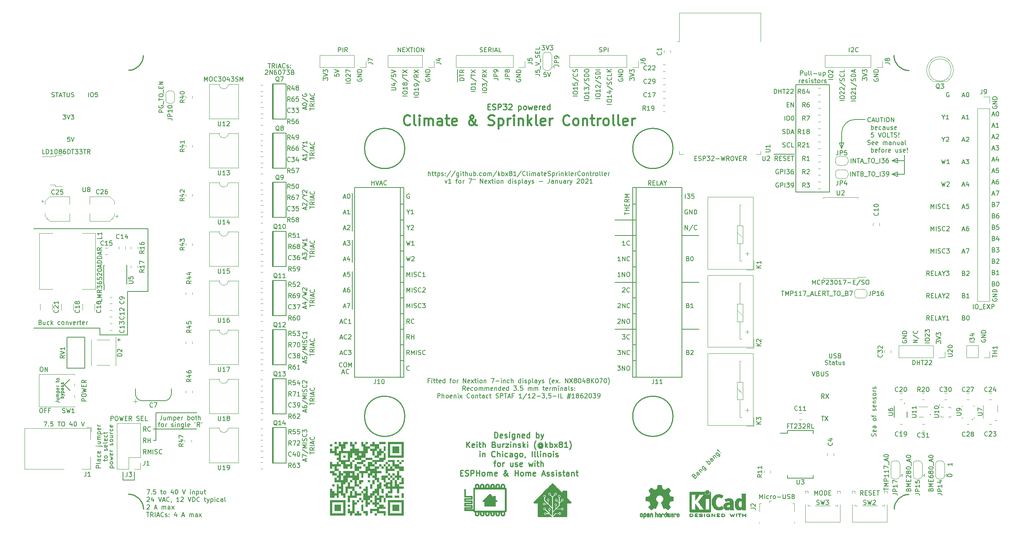
<source format=gbr>
G04 #@! TF.GenerationSoftware,KiCad,Pcbnew,(5.1.9-0-10_14)*
G04 #@! TF.CreationDate,2021-03-25T00:14:58-05:00*
G04 #@! TF.ProjectId,ClimateSprinklerController,436c696d-6174-4655-9370-72696e6b6c65,rev?*
G04 #@! TF.SameCoordinates,Original*
G04 #@! TF.FileFunction,Legend,Top*
G04 #@! TF.FilePolarity,Positive*
%FSLAX46Y46*%
G04 Gerber Fmt 4.6, Leading zero omitted, Abs format (unit mm)*
G04 Created by KiCad (PCBNEW (5.1.9-0-10_14)) date 2021-03-25 00:14:58*
%MOMM*%
%LPD*%
G01*
G04 APERTURE LIST*
%ADD10C,0.200000*%
%ADD11C,0.250000*%
%ADD12C,0.450000*%
%ADD13C,0.150000*%
%ADD14C,0.120000*%
%ADD15C,0.010000*%
%ADD16C,0.100000*%
%ADD17C,0.160000*%
G04 APERTURE END LIST*
D10*
X222250000Y-56500000D02*
G75*
G02*
X225250000Y-53500000I3000000J0D01*
G01*
X68826000Y-122880000D02*
X77970000Y-122880000D01*
X68826000Y-119197000D02*
X77970000Y-119197000D01*
X68826000Y-122880000D02*
X68826000Y-119197000D01*
X68826000Y-122880000D02*
X68191000Y-122880000D01*
X68826000Y-125420000D02*
X68826000Y-122880000D01*
X68191000Y-125420000D02*
X68826000Y-125420000D01*
X67000000Y-92000000D02*
X67000000Y-78000000D01*
X62500000Y-92000000D02*
X67000000Y-92000000D01*
X62500000Y-101750000D02*
X62500000Y-92000000D01*
X56250000Y-101750000D02*
X56250000Y-100250000D01*
D11*
X237300000Y-42550000D02*
G75*
G02*
X233950000Y-39200000I0J3350000D01*
G01*
X234000000Y-140800000D02*
G75*
G02*
X237300000Y-137500000I3300000J0D01*
G01*
X62700000Y-137450000D02*
G75*
G02*
X66050000Y-140800000I0J-3350000D01*
G01*
X65999999Y-39200000D02*
G75*
G02*
X62699999Y-42500000I-3300000J0D01*
G01*
X184500000Y-120000000D02*
G75*
G03*
X184500000Y-120000000I-4500000J0D01*
G01*
X124500000Y-120000000D02*
G75*
G03*
X124500000Y-120000000I-4500000J0D01*
G01*
X184500000Y-60000000D02*
G75*
G03*
X184500000Y-60000000I-4500000J0D01*
G01*
X124500000Y-60000000D02*
G75*
G03*
X124500000Y-60000000I-4500000J0D01*
G01*
D10*
X48341000Y-112940000D02*
X49611000Y-114210000D01*
X49611000Y-111670000D02*
X48341000Y-112940000D01*
X229904761Y-124429523D02*
X229952380Y-124286666D01*
X229952380Y-124048571D01*
X229904761Y-123953333D01*
X229857142Y-123905714D01*
X229761904Y-123858095D01*
X229666666Y-123858095D01*
X229571428Y-123905714D01*
X229523809Y-123953333D01*
X229476190Y-124048571D01*
X229428571Y-124239047D01*
X229380952Y-124334285D01*
X229333333Y-124381904D01*
X229238095Y-124429523D01*
X229142857Y-124429523D01*
X229047619Y-124381904D01*
X229000000Y-124334285D01*
X228952380Y-124239047D01*
X228952380Y-124000952D01*
X229000000Y-123858095D01*
X229904761Y-123048571D02*
X229952380Y-123143809D01*
X229952380Y-123334285D01*
X229904761Y-123429523D01*
X229809523Y-123477142D01*
X229428571Y-123477142D01*
X229333333Y-123429523D01*
X229285714Y-123334285D01*
X229285714Y-123143809D01*
X229333333Y-123048571D01*
X229428571Y-123000952D01*
X229523809Y-123000952D01*
X229619047Y-123477142D01*
X229952380Y-122143809D02*
X229428571Y-122143809D01*
X229333333Y-122191428D01*
X229285714Y-122286666D01*
X229285714Y-122477142D01*
X229333333Y-122572380D01*
X229904761Y-122143809D02*
X229952380Y-122239047D01*
X229952380Y-122477142D01*
X229904761Y-122572380D01*
X229809523Y-122620000D01*
X229714285Y-122620000D01*
X229619047Y-122572380D01*
X229571428Y-122477142D01*
X229571428Y-122239047D01*
X229523809Y-122143809D01*
X229952380Y-120762857D02*
X229904761Y-120858095D01*
X229857142Y-120905714D01*
X229761904Y-120953333D01*
X229476190Y-120953333D01*
X229380952Y-120905714D01*
X229333333Y-120858095D01*
X229285714Y-120762857D01*
X229285714Y-120620000D01*
X229333333Y-120524761D01*
X229380952Y-120477142D01*
X229476190Y-120429523D01*
X229761904Y-120429523D01*
X229857142Y-120477142D01*
X229904761Y-120524761D01*
X229952380Y-120620000D01*
X229952380Y-120762857D01*
X229285714Y-120143809D02*
X229285714Y-119762857D01*
X229952380Y-120000952D02*
X229095238Y-120000952D01*
X229000000Y-119953333D01*
X228952380Y-119858095D01*
X228952380Y-119762857D01*
X229904761Y-118715238D02*
X229952380Y-118620000D01*
X229952380Y-118429523D01*
X229904761Y-118334285D01*
X229809523Y-118286666D01*
X229761904Y-118286666D01*
X229666666Y-118334285D01*
X229619047Y-118429523D01*
X229619047Y-118572380D01*
X229571428Y-118667619D01*
X229476190Y-118715238D01*
X229428571Y-118715238D01*
X229333333Y-118667619D01*
X229285714Y-118572380D01*
X229285714Y-118429523D01*
X229333333Y-118334285D01*
X229904761Y-117477142D02*
X229952380Y-117572380D01*
X229952380Y-117762857D01*
X229904761Y-117858095D01*
X229809523Y-117905714D01*
X229428571Y-117905714D01*
X229333333Y-117858095D01*
X229285714Y-117762857D01*
X229285714Y-117572380D01*
X229333333Y-117477142D01*
X229428571Y-117429523D01*
X229523809Y-117429523D01*
X229619047Y-117905714D01*
X229285714Y-117000952D02*
X229952380Y-117000952D01*
X229380952Y-117000952D02*
X229333333Y-116953333D01*
X229285714Y-116858095D01*
X229285714Y-116715238D01*
X229333333Y-116620000D01*
X229428571Y-116572380D01*
X229952380Y-116572380D01*
X229904761Y-116143809D02*
X229952380Y-116048571D01*
X229952380Y-115858095D01*
X229904761Y-115762857D01*
X229809523Y-115715238D01*
X229761904Y-115715238D01*
X229666666Y-115762857D01*
X229619047Y-115858095D01*
X229619047Y-116000952D01*
X229571428Y-116096190D01*
X229476190Y-116143809D01*
X229428571Y-116143809D01*
X229333333Y-116096190D01*
X229285714Y-116000952D01*
X229285714Y-115858095D01*
X229333333Y-115762857D01*
X229952380Y-115143809D02*
X229904761Y-115239047D01*
X229857142Y-115286666D01*
X229761904Y-115334285D01*
X229476190Y-115334285D01*
X229380952Y-115286666D01*
X229333333Y-115239047D01*
X229285714Y-115143809D01*
X229285714Y-115000952D01*
X229333333Y-114905714D01*
X229380952Y-114858095D01*
X229476190Y-114810476D01*
X229761904Y-114810476D01*
X229857142Y-114858095D01*
X229904761Y-114905714D01*
X229952380Y-115000952D01*
X229952380Y-115143809D01*
X229952380Y-114381904D02*
X229285714Y-114381904D01*
X229476190Y-114381904D02*
X229380952Y-114334285D01*
X229333333Y-114286666D01*
X229285714Y-114191428D01*
X229285714Y-114096190D01*
X229904761Y-113810476D02*
X229952380Y-113715238D01*
X229952380Y-113524761D01*
X229904761Y-113429523D01*
X229809523Y-113381904D01*
X229761904Y-113381904D01*
X229666666Y-113429523D01*
X229619047Y-113524761D01*
X229619047Y-113667619D01*
X229571428Y-113762857D01*
X229476190Y-113810476D01*
X229428571Y-113810476D01*
X229333333Y-113762857D01*
X229285714Y-113667619D01*
X229285714Y-113524761D01*
X229333333Y-113429523D01*
X222250000Y-56500000D02*
X222250000Y-60000000D01*
X234750000Y-66250000D02*
X233500000Y-65750000D01*
X234750000Y-65250000D02*
X234750000Y-66250000D01*
X233500000Y-65750000D02*
X234750000Y-65250000D01*
X234750000Y-63250000D02*
X233500000Y-62750000D01*
X234750000Y-62250000D02*
X234750000Y-63250000D01*
X233500000Y-62750000D02*
X234750000Y-62250000D01*
X236250000Y-65750000D02*
X236250000Y-62750000D01*
X233500000Y-65750000D02*
X236250000Y-65750000D01*
X236250000Y-62750000D02*
X236250000Y-61500000D01*
X233500000Y-62750000D02*
X236250000Y-62750000D01*
X221750000Y-58750000D02*
X222250000Y-60000000D01*
X222750000Y-58750000D02*
X221750000Y-58750000D01*
X222250000Y-60000000D02*
X222750000Y-58750000D01*
X227500000Y-53500000D02*
X225250000Y-53500000D01*
X228689523Y-53957142D02*
X228641904Y-54004761D01*
X228499047Y-54052380D01*
X228403809Y-54052380D01*
X228260952Y-54004761D01*
X228165714Y-53909523D01*
X228118095Y-53814285D01*
X228070476Y-53623809D01*
X228070476Y-53480952D01*
X228118095Y-53290476D01*
X228165714Y-53195238D01*
X228260952Y-53100000D01*
X228403809Y-53052380D01*
X228499047Y-53052380D01*
X228641904Y-53100000D01*
X228689523Y-53147619D01*
X229070476Y-53766666D02*
X229546666Y-53766666D01*
X228975238Y-54052380D02*
X229308571Y-53052380D01*
X229641904Y-54052380D01*
X229975238Y-53052380D02*
X229975238Y-53861904D01*
X230022857Y-53957142D01*
X230070476Y-54004761D01*
X230165714Y-54052380D01*
X230356190Y-54052380D01*
X230451428Y-54004761D01*
X230499047Y-53957142D01*
X230546666Y-53861904D01*
X230546666Y-53052380D01*
X230880000Y-53052380D02*
X231451428Y-53052380D01*
X231165714Y-54052380D02*
X231165714Y-53052380D01*
X231784761Y-54052380D02*
X231784761Y-53052380D01*
X232451428Y-53052380D02*
X232641904Y-53052380D01*
X232737142Y-53100000D01*
X232832380Y-53195238D01*
X232880000Y-53385714D01*
X232880000Y-53719047D01*
X232832380Y-53909523D01*
X232737142Y-54004761D01*
X232641904Y-54052380D01*
X232451428Y-54052380D01*
X232356190Y-54004761D01*
X232260952Y-53909523D01*
X232213333Y-53719047D01*
X232213333Y-53385714D01*
X232260952Y-53195238D01*
X232356190Y-53100000D01*
X232451428Y-53052380D01*
X233308571Y-54052380D02*
X233308571Y-53052380D01*
X233880000Y-54052380D01*
X233880000Y-53052380D01*
X228880000Y-55752380D02*
X228880000Y-54752380D01*
X228880000Y-55133333D02*
X228975238Y-55085714D01*
X229165714Y-55085714D01*
X229260952Y-55133333D01*
X229308571Y-55180952D01*
X229356190Y-55276190D01*
X229356190Y-55561904D01*
X229308571Y-55657142D01*
X229260952Y-55704761D01*
X229165714Y-55752380D01*
X228975238Y-55752380D01*
X228880000Y-55704761D01*
X230165714Y-55704761D02*
X230070476Y-55752380D01*
X229880000Y-55752380D01*
X229784761Y-55704761D01*
X229737142Y-55609523D01*
X229737142Y-55228571D01*
X229784761Y-55133333D01*
X229880000Y-55085714D01*
X230070476Y-55085714D01*
X230165714Y-55133333D01*
X230213333Y-55228571D01*
X230213333Y-55323809D01*
X229737142Y-55419047D01*
X231070476Y-55704761D02*
X230975238Y-55752380D01*
X230784761Y-55752380D01*
X230689523Y-55704761D01*
X230641904Y-55657142D01*
X230594285Y-55561904D01*
X230594285Y-55276190D01*
X230641904Y-55180952D01*
X230689523Y-55133333D01*
X230784761Y-55085714D01*
X230975238Y-55085714D01*
X231070476Y-55133333D01*
X231927619Y-55752380D02*
X231927619Y-55228571D01*
X231880000Y-55133333D01*
X231784761Y-55085714D01*
X231594285Y-55085714D01*
X231499047Y-55133333D01*
X231927619Y-55704761D02*
X231832380Y-55752380D01*
X231594285Y-55752380D01*
X231499047Y-55704761D01*
X231451428Y-55609523D01*
X231451428Y-55514285D01*
X231499047Y-55419047D01*
X231594285Y-55371428D01*
X231832380Y-55371428D01*
X231927619Y-55323809D01*
X232832380Y-55085714D02*
X232832380Y-55752380D01*
X232403809Y-55085714D02*
X232403809Y-55609523D01*
X232451428Y-55704761D01*
X232546666Y-55752380D01*
X232689523Y-55752380D01*
X232784761Y-55704761D01*
X232832380Y-55657142D01*
X233260952Y-55704761D02*
X233356190Y-55752380D01*
X233546666Y-55752380D01*
X233641904Y-55704761D01*
X233689523Y-55609523D01*
X233689523Y-55561904D01*
X233641904Y-55466666D01*
X233546666Y-55419047D01*
X233403809Y-55419047D01*
X233308571Y-55371428D01*
X233260952Y-55276190D01*
X233260952Y-55228571D01*
X233308571Y-55133333D01*
X233403809Y-55085714D01*
X233546666Y-55085714D01*
X233641904Y-55133333D01*
X234499047Y-55704761D02*
X234403809Y-55752380D01*
X234213333Y-55752380D01*
X234118095Y-55704761D01*
X234070476Y-55609523D01*
X234070476Y-55228571D01*
X234118095Y-55133333D01*
X234213333Y-55085714D01*
X234403809Y-55085714D01*
X234499047Y-55133333D01*
X234546666Y-55228571D01*
X234546666Y-55323809D01*
X234070476Y-55419047D01*
X229356190Y-56452380D02*
X228880000Y-56452380D01*
X228832380Y-56928571D01*
X228880000Y-56880952D01*
X228975238Y-56833333D01*
X229213333Y-56833333D01*
X229308571Y-56880952D01*
X229356190Y-56928571D01*
X229403809Y-57023809D01*
X229403809Y-57261904D01*
X229356190Y-57357142D01*
X229308571Y-57404761D01*
X229213333Y-57452380D01*
X228975238Y-57452380D01*
X228880000Y-57404761D01*
X228832380Y-57357142D01*
X230451428Y-56452380D02*
X230784761Y-57452380D01*
X231118095Y-56452380D01*
X231641904Y-56452380D02*
X231832380Y-56452380D01*
X231927619Y-56500000D01*
X232022857Y-56595238D01*
X232070476Y-56785714D01*
X232070476Y-57119047D01*
X232022857Y-57309523D01*
X231927619Y-57404761D01*
X231832380Y-57452380D01*
X231641904Y-57452380D01*
X231546666Y-57404761D01*
X231451428Y-57309523D01*
X231403809Y-57119047D01*
X231403809Y-56785714D01*
X231451428Y-56595238D01*
X231546666Y-56500000D01*
X231641904Y-56452380D01*
X232975238Y-57452380D02*
X232499047Y-57452380D01*
X232499047Y-56452380D01*
X233165714Y-56452380D02*
X233737142Y-56452380D01*
X233451428Y-57452380D02*
X233451428Y-56452380D01*
X234022857Y-57404761D02*
X234165714Y-57452380D01*
X234403809Y-57452380D01*
X234499047Y-57404761D01*
X234546666Y-57357142D01*
X234594285Y-57261904D01*
X234594285Y-57166666D01*
X234546666Y-57071428D01*
X234499047Y-57023809D01*
X234403809Y-56976190D01*
X234213333Y-56928571D01*
X234118095Y-56880952D01*
X234070476Y-56833333D01*
X234022857Y-56738095D01*
X234022857Y-56642857D01*
X234070476Y-56547619D01*
X234118095Y-56500000D01*
X234213333Y-56452380D01*
X234451428Y-56452380D01*
X234594285Y-56500000D01*
X235022857Y-57357142D02*
X235070476Y-57404761D01*
X235022857Y-57452380D01*
X234975238Y-57404761D01*
X235022857Y-57357142D01*
X235022857Y-57452380D01*
X235022857Y-57071428D02*
X234975238Y-56500000D01*
X235022857Y-56452380D01*
X235070476Y-56500000D01*
X235022857Y-57071428D01*
X235022857Y-56452380D01*
X228070476Y-59104761D02*
X228213333Y-59152380D01*
X228451428Y-59152380D01*
X228546666Y-59104761D01*
X228594285Y-59057142D01*
X228641904Y-58961904D01*
X228641904Y-58866666D01*
X228594285Y-58771428D01*
X228546666Y-58723809D01*
X228451428Y-58676190D01*
X228260952Y-58628571D01*
X228165714Y-58580952D01*
X228118095Y-58533333D01*
X228070476Y-58438095D01*
X228070476Y-58342857D01*
X228118095Y-58247619D01*
X228165714Y-58200000D01*
X228260952Y-58152380D01*
X228499047Y-58152380D01*
X228641904Y-58200000D01*
X229451428Y-59104761D02*
X229356190Y-59152380D01*
X229165714Y-59152380D01*
X229070476Y-59104761D01*
X229022857Y-59009523D01*
X229022857Y-58628571D01*
X229070476Y-58533333D01*
X229165714Y-58485714D01*
X229356190Y-58485714D01*
X229451428Y-58533333D01*
X229499047Y-58628571D01*
X229499047Y-58723809D01*
X229022857Y-58819047D01*
X230308571Y-59104761D02*
X230213333Y-59152380D01*
X230022857Y-59152380D01*
X229927619Y-59104761D01*
X229880000Y-59009523D01*
X229880000Y-58628571D01*
X229927619Y-58533333D01*
X230022857Y-58485714D01*
X230213333Y-58485714D01*
X230308571Y-58533333D01*
X230356190Y-58628571D01*
X230356190Y-58723809D01*
X229880000Y-58819047D01*
X231546666Y-59152380D02*
X231546666Y-58485714D01*
X231546666Y-58580952D02*
X231594285Y-58533333D01*
X231689523Y-58485714D01*
X231832380Y-58485714D01*
X231927619Y-58533333D01*
X231975238Y-58628571D01*
X231975238Y-59152380D01*
X231975238Y-58628571D02*
X232022857Y-58533333D01*
X232118095Y-58485714D01*
X232260952Y-58485714D01*
X232356190Y-58533333D01*
X232403809Y-58628571D01*
X232403809Y-59152380D01*
X233308571Y-59152380D02*
X233308571Y-58628571D01*
X233260952Y-58533333D01*
X233165714Y-58485714D01*
X232975238Y-58485714D01*
X232880000Y-58533333D01*
X233308571Y-59104761D02*
X233213333Y-59152380D01*
X232975238Y-59152380D01*
X232880000Y-59104761D01*
X232832380Y-59009523D01*
X232832380Y-58914285D01*
X232880000Y-58819047D01*
X232975238Y-58771428D01*
X233213333Y-58771428D01*
X233308571Y-58723809D01*
X233784761Y-58485714D02*
X233784761Y-59152380D01*
X233784761Y-58580952D02*
X233832380Y-58533333D01*
X233927619Y-58485714D01*
X234070476Y-58485714D01*
X234165714Y-58533333D01*
X234213333Y-58628571D01*
X234213333Y-59152380D01*
X235118095Y-58485714D02*
X235118095Y-59152380D01*
X234689523Y-58485714D02*
X234689523Y-59009523D01*
X234737142Y-59104761D01*
X234832380Y-59152380D01*
X234975238Y-59152380D01*
X235070476Y-59104761D01*
X235118095Y-59057142D01*
X236022857Y-59152380D02*
X236022857Y-58628571D01*
X235975238Y-58533333D01*
X235880000Y-58485714D01*
X235689523Y-58485714D01*
X235594285Y-58533333D01*
X236022857Y-59104761D02*
X235927619Y-59152380D01*
X235689523Y-59152380D01*
X235594285Y-59104761D01*
X235546666Y-59009523D01*
X235546666Y-58914285D01*
X235594285Y-58819047D01*
X235689523Y-58771428D01*
X235927619Y-58771428D01*
X236022857Y-58723809D01*
X236641904Y-59152380D02*
X236546666Y-59104761D01*
X236499047Y-59009523D01*
X236499047Y-58152380D01*
X228880000Y-60852380D02*
X228880000Y-59852380D01*
X228880000Y-60233333D02*
X228975238Y-60185714D01*
X229165714Y-60185714D01*
X229260952Y-60233333D01*
X229308571Y-60280952D01*
X229356190Y-60376190D01*
X229356190Y-60661904D01*
X229308571Y-60757142D01*
X229260952Y-60804761D01*
X229165714Y-60852380D01*
X228975238Y-60852380D01*
X228880000Y-60804761D01*
X230165714Y-60804761D02*
X230070476Y-60852380D01*
X229880000Y-60852380D01*
X229784761Y-60804761D01*
X229737142Y-60709523D01*
X229737142Y-60328571D01*
X229784761Y-60233333D01*
X229880000Y-60185714D01*
X230070476Y-60185714D01*
X230165714Y-60233333D01*
X230213333Y-60328571D01*
X230213333Y-60423809D01*
X229737142Y-60519047D01*
X230499047Y-60185714D02*
X230880000Y-60185714D01*
X230641904Y-60852380D02*
X230641904Y-59995238D01*
X230689523Y-59900000D01*
X230784761Y-59852380D01*
X230880000Y-59852380D01*
X231356190Y-60852380D02*
X231260952Y-60804761D01*
X231213333Y-60757142D01*
X231165714Y-60661904D01*
X231165714Y-60376190D01*
X231213333Y-60280952D01*
X231260952Y-60233333D01*
X231356190Y-60185714D01*
X231499047Y-60185714D01*
X231594285Y-60233333D01*
X231641904Y-60280952D01*
X231689523Y-60376190D01*
X231689523Y-60661904D01*
X231641904Y-60757142D01*
X231594285Y-60804761D01*
X231499047Y-60852380D01*
X231356190Y-60852380D01*
X232118095Y-60852380D02*
X232118095Y-60185714D01*
X232118095Y-60376190D02*
X232165714Y-60280952D01*
X232213333Y-60233333D01*
X232308571Y-60185714D01*
X232403809Y-60185714D01*
X233118095Y-60804761D02*
X233022857Y-60852380D01*
X232832380Y-60852380D01*
X232737142Y-60804761D01*
X232689523Y-60709523D01*
X232689523Y-60328571D01*
X232737142Y-60233333D01*
X232832380Y-60185714D01*
X233022857Y-60185714D01*
X233118095Y-60233333D01*
X233165714Y-60328571D01*
X233165714Y-60423809D01*
X232689523Y-60519047D01*
X234784761Y-60185714D02*
X234784761Y-60852380D01*
X234356190Y-60185714D02*
X234356190Y-60709523D01*
X234403809Y-60804761D01*
X234499047Y-60852380D01*
X234641904Y-60852380D01*
X234737142Y-60804761D01*
X234784761Y-60757142D01*
X235213333Y-60804761D02*
X235308571Y-60852380D01*
X235499047Y-60852380D01*
X235594285Y-60804761D01*
X235641904Y-60709523D01*
X235641904Y-60661904D01*
X235594285Y-60566666D01*
X235499047Y-60519047D01*
X235356190Y-60519047D01*
X235260952Y-60471428D01*
X235213333Y-60376190D01*
X235213333Y-60328571D01*
X235260952Y-60233333D01*
X235356190Y-60185714D01*
X235499047Y-60185714D01*
X235594285Y-60233333D01*
X236451428Y-60804761D02*
X236356190Y-60852380D01*
X236165714Y-60852380D01*
X236070476Y-60804761D01*
X236022857Y-60709523D01*
X236022857Y-60328571D01*
X236070476Y-60233333D01*
X236165714Y-60185714D01*
X236356190Y-60185714D01*
X236451428Y-60233333D01*
X236499047Y-60328571D01*
X236499047Y-60423809D01*
X236022857Y-60519047D01*
X236927619Y-60757142D02*
X236975238Y-60804761D01*
X236927619Y-60852380D01*
X236880000Y-60804761D01*
X236927619Y-60757142D01*
X236927619Y-60852380D01*
X236927619Y-60471428D02*
X236880000Y-59900000D01*
X236927619Y-59852380D01*
X236975238Y-59900000D01*
X236927619Y-60471428D01*
X236927619Y-59852380D01*
X42951428Y-98928571D02*
X43094285Y-98976190D01*
X43141904Y-99023809D01*
X43189523Y-99119047D01*
X43189523Y-99261904D01*
X43141904Y-99357142D01*
X43094285Y-99404761D01*
X42999047Y-99452380D01*
X42618095Y-99452380D01*
X42618095Y-98452380D01*
X42951428Y-98452380D01*
X43046666Y-98500000D01*
X43094285Y-98547619D01*
X43141904Y-98642857D01*
X43141904Y-98738095D01*
X43094285Y-98833333D01*
X43046666Y-98880952D01*
X42951428Y-98928571D01*
X42618095Y-98928571D01*
X44046666Y-98785714D02*
X44046666Y-99452380D01*
X43618095Y-98785714D02*
X43618095Y-99309523D01*
X43665714Y-99404761D01*
X43760952Y-99452380D01*
X43903809Y-99452380D01*
X43999047Y-99404761D01*
X44046666Y-99357142D01*
X44951428Y-99404761D02*
X44856190Y-99452380D01*
X44665714Y-99452380D01*
X44570476Y-99404761D01*
X44522857Y-99357142D01*
X44475238Y-99261904D01*
X44475238Y-98976190D01*
X44522857Y-98880952D01*
X44570476Y-98833333D01*
X44665714Y-98785714D01*
X44856190Y-98785714D01*
X44951428Y-98833333D01*
X45380000Y-99452380D02*
X45380000Y-98452380D01*
X45475238Y-99071428D02*
X45760952Y-99452380D01*
X45760952Y-98785714D02*
X45380000Y-99166666D01*
X47380000Y-99404761D02*
X47284761Y-99452380D01*
X47094285Y-99452380D01*
X46999047Y-99404761D01*
X46951428Y-99357142D01*
X46903809Y-99261904D01*
X46903809Y-98976190D01*
X46951428Y-98880952D01*
X46999047Y-98833333D01*
X47094285Y-98785714D01*
X47284761Y-98785714D01*
X47380000Y-98833333D01*
X47951428Y-99452380D02*
X47856190Y-99404761D01*
X47808571Y-99357142D01*
X47760952Y-99261904D01*
X47760952Y-98976190D01*
X47808571Y-98880952D01*
X47856190Y-98833333D01*
X47951428Y-98785714D01*
X48094285Y-98785714D01*
X48189523Y-98833333D01*
X48237142Y-98880952D01*
X48284761Y-98976190D01*
X48284761Y-99261904D01*
X48237142Y-99357142D01*
X48189523Y-99404761D01*
X48094285Y-99452380D01*
X47951428Y-99452380D01*
X48713333Y-98785714D02*
X48713333Y-99452380D01*
X48713333Y-98880952D02*
X48760952Y-98833333D01*
X48856190Y-98785714D01*
X48999047Y-98785714D01*
X49094285Y-98833333D01*
X49141904Y-98928571D01*
X49141904Y-99452380D01*
X49522857Y-98785714D02*
X49760952Y-99452380D01*
X49999047Y-98785714D01*
X50760952Y-99404761D02*
X50665714Y-99452380D01*
X50475238Y-99452380D01*
X50380000Y-99404761D01*
X50332380Y-99309523D01*
X50332380Y-98928571D01*
X50380000Y-98833333D01*
X50475238Y-98785714D01*
X50665714Y-98785714D01*
X50760952Y-98833333D01*
X50808571Y-98928571D01*
X50808571Y-99023809D01*
X50332380Y-99119047D01*
X51237142Y-99452380D02*
X51237142Y-98785714D01*
X51237142Y-98976190D02*
X51284761Y-98880952D01*
X51332380Y-98833333D01*
X51427619Y-98785714D01*
X51522857Y-98785714D01*
X51713333Y-98785714D02*
X52094285Y-98785714D01*
X51856190Y-98452380D02*
X51856190Y-99309523D01*
X51903809Y-99404761D01*
X51999047Y-99452380D01*
X52094285Y-99452380D01*
X52808571Y-99404761D02*
X52713333Y-99452380D01*
X52522857Y-99452380D01*
X52427619Y-99404761D01*
X52380000Y-99309523D01*
X52380000Y-98928571D01*
X52427619Y-98833333D01*
X52522857Y-98785714D01*
X52713333Y-98785714D01*
X52808571Y-98833333D01*
X52856190Y-98928571D01*
X52856190Y-99023809D01*
X52380000Y-99119047D01*
X53284761Y-99452380D02*
X53284761Y-98785714D01*
X53284761Y-98976190D02*
X53332380Y-98880952D01*
X53380000Y-98833333D01*
X53475238Y-98785714D01*
X53570476Y-98785714D01*
X56250000Y-100250000D02*
X41500000Y-100250000D01*
X62500000Y-101750000D02*
X56250000Y-101750000D01*
X41500000Y-78000000D02*
X67000000Y-78000000D01*
X212000000Y-45750000D02*
X219500000Y-45750000D01*
X219500000Y-45750000D02*
X219500000Y-69750000D01*
X212000000Y-69750000D02*
X212000000Y-45750000D01*
X219500000Y-69750000D02*
X212000000Y-69750000D01*
X212988095Y-43602380D02*
X212988095Y-42602380D01*
X213369047Y-42602380D01*
X213464285Y-42650000D01*
X213511904Y-42697619D01*
X213559523Y-42792857D01*
X213559523Y-42935714D01*
X213511904Y-43030952D01*
X213464285Y-43078571D01*
X213369047Y-43126190D01*
X212988095Y-43126190D01*
X214416666Y-42935714D02*
X214416666Y-43602380D01*
X213988095Y-42935714D02*
X213988095Y-43459523D01*
X214035714Y-43554761D01*
X214130952Y-43602380D01*
X214273809Y-43602380D01*
X214369047Y-43554761D01*
X214416666Y-43507142D01*
X215035714Y-43602380D02*
X214940476Y-43554761D01*
X214892857Y-43459523D01*
X214892857Y-42602380D01*
X215559523Y-43602380D02*
X215464285Y-43554761D01*
X215416666Y-43459523D01*
X215416666Y-42602380D01*
X215940476Y-43221428D02*
X216702380Y-43221428D01*
X217607142Y-42935714D02*
X217607142Y-43602380D01*
X217178571Y-42935714D02*
X217178571Y-43459523D01*
X217226190Y-43554761D01*
X217321428Y-43602380D01*
X217464285Y-43602380D01*
X217559523Y-43554761D01*
X217607142Y-43507142D01*
X218083333Y-42935714D02*
X218083333Y-43935714D01*
X218083333Y-42983333D02*
X218178571Y-42935714D01*
X218369047Y-42935714D01*
X218464285Y-42983333D01*
X218511904Y-43030952D01*
X218559523Y-43126190D01*
X218559523Y-43411904D01*
X218511904Y-43507142D01*
X218464285Y-43554761D01*
X218369047Y-43602380D01*
X218178571Y-43602380D01*
X218083333Y-43554761D01*
X212750000Y-45302380D02*
X212750000Y-44635714D01*
X212750000Y-44826190D02*
X212797619Y-44730952D01*
X212845238Y-44683333D01*
X212940476Y-44635714D01*
X213035714Y-44635714D01*
X213750000Y-45254761D02*
X213654761Y-45302380D01*
X213464285Y-45302380D01*
X213369047Y-45254761D01*
X213321428Y-45159523D01*
X213321428Y-44778571D01*
X213369047Y-44683333D01*
X213464285Y-44635714D01*
X213654761Y-44635714D01*
X213750000Y-44683333D01*
X213797619Y-44778571D01*
X213797619Y-44873809D01*
X213321428Y-44969047D01*
X214178571Y-45254761D02*
X214273809Y-45302380D01*
X214464285Y-45302380D01*
X214559523Y-45254761D01*
X214607142Y-45159523D01*
X214607142Y-45111904D01*
X214559523Y-45016666D01*
X214464285Y-44969047D01*
X214321428Y-44969047D01*
X214226190Y-44921428D01*
X214178571Y-44826190D01*
X214178571Y-44778571D01*
X214226190Y-44683333D01*
X214321428Y-44635714D01*
X214464285Y-44635714D01*
X214559523Y-44683333D01*
X215035714Y-45302380D02*
X215035714Y-44635714D01*
X215035714Y-44302380D02*
X214988095Y-44350000D01*
X215035714Y-44397619D01*
X215083333Y-44350000D01*
X215035714Y-44302380D01*
X215035714Y-44397619D01*
X215464285Y-45254761D02*
X215559523Y-45302380D01*
X215750000Y-45302380D01*
X215845238Y-45254761D01*
X215892857Y-45159523D01*
X215892857Y-45111904D01*
X215845238Y-45016666D01*
X215750000Y-44969047D01*
X215607142Y-44969047D01*
X215511904Y-44921428D01*
X215464285Y-44826190D01*
X215464285Y-44778571D01*
X215511904Y-44683333D01*
X215607142Y-44635714D01*
X215750000Y-44635714D01*
X215845238Y-44683333D01*
X216178571Y-44635714D02*
X216559523Y-44635714D01*
X216321428Y-44302380D02*
X216321428Y-45159523D01*
X216369047Y-45254761D01*
X216464285Y-45302380D01*
X216559523Y-45302380D01*
X217035714Y-45302380D02*
X216940476Y-45254761D01*
X216892857Y-45207142D01*
X216845238Y-45111904D01*
X216845238Y-44826190D01*
X216892857Y-44730952D01*
X216940476Y-44683333D01*
X217035714Y-44635714D01*
X217178571Y-44635714D01*
X217273809Y-44683333D01*
X217321428Y-44730952D01*
X217369047Y-44826190D01*
X217369047Y-45111904D01*
X217321428Y-45207142D01*
X217273809Y-45254761D01*
X217178571Y-45302380D01*
X217035714Y-45302380D01*
X217797619Y-45302380D02*
X217797619Y-44635714D01*
X217797619Y-44826190D02*
X217845238Y-44730952D01*
X217892857Y-44683333D01*
X217988095Y-44635714D01*
X218083333Y-44635714D01*
X218369047Y-45254761D02*
X218464285Y-45302380D01*
X218654761Y-45302380D01*
X218750000Y-45254761D01*
X218797619Y-45159523D01*
X218797619Y-45111904D01*
X218750000Y-45016666D01*
X218654761Y-44969047D01*
X218511904Y-44969047D01*
X218416666Y-44921428D01*
X218369047Y-44826190D01*
X218369047Y-44778571D01*
X218416666Y-44683333D01*
X218511904Y-44635714D01*
X218654761Y-44635714D01*
X218750000Y-44683333D01*
D11*
X143035714Y-50660714D02*
X143452380Y-50660714D01*
X143630952Y-51315476D02*
X143035714Y-51315476D01*
X143035714Y-50065476D01*
X143630952Y-50065476D01*
X144107142Y-51255952D02*
X144285714Y-51315476D01*
X144583333Y-51315476D01*
X144702380Y-51255952D01*
X144761904Y-51196428D01*
X144821428Y-51077380D01*
X144821428Y-50958333D01*
X144761904Y-50839285D01*
X144702380Y-50779761D01*
X144583333Y-50720238D01*
X144345238Y-50660714D01*
X144226190Y-50601190D01*
X144166666Y-50541666D01*
X144107142Y-50422619D01*
X144107142Y-50303571D01*
X144166666Y-50184523D01*
X144226190Y-50125000D01*
X144345238Y-50065476D01*
X144642857Y-50065476D01*
X144821428Y-50125000D01*
X145357142Y-51315476D02*
X145357142Y-50065476D01*
X145833333Y-50065476D01*
X145952380Y-50125000D01*
X146011904Y-50184523D01*
X146071428Y-50303571D01*
X146071428Y-50482142D01*
X146011904Y-50601190D01*
X145952380Y-50660714D01*
X145833333Y-50720238D01*
X145357142Y-50720238D01*
X146488095Y-50065476D02*
X147261904Y-50065476D01*
X146845238Y-50541666D01*
X147023809Y-50541666D01*
X147142857Y-50601190D01*
X147202380Y-50660714D01*
X147261904Y-50779761D01*
X147261904Y-51077380D01*
X147202380Y-51196428D01*
X147142857Y-51255952D01*
X147023809Y-51315476D01*
X146666666Y-51315476D01*
X146547619Y-51255952D01*
X146488095Y-51196428D01*
X147738095Y-50184523D02*
X147797619Y-50125000D01*
X147916666Y-50065476D01*
X148214285Y-50065476D01*
X148333333Y-50125000D01*
X148392857Y-50184523D01*
X148452380Y-50303571D01*
X148452380Y-50422619D01*
X148392857Y-50601190D01*
X147678571Y-51315476D01*
X148452380Y-51315476D01*
X149940476Y-50482142D02*
X149940476Y-51732142D01*
X149940476Y-50541666D02*
X150059523Y-50482142D01*
X150297619Y-50482142D01*
X150416666Y-50541666D01*
X150476190Y-50601190D01*
X150535714Y-50720238D01*
X150535714Y-51077380D01*
X150476190Y-51196428D01*
X150416666Y-51255952D01*
X150297619Y-51315476D01*
X150059523Y-51315476D01*
X149940476Y-51255952D01*
X151250000Y-51315476D02*
X151130952Y-51255952D01*
X151071428Y-51196428D01*
X151011904Y-51077380D01*
X151011904Y-50720238D01*
X151071428Y-50601190D01*
X151130952Y-50541666D01*
X151250000Y-50482142D01*
X151428571Y-50482142D01*
X151547619Y-50541666D01*
X151607142Y-50601190D01*
X151666666Y-50720238D01*
X151666666Y-51077380D01*
X151607142Y-51196428D01*
X151547619Y-51255952D01*
X151428571Y-51315476D01*
X151250000Y-51315476D01*
X152083333Y-50482142D02*
X152321428Y-51315476D01*
X152559523Y-50720238D01*
X152797619Y-51315476D01*
X153035714Y-50482142D01*
X153988095Y-51255952D02*
X153869047Y-51315476D01*
X153630952Y-51315476D01*
X153511904Y-51255952D01*
X153452380Y-51136904D01*
X153452380Y-50660714D01*
X153511904Y-50541666D01*
X153630952Y-50482142D01*
X153869047Y-50482142D01*
X153988095Y-50541666D01*
X154047619Y-50660714D01*
X154047619Y-50779761D01*
X153452380Y-50898809D01*
X154583333Y-51315476D02*
X154583333Y-50482142D01*
X154583333Y-50720238D02*
X154642857Y-50601190D01*
X154702380Y-50541666D01*
X154821428Y-50482142D01*
X154940476Y-50482142D01*
X155833333Y-51255952D02*
X155714285Y-51315476D01*
X155476190Y-51315476D01*
X155357142Y-51255952D01*
X155297619Y-51136904D01*
X155297619Y-50660714D01*
X155357142Y-50541666D01*
X155476190Y-50482142D01*
X155714285Y-50482142D01*
X155833333Y-50541666D01*
X155892857Y-50660714D01*
X155892857Y-50779761D01*
X155297619Y-50898809D01*
X156964285Y-51315476D02*
X156964285Y-50065476D01*
X156964285Y-51255952D02*
X156845238Y-51315476D01*
X156607142Y-51315476D01*
X156488095Y-51255952D01*
X156428571Y-51196428D01*
X156369047Y-51077380D01*
X156369047Y-50720238D01*
X156428571Y-50601190D01*
X156488095Y-50541666D01*
X156607142Y-50482142D01*
X156845238Y-50482142D01*
X156964285Y-50541666D01*
D10*
X189323095Y-133325888D02*
X189457782Y-133258545D01*
X189525126Y-133258545D01*
X189626141Y-133292217D01*
X189727156Y-133393232D01*
X189760828Y-133494247D01*
X189760828Y-133561591D01*
X189727156Y-133662606D01*
X189457782Y-133931980D01*
X188750675Y-133224873D01*
X188986378Y-132989171D01*
X189087393Y-132955499D01*
X189154736Y-132955499D01*
X189255752Y-132989171D01*
X189323095Y-133056514D01*
X189356767Y-133157530D01*
X189356767Y-133224873D01*
X189323095Y-133325888D01*
X189087393Y-133561591D01*
X190467935Y-132921827D02*
X190097546Y-132551438D01*
X189996530Y-132517766D01*
X189895515Y-132551438D01*
X189760828Y-132686125D01*
X189727156Y-132787140D01*
X190434263Y-132888156D02*
X190400591Y-132989171D01*
X190232233Y-133157530D01*
X190131217Y-133191201D01*
X190030202Y-133157530D01*
X189962859Y-133090186D01*
X189929187Y-132989171D01*
X189962859Y-132888156D01*
X190131217Y-132719797D01*
X190164889Y-132618782D01*
X190333248Y-132113705D02*
X190804652Y-132585110D01*
X190400591Y-132181049D02*
X190400591Y-132113705D01*
X190434263Y-132012690D01*
X190535278Y-131911675D01*
X190636294Y-131878003D01*
X190737309Y-131911675D01*
X191107698Y-132282064D01*
X191276057Y-131170896D02*
X191848477Y-131743316D01*
X191882148Y-131844331D01*
X191882148Y-131911675D01*
X191848477Y-132012690D01*
X191747461Y-132113705D01*
X191646446Y-132147377D01*
X191713790Y-131608629D02*
X191680118Y-131709644D01*
X191545431Y-131844331D01*
X191444416Y-131878003D01*
X191377072Y-131878003D01*
X191276057Y-131844331D01*
X191074026Y-131642301D01*
X191040355Y-131541286D01*
X191040355Y-131473942D01*
X191074026Y-131372927D01*
X191208713Y-131238240D01*
X191309729Y-131204568D01*
X192622927Y-130766835D02*
X191915820Y-130059729D01*
X192185194Y-130329103D02*
X192218866Y-130228087D01*
X192353553Y-130093400D01*
X192454568Y-130059729D01*
X192521912Y-130059729D01*
X192622927Y-130093400D01*
X192824957Y-130295431D01*
X192858629Y-130396446D01*
X192858629Y-130463790D01*
X192824957Y-130564805D01*
X192690270Y-130699492D01*
X192589255Y-130733164D01*
X193565736Y-129824026D02*
X193195347Y-129453637D01*
X193094331Y-129419965D01*
X192993316Y-129453637D01*
X192858629Y-129588324D01*
X192824957Y-129689339D01*
X193532064Y-129790355D02*
X193498392Y-129891370D01*
X193330034Y-130059729D01*
X193229018Y-130093400D01*
X193128003Y-130059729D01*
X193060660Y-129992385D01*
X193026988Y-129891370D01*
X193060660Y-129790355D01*
X193229018Y-129621996D01*
X193262690Y-129520981D01*
X193431049Y-129015904D02*
X193902453Y-129487309D01*
X193498392Y-129083248D02*
X193498392Y-129015904D01*
X193532064Y-128914889D01*
X193633079Y-128813874D01*
X193734095Y-128780202D01*
X193835110Y-128813874D01*
X194205499Y-129184263D01*
X194373858Y-128073095D02*
X194946278Y-128645515D01*
X194979950Y-128746530D01*
X194979950Y-128813874D01*
X194946278Y-128914889D01*
X194845263Y-129015904D01*
X194744247Y-129049576D01*
X194811591Y-128510828D02*
X194777919Y-128611843D01*
X194643232Y-128746530D01*
X194542217Y-128780202D01*
X194474873Y-128780202D01*
X194373858Y-128746530D01*
X194171827Y-128544500D01*
X194138156Y-128443485D01*
X194138156Y-128376141D01*
X194171827Y-128275126D01*
X194306514Y-128140439D01*
X194407530Y-128106767D01*
X195114637Y-128140439D02*
X195181980Y-128140439D01*
X195181980Y-128207782D01*
X195114637Y-128207782D01*
X195114637Y-128140439D01*
X195181980Y-128207782D01*
X194912606Y-127938408D02*
X194474873Y-127568019D01*
X194474873Y-127500675D01*
X194542217Y-127500675D01*
X194912606Y-127938408D01*
X194474873Y-127500675D01*
X171500000Y-76000000D02*
X175500000Y-76000000D01*
X171500000Y-79500000D02*
X175500000Y-79500000D01*
X171500000Y-90000000D02*
X175500000Y-90000000D01*
X171500000Y-100500000D02*
X175500000Y-100500000D01*
X186500000Y-79500000D02*
X190300000Y-79500000D01*
X186500000Y-90000000D02*
X190300000Y-90000000D01*
X186500000Y-100500000D02*
X190300000Y-100500000D01*
X112750000Y-87500000D02*
X112750000Y-96000000D01*
X112750000Y-80500000D02*
X112750000Y-85500000D01*
X112750000Y-70000000D02*
X112750000Y-78500000D01*
X102316666Y-130000000D02*
X102316666Y-129523809D01*
X102602380Y-130095238D02*
X101602380Y-129761904D01*
X102602380Y-129428571D01*
X101602380Y-129190476D02*
X101602380Y-128523809D01*
X102602380Y-128952380D01*
X101554761Y-127428571D02*
X102840476Y-128285714D01*
X102602380Y-127095238D02*
X101602380Y-127095238D01*
X102316666Y-126761904D01*
X101602380Y-126428571D01*
X102602380Y-126428571D01*
X102602380Y-125952380D02*
X101602380Y-125952380D01*
X102554761Y-125523809D02*
X102602380Y-125380952D01*
X102602380Y-125142857D01*
X102554761Y-125047619D01*
X102507142Y-125000000D01*
X102411904Y-124952380D01*
X102316666Y-124952380D01*
X102221428Y-125000000D01*
X102173809Y-125047619D01*
X102126190Y-125142857D01*
X102078571Y-125333333D01*
X102030952Y-125428571D01*
X101983333Y-125476190D01*
X101888095Y-125523809D01*
X101792857Y-125523809D01*
X101697619Y-125476190D01*
X101650000Y-125428571D01*
X101602380Y-125333333D01*
X101602380Y-125095238D01*
X101650000Y-124952380D01*
X102507142Y-123952380D02*
X102554761Y-124000000D01*
X102602380Y-124142857D01*
X102602380Y-124238095D01*
X102554761Y-124380952D01*
X102459523Y-124476190D01*
X102364285Y-124523809D01*
X102173809Y-124571428D01*
X102030952Y-124571428D01*
X101840476Y-124523809D01*
X101745238Y-124476190D01*
X101650000Y-124380952D01*
X101602380Y-124238095D01*
X101602380Y-124142857D01*
X101650000Y-124000000D01*
X101697619Y-123952380D01*
X101602380Y-123619047D02*
X101602380Y-123000000D01*
X101983333Y-123333333D01*
X101983333Y-123190476D01*
X102030952Y-123095238D01*
X102078571Y-123047619D01*
X102173809Y-123000000D01*
X102411904Y-123000000D01*
X102507142Y-123047619D01*
X102554761Y-123095238D01*
X102602380Y-123190476D01*
X102602380Y-123476190D01*
X102554761Y-123571428D01*
X102507142Y-123619047D01*
X103302380Y-128452380D02*
X103302380Y-127880952D01*
X104302380Y-128166666D02*
X103302380Y-128166666D01*
X104302380Y-126976190D02*
X103826190Y-127309523D01*
X104302380Y-127547619D02*
X103302380Y-127547619D01*
X103302380Y-127166666D01*
X103350000Y-127071428D01*
X103397619Y-127023809D01*
X103492857Y-126976190D01*
X103635714Y-126976190D01*
X103730952Y-127023809D01*
X103778571Y-127071428D01*
X103826190Y-127166666D01*
X103826190Y-127547619D01*
X104302380Y-126547619D02*
X103302380Y-126547619D01*
X104016666Y-126119047D02*
X104016666Y-125642857D01*
X104302380Y-126214285D02*
X103302380Y-125880952D01*
X104302380Y-125547619D01*
X104207142Y-124642857D02*
X104254761Y-124690476D01*
X104302380Y-124833333D01*
X104302380Y-124928571D01*
X104254761Y-125071428D01*
X104159523Y-125166666D01*
X104064285Y-125214285D01*
X103873809Y-125261904D01*
X103730952Y-125261904D01*
X103540476Y-125214285D01*
X103445238Y-125166666D01*
X103350000Y-125071428D01*
X103302380Y-124928571D01*
X103302380Y-124833333D01*
X103350000Y-124690476D01*
X103397619Y-124642857D01*
X102316666Y-119000000D02*
X102316666Y-118523809D01*
X102602380Y-119095238D02*
X101602380Y-118761904D01*
X102602380Y-118428571D01*
X101602380Y-117666666D02*
X101602380Y-117857142D01*
X101650000Y-117952380D01*
X101697619Y-118000000D01*
X101840476Y-118095238D01*
X102030952Y-118142857D01*
X102411904Y-118142857D01*
X102507142Y-118095238D01*
X102554761Y-118047619D01*
X102602380Y-117952380D01*
X102602380Y-117761904D01*
X102554761Y-117666666D01*
X102507142Y-117619047D01*
X102411904Y-117571428D01*
X102173809Y-117571428D01*
X102078571Y-117619047D01*
X102030952Y-117666666D01*
X101983333Y-117761904D01*
X101983333Y-117952380D01*
X102030952Y-118047619D01*
X102078571Y-118095238D01*
X102173809Y-118142857D01*
X101554761Y-116428571D02*
X102840476Y-117285714D01*
X102602380Y-116095238D02*
X101602380Y-116095238D01*
X102316666Y-115761904D01*
X101602380Y-115428571D01*
X102602380Y-115428571D01*
X102602380Y-114952380D02*
X101602380Y-114952380D01*
X102554761Y-114523809D02*
X102602380Y-114380952D01*
X102602380Y-114142857D01*
X102554761Y-114047619D01*
X102507142Y-114000000D01*
X102411904Y-113952380D01*
X102316666Y-113952380D01*
X102221428Y-114000000D01*
X102173809Y-114047619D01*
X102126190Y-114142857D01*
X102078571Y-114333333D01*
X102030952Y-114428571D01*
X101983333Y-114476190D01*
X101888095Y-114523809D01*
X101792857Y-114523809D01*
X101697619Y-114476190D01*
X101650000Y-114428571D01*
X101602380Y-114333333D01*
X101602380Y-114095238D01*
X101650000Y-113952380D01*
X102507142Y-112952380D02*
X102554761Y-113000000D01*
X102602380Y-113142857D01*
X102602380Y-113238095D01*
X102554761Y-113380952D01*
X102459523Y-113476190D01*
X102364285Y-113523809D01*
X102173809Y-113571428D01*
X102030952Y-113571428D01*
X101840476Y-113523809D01*
X101745238Y-113476190D01*
X101650000Y-113380952D01*
X101602380Y-113238095D01*
X101602380Y-113142857D01*
X101650000Y-113000000D01*
X101697619Y-112952380D01*
X101697619Y-112571428D02*
X101650000Y-112523809D01*
X101602380Y-112428571D01*
X101602380Y-112190476D01*
X101650000Y-112095238D01*
X101697619Y-112047619D01*
X101792857Y-112000000D01*
X101888095Y-112000000D01*
X102030952Y-112047619D01*
X102602380Y-112619047D01*
X102602380Y-112000000D01*
X103302380Y-117452380D02*
X103302380Y-116880952D01*
X104302380Y-117166666D02*
X103302380Y-117166666D01*
X104302380Y-115976190D02*
X103826190Y-116309523D01*
X104302380Y-116547619D02*
X103302380Y-116547619D01*
X103302380Y-116166666D01*
X103350000Y-116071428D01*
X103397619Y-116023809D01*
X103492857Y-115976190D01*
X103635714Y-115976190D01*
X103730952Y-116023809D01*
X103778571Y-116071428D01*
X103826190Y-116166666D01*
X103826190Y-116547619D01*
X104302380Y-115547619D02*
X103302380Y-115547619D01*
X104016666Y-115119047D02*
X104016666Y-114642857D01*
X104302380Y-115214285D02*
X103302380Y-114880952D01*
X104302380Y-114547619D01*
X104207142Y-113642857D02*
X104254761Y-113690476D01*
X104302380Y-113833333D01*
X104302380Y-113928571D01*
X104254761Y-114071428D01*
X104159523Y-114166666D01*
X104064285Y-114214285D01*
X103873809Y-114261904D01*
X103730952Y-114261904D01*
X103540476Y-114214285D01*
X103445238Y-114166666D01*
X103350000Y-114071428D01*
X103302380Y-113928571D01*
X103302380Y-113833333D01*
X103350000Y-113690476D01*
X103397619Y-113642857D01*
X102316666Y-108000000D02*
X102316666Y-107523809D01*
X102602380Y-108095238D02*
X101602380Y-107761904D01*
X102602380Y-107428571D01*
X101602380Y-106619047D02*
X101602380Y-107095238D01*
X102078571Y-107142857D01*
X102030952Y-107095238D01*
X101983333Y-107000000D01*
X101983333Y-106761904D01*
X102030952Y-106666666D01*
X102078571Y-106619047D01*
X102173809Y-106571428D01*
X102411904Y-106571428D01*
X102507142Y-106619047D01*
X102554761Y-106666666D01*
X102602380Y-106761904D01*
X102602380Y-107000000D01*
X102554761Y-107095238D01*
X102507142Y-107142857D01*
X101554761Y-105428571D02*
X102840476Y-106285714D01*
X102602380Y-105095238D02*
X101602380Y-105095238D01*
X102316666Y-104761904D01*
X101602380Y-104428571D01*
X102602380Y-104428571D01*
X102602380Y-103952380D02*
X101602380Y-103952380D01*
X102554761Y-103523809D02*
X102602380Y-103380952D01*
X102602380Y-103142857D01*
X102554761Y-103047619D01*
X102507142Y-103000000D01*
X102411904Y-102952380D01*
X102316666Y-102952380D01*
X102221428Y-103000000D01*
X102173809Y-103047619D01*
X102126190Y-103142857D01*
X102078571Y-103333333D01*
X102030952Y-103428571D01*
X101983333Y-103476190D01*
X101888095Y-103523809D01*
X101792857Y-103523809D01*
X101697619Y-103476190D01*
X101650000Y-103428571D01*
X101602380Y-103333333D01*
X101602380Y-103095238D01*
X101650000Y-102952380D01*
X102507142Y-101952380D02*
X102554761Y-102000000D01*
X102602380Y-102142857D01*
X102602380Y-102238095D01*
X102554761Y-102380952D01*
X102459523Y-102476190D01*
X102364285Y-102523809D01*
X102173809Y-102571428D01*
X102030952Y-102571428D01*
X101840476Y-102523809D01*
X101745238Y-102476190D01*
X101650000Y-102380952D01*
X101602380Y-102238095D01*
X101602380Y-102142857D01*
X101650000Y-102000000D01*
X101697619Y-101952380D01*
X102602380Y-101000000D02*
X102602380Y-101571428D01*
X102602380Y-101285714D02*
X101602380Y-101285714D01*
X101745238Y-101380952D01*
X101840476Y-101476190D01*
X101888095Y-101571428D01*
X103302380Y-106452380D02*
X103302380Y-105880952D01*
X104302380Y-106166666D02*
X103302380Y-106166666D01*
X104302380Y-104976190D02*
X103826190Y-105309523D01*
X104302380Y-105547619D02*
X103302380Y-105547619D01*
X103302380Y-105166666D01*
X103350000Y-105071428D01*
X103397619Y-105023809D01*
X103492857Y-104976190D01*
X103635714Y-104976190D01*
X103730952Y-105023809D01*
X103778571Y-105071428D01*
X103826190Y-105166666D01*
X103826190Y-105547619D01*
X104302380Y-104547619D02*
X103302380Y-104547619D01*
X104016666Y-104119047D02*
X104016666Y-103642857D01*
X104302380Y-104214285D02*
X103302380Y-103880952D01*
X104302380Y-103547619D01*
X104207142Y-102642857D02*
X104254761Y-102690476D01*
X104302380Y-102833333D01*
X104302380Y-102928571D01*
X104254761Y-103071428D01*
X104159523Y-103166666D01*
X104064285Y-103214285D01*
X103873809Y-103261904D01*
X103730952Y-103261904D01*
X103540476Y-103214285D01*
X103445238Y-103166666D01*
X103350000Y-103071428D01*
X103302380Y-102928571D01*
X103302380Y-102833333D01*
X103350000Y-102690476D01*
X103397619Y-102642857D01*
X102316666Y-95785714D02*
X102316666Y-95309523D01*
X102602380Y-95880952D02*
X101602380Y-95547619D01*
X102602380Y-95214285D01*
X101935714Y-94452380D02*
X102602380Y-94452380D01*
X101554761Y-94690476D02*
X102269047Y-94928571D01*
X102269047Y-94309523D01*
X101554761Y-93214285D02*
X102840476Y-94071428D01*
X101602380Y-92976190D02*
X102602380Y-92738095D01*
X101888095Y-92547619D01*
X102602380Y-92357142D01*
X101602380Y-92119047D01*
X101697619Y-91785714D02*
X101650000Y-91738095D01*
X101602380Y-91642857D01*
X101602380Y-91404761D01*
X101650000Y-91309523D01*
X101697619Y-91261904D01*
X101792857Y-91214285D01*
X101888095Y-91214285D01*
X102030952Y-91261904D01*
X102602380Y-91833333D01*
X102602380Y-91214285D01*
X103302380Y-95452380D02*
X103302380Y-94880952D01*
X104302380Y-95166666D02*
X103302380Y-95166666D01*
X104302380Y-93976190D02*
X103826190Y-94309523D01*
X104302380Y-94547619D02*
X103302380Y-94547619D01*
X103302380Y-94166666D01*
X103350000Y-94071428D01*
X103397619Y-94023809D01*
X103492857Y-93976190D01*
X103635714Y-93976190D01*
X103730952Y-94023809D01*
X103778571Y-94071428D01*
X103826190Y-94166666D01*
X103826190Y-94547619D01*
X104302380Y-93547619D02*
X103302380Y-93547619D01*
X104016666Y-93119047D02*
X104016666Y-92642857D01*
X104302380Y-93214285D02*
X103302380Y-92880952D01*
X104302380Y-92547619D01*
X104207142Y-91642857D02*
X104254761Y-91690476D01*
X104302380Y-91833333D01*
X104302380Y-91928571D01*
X104254761Y-92071428D01*
X104159523Y-92166666D01*
X104064285Y-92214285D01*
X103873809Y-92261904D01*
X103730952Y-92261904D01*
X103540476Y-92214285D01*
X103445238Y-92166666D01*
X103350000Y-92071428D01*
X103302380Y-91928571D01*
X103302380Y-91833333D01*
X103350000Y-91690476D01*
X103397619Y-91642857D01*
X102316666Y-84785714D02*
X102316666Y-84309523D01*
X102602380Y-84880952D02*
X101602380Y-84547619D01*
X102602380Y-84214285D01*
X101602380Y-83976190D02*
X101602380Y-83357142D01*
X101983333Y-83690476D01*
X101983333Y-83547619D01*
X102030952Y-83452380D01*
X102078571Y-83404761D01*
X102173809Y-83357142D01*
X102411904Y-83357142D01*
X102507142Y-83404761D01*
X102554761Y-83452380D01*
X102602380Y-83547619D01*
X102602380Y-83833333D01*
X102554761Y-83928571D01*
X102507142Y-83976190D01*
X101554761Y-82214285D02*
X102840476Y-83071428D01*
X101602380Y-81976190D02*
X102602380Y-81738095D01*
X101888095Y-81547619D01*
X102602380Y-81357142D01*
X101602380Y-81119047D01*
X102602380Y-80214285D02*
X102602380Y-80785714D01*
X102602380Y-80500000D02*
X101602380Y-80500000D01*
X101745238Y-80595238D01*
X101840476Y-80690476D01*
X101888095Y-80785714D01*
X103302380Y-84452380D02*
X103302380Y-83880952D01*
X104302380Y-84166666D02*
X103302380Y-84166666D01*
X104302380Y-82976190D02*
X103826190Y-83309523D01*
X104302380Y-83547619D02*
X103302380Y-83547619D01*
X103302380Y-83166666D01*
X103350000Y-83071428D01*
X103397619Y-83023809D01*
X103492857Y-82976190D01*
X103635714Y-82976190D01*
X103730952Y-83023809D01*
X103778571Y-83071428D01*
X103826190Y-83166666D01*
X103826190Y-83547619D01*
X104302380Y-82547619D02*
X103302380Y-82547619D01*
X104016666Y-82119047D02*
X104016666Y-81642857D01*
X104302380Y-82214285D02*
X103302380Y-81880952D01*
X104302380Y-81547619D01*
X104207142Y-80642857D02*
X104254761Y-80690476D01*
X104302380Y-80833333D01*
X104302380Y-80928571D01*
X104254761Y-81071428D01*
X104159523Y-81166666D01*
X104064285Y-81214285D01*
X103873809Y-81261904D01*
X103730952Y-81261904D01*
X103540476Y-81214285D01*
X103445238Y-81166666D01*
X103350000Y-81071428D01*
X103302380Y-80928571D01*
X103302380Y-80833333D01*
X103350000Y-80690476D01*
X103397619Y-80642857D01*
X102316666Y-73642857D02*
X102316666Y-73166666D01*
X102602380Y-73738095D02*
X101602380Y-73404761D01*
X102602380Y-73071428D01*
X101697619Y-72785714D02*
X101650000Y-72738095D01*
X101602380Y-72642857D01*
X101602380Y-72404761D01*
X101650000Y-72309523D01*
X101697619Y-72261904D01*
X101792857Y-72214285D01*
X101888095Y-72214285D01*
X102030952Y-72261904D01*
X102602380Y-72833333D01*
X102602380Y-72214285D01*
X101554761Y-71071428D02*
X102840476Y-71928571D01*
X102126190Y-70547619D02*
X102602380Y-70547619D01*
X101602380Y-70880952D02*
X102126190Y-70547619D01*
X101602380Y-70214285D01*
X101697619Y-69928571D02*
X101650000Y-69880952D01*
X101602380Y-69785714D01*
X101602380Y-69547619D01*
X101650000Y-69452380D01*
X101697619Y-69404761D01*
X101792857Y-69357142D01*
X101888095Y-69357142D01*
X102030952Y-69404761D01*
X102602380Y-69976190D01*
X102602380Y-69357142D01*
X103302380Y-73452380D02*
X103302380Y-72880952D01*
X104302380Y-73166666D02*
X103302380Y-73166666D01*
X104302380Y-71976190D02*
X103826190Y-72309523D01*
X104302380Y-72547619D02*
X103302380Y-72547619D01*
X103302380Y-72166666D01*
X103350000Y-72071428D01*
X103397619Y-72023809D01*
X103492857Y-71976190D01*
X103635714Y-71976190D01*
X103730952Y-72023809D01*
X103778571Y-72071428D01*
X103826190Y-72166666D01*
X103826190Y-72547619D01*
X104302380Y-71547619D02*
X103302380Y-71547619D01*
X104016666Y-71119047D02*
X104016666Y-70642857D01*
X104302380Y-71214285D02*
X103302380Y-70880952D01*
X104302380Y-70547619D01*
X104207142Y-69642857D02*
X104254761Y-69690476D01*
X104302380Y-69833333D01*
X104302380Y-69928571D01*
X104254761Y-70071428D01*
X104159523Y-70166666D01*
X104064285Y-70214285D01*
X103873809Y-70261904D01*
X103730952Y-70261904D01*
X103540476Y-70214285D01*
X103445238Y-70166666D01*
X103350000Y-70071428D01*
X103302380Y-69928571D01*
X103302380Y-69833333D01*
X103350000Y-69690476D01*
X103397619Y-69642857D01*
X102316666Y-62642857D02*
X102316666Y-62166666D01*
X102602380Y-62738095D02*
X101602380Y-62404761D01*
X102602380Y-62071428D01*
X102602380Y-61214285D02*
X102602380Y-61785714D01*
X102602380Y-61500000D02*
X101602380Y-61500000D01*
X101745238Y-61595238D01*
X101840476Y-61690476D01*
X101888095Y-61785714D01*
X101554761Y-60071428D02*
X102840476Y-60928571D01*
X102126190Y-59547619D02*
X102602380Y-59547619D01*
X101602380Y-59880952D02*
X102126190Y-59547619D01*
X101602380Y-59214285D01*
X102602380Y-58357142D02*
X102602380Y-58928571D01*
X102602380Y-58642857D02*
X101602380Y-58642857D01*
X101745238Y-58738095D01*
X101840476Y-58833333D01*
X101888095Y-58928571D01*
X103302380Y-62452380D02*
X103302380Y-61880952D01*
X104302380Y-62166666D02*
X103302380Y-62166666D01*
X104302380Y-60976190D02*
X103826190Y-61309523D01*
X104302380Y-61547619D02*
X103302380Y-61547619D01*
X103302380Y-61166666D01*
X103350000Y-61071428D01*
X103397619Y-61023809D01*
X103492857Y-60976190D01*
X103635714Y-60976190D01*
X103730952Y-61023809D01*
X103778571Y-61071428D01*
X103826190Y-61166666D01*
X103826190Y-61547619D01*
X104302380Y-60547619D02*
X103302380Y-60547619D01*
X104016666Y-60119047D02*
X104016666Y-59642857D01*
X104302380Y-60214285D02*
X103302380Y-59880952D01*
X104302380Y-59547619D01*
X104207142Y-58642857D02*
X104254761Y-58690476D01*
X104302380Y-58833333D01*
X104302380Y-58928571D01*
X104254761Y-59071428D01*
X104159523Y-59166666D01*
X104064285Y-59214285D01*
X103873809Y-59261904D01*
X103730952Y-59261904D01*
X103540476Y-59214285D01*
X103445238Y-59166666D01*
X103350000Y-59071428D01*
X103302380Y-58928571D01*
X103302380Y-58833333D01*
X103350000Y-58690476D01*
X103397619Y-58642857D01*
X102316666Y-51238095D02*
X102316666Y-50761904D01*
X102602380Y-51333333D02*
X101602380Y-51000000D01*
X102602380Y-50666666D01*
X101602380Y-50142857D02*
X101602380Y-50047619D01*
X101650000Y-49952380D01*
X101697619Y-49904761D01*
X101792857Y-49857142D01*
X101983333Y-49809523D01*
X102221428Y-49809523D01*
X102411904Y-49857142D01*
X102507142Y-49904761D01*
X102554761Y-49952380D01*
X102602380Y-50047619D01*
X102602380Y-50142857D01*
X102554761Y-50238095D01*
X102507142Y-50285714D01*
X102411904Y-50333333D01*
X102221428Y-50380952D01*
X101983333Y-50380952D01*
X101792857Y-50333333D01*
X101697619Y-50285714D01*
X101650000Y-50238095D01*
X101602380Y-50142857D01*
X101554761Y-48666666D02*
X102840476Y-49523809D01*
X101650000Y-47809523D02*
X101602380Y-47904761D01*
X101602380Y-48047619D01*
X101650000Y-48190476D01*
X101745238Y-48285714D01*
X101840476Y-48333333D01*
X102030952Y-48380952D01*
X102173809Y-48380952D01*
X102364285Y-48333333D01*
X102459523Y-48285714D01*
X102554761Y-48190476D01*
X102602380Y-48047619D01*
X102602380Y-47952380D01*
X102554761Y-47809523D01*
X102507142Y-47761904D01*
X102173809Y-47761904D01*
X102173809Y-47952380D01*
X103302380Y-51452380D02*
X103302380Y-50880952D01*
X104302380Y-51166666D02*
X103302380Y-51166666D01*
X104302380Y-49976190D02*
X103826190Y-50309523D01*
X104302380Y-50547619D02*
X103302380Y-50547619D01*
X103302380Y-50166666D01*
X103350000Y-50071428D01*
X103397619Y-50023809D01*
X103492857Y-49976190D01*
X103635714Y-49976190D01*
X103730952Y-50023809D01*
X103778571Y-50071428D01*
X103826190Y-50166666D01*
X103826190Y-50547619D01*
X104302380Y-49547619D02*
X103302380Y-49547619D01*
X104016666Y-49119047D02*
X104016666Y-48642857D01*
X104302380Y-49214285D02*
X103302380Y-48880952D01*
X104302380Y-48547619D01*
X104207142Y-47642857D02*
X104254761Y-47690476D01*
X104302380Y-47833333D01*
X104302380Y-47928571D01*
X104254761Y-48071428D01*
X104159523Y-48166666D01*
X104064285Y-48214285D01*
X103873809Y-48261904D01*
X103730952Y-48261904D01*
X103540476Y-48214285D01*
X103445238Y-48166666D01*
X103350000Y-48071428D01*
X103302380Y-47928571D01*
X103302380Y-47833333D01*
X103350000Y-47690476D01*
X103397619Y-47642857D01*
X64000000Y-134310000D02*
X64000000Y-132405000D01*
X61460000Y-134310000D02*
X64000000Y-134310000D01*
X61460000Y-132405000D02*
X61460000Y-134310000D01*
D11*
X144583333Y-124815476D02*
X144583333Y-123565476D01*
X144880952Y-123565476D01*
X145059523Y-123625000D01*
X145178571Y-123744047D01*
X145238095Y-123863095D01*
X145297619Y-124101190D01*
X145297619Y-124279761D01*
X145238095Y-124517857D01*
X145178571Y-124636904D01*
X145059523Y-124755952D01*
X144880952Y-124815476D01*
X144583333Y-124815476D01*
X146309523Y-124755952D02*
X146190476Y-124815476D01*
X145952380Y-124815476D01*
X145833333Y-124755952D01*
X145773809Y-124636904D01*
X145773809Y-124160714D01*
X145833333Y-124041666D01*
X145952380Y-123982142D01*
X146190476Y-123982142D01*
X146309523Y-124041666D01*
X146369047Y-124160714D01*
X146369047Y-124279761D01*
X145773809Y-124398809D01*
X146845238Y-124755952D02*
X146964285Y-124815476D01*
X147202380Y-124815476D01*
X147321428Y-124755952D01*
X147380952Y-124636904D01*
X147380952Y-124577380D01*
X147321428Y-124458333D01*
X147202380Y-124398809D01*
X147023809Y-124398809D01*
X146904761Y-124339285D01*
X146845238Y-124220238D01*
X146845238Y-124160714D01*
X146904761Y-124041666D01*
X147023809Y-123982142D01*
X147202380Y-123982142D01*
X147321428Y-124041666D01*
X147916666Y-124815476D02*
X147916666Y-123982142D01*
X147916666Y-123565476D02*
X147857142Y-123625000D01*
X147916666Y-123684523D01*
X147976190Y-123625000D01*
X147916666Y-123565476D01*
X147916666Y-123684523D01*
X149047619Y-123982142D02*
X149047619Y-124994047D01*
X148988095Y-125113095D01*
X148928571Y-125172619D01*
X148809523Y-125232142D01*
X148630952Y-125232142D01*
X148511904Y-125172619D01*
X149047619Y-124755952D02*
X148928571Y-124815476D01*
X148690476Y-124815476D01*
X148571428Y-124755952D01*
X148511904Y-124696428D01*
X148452380Y-124577380D01*
X148452380Y-124220238D01*
X148511904Y-124101190D01*
X148571428Y-124041666D01*
X148690476Y-123982142D01*
X148928571Y-123982142D01*
X149047619Y-124041666D01*
X149642857Y-123982142D02*
X149642857Y-124815476D01*
X149642857Y-124101190D02*
X149702380Y-124041666D01*
X149821428Y-123982142D01*
X150000000Y-123982142D01*
X150119047Y-124041666D01*
X150178571Y-124160714D01*
X150178571Y-124815476D01*
X151250000Y-124755952D02*
X151130952Y-124815476D01*
X150892857Y-124815476D01*
X150773809Y-124755952D01*
X150714285Y-124636904D01*
X150714285Y-124160714D01*
X150773809Y-124041666D01*
X150892857Y-123982142D01*
X151130952Y-123982142D01*
X151250000Y-124041666D01*
X151309523Y-124160714D01*
X151309523Y-124279761D01*
X150714285Y-124398809D01*
X152380952Y-124815476D02*
X152380952Y-123565476D01*
X152380952Y-124755952D02*
X152261904Y-124815476D01*
X152023809Y-124815476D01*
X151904761Y-124755952D01*
X151845238Y-124696428D01*
X151785714Y-124577380D01*
X151785714Y-124220238D01*
X151845238Y-124101190D01*
X151904761Y-124041666D01*
X152023809Y-123982142D01*
X152261904Y-123982142D01*
X152380952Y-124041666D01*
X153928571Y-124815476D02*
X153928571Y-123565476D01*
X153928571Y-124041666D02*
X154047619Y-123982142D01*
X154285714Y-123982142D01*
X154404761Y-124041666D01*
X154464285Y-124101190D01*
X154523809Y-124220238D01*
X154523809Y-124577380D01*
X154464285Y-124696428D01*
X154404761Y-124755952D01*
X154285714Y-124815476D01*
X154047619Y-124815476D01*
X153928571Y-124755952D01*
X154940476Y-123982142D02*
X155238095Y-124815476D01*
X155535714Y-123982142D02*
X155238095Y-124815476D01*
X155119047Y-125113095D01*
X155059523Y-125172619D01*
X154940476Y-125232142D01*
X138303571Y-126940476D02*
X138303571Y-125690476D01*
X139017857Y-126940476D02*
X138482142Y-126226190D01*
X139017857Y-125690476D02*
X138303571Y-126404761D01*
X140029761Y-126880952D02*
X139910714Y-126940476D01*
X139672619Y-126940476D01*
X139553571Y-126880952D01*
X139494047Y-126761904D01*
X139494047Y-126285714D01*
X139553571Y-126166666D01*
X139672619Y-126107142D01*
X139910714Y-126107142D01*
X140029761Y-126166666D01*
X140089285Y-126285714D01*
X140089285Y-126404761D01*
X139494047Y-126523809D01*
X140625000Y-126940476D02*
X140625000Y-126107142D01*
X140625000Y-125690476D02*
X140565476Y-125750000D01*
X140625000Y-125809523D01*
X140684523Y-125750000D01*
X140625000Y-125690476D01*
X140625000Y-125809523D01*
X141041666Y-126107142D02*
X141517857Y-126107142D01*
X141220238Y-125690476D02*
X141220238Y-126761904D01*
X141279761Y-126880952D01*
X141398809Y-126940476D01*
X141517857Y-126940476D01*
X141934523Y-126940476D02*
X141934523Y-125690476D01*
X142470238Y-126940476D02*
X142470238Y-126285714D01*
X142410714Y-126166666D01*
X142291666Y-126107142D01*
X142113095Y-126107142D01*
X141994047Y-126166666D01*
X141934523Y-126226190D01*
X144434523Y-126285714D02*
X144613095Y-126345238D01*
X144672619Y-126404761D01*
X144732142Y-126523809D01*
X144732142Y-126702380D01*
X144672619Y-126821428D01*
X144613095Y-126880952D01*
X144494047Y-126940476D01*
X144017857Y-126940476D01*
X144017857Y-125690476D01*
X144434523Y-125690476D01*
X144553571Y-125750000D01*
X144613095Y-125809523D01*
X144672619Y-125928571D01*
X144672619Y-126047619D01*
X144613095Y-126166666D01*
X144553571Y-126226190D01*
X144434523Y-126285714D01*
X144017857Y-126285714D01*
X145803571Y-126107142D02*
X145803571Y-126940476D01*
X145267857Y-126107142D02*
X145267857Y-126761904D01*
X145327380Y-126880952D01*
X145446428Y-126940476D01*
X145625000Y-126940476D01*
X145744047Y-126880952D01*
X145803571Y-126821428D01*
X146398809Y-126940476D02*
X146398809Y-126107142D01*
X146398809Y-126345238D02*
X146458333Y-126226190D01*
X146517857Y-126166666D01*
X146636904Y-126107142D01*
X146755952Y-126107142D01*
X147053571Y-126107142D02*
X147708333Y-126107142D01*
X147053571Y-126940476D01*
X147708333Y-126940476D01*
X148184523Y-126940476D02*
X148184523Y-126107142D01*
X148184523Y-125690476D02*
X148125000Y-125750000D01*
X148184523Y-125809523D01*
X148244047Y-125750000D01*
X148184523Y-125690476D01*
X148184523Y-125809523D01*
X148779761Y-126107142D02*
X148779761Y-126940476D01*
X148779761Y-126226190D02*
X148839285Y-126166666D01*
X148958333Y-126107142D01*
X149136904Y-126107142D01*
X149255952Y-126166666D01*
X149315476Y-126285714D01*
X149315476Y-126940476D01*
X149851190Y-126880952D02*
X149970238Y-126940476D01*
X150208333Y-126940476D01*
X150327380Y-126880952D01*
X150386904Y-126761904D01*
X150386904Y-126702380D01*
X150327380Y-126583333D01*
X150208333Y-126523809D01*
X150029761Y-126523809D01*
X149910714Y-126464285D01*
X149851190Y-126345238D01*
X149851190Y-126285714D01*
X149910714Y-126166666D01*
X150029761Y-126107142D01*
X150208333Y-126107142D01*
X150327380Y-126166666D01*
X150922619Y-126940476D02*
X150922619Y-125690476D01*
X151041666Y-126464285D02*
X151398809Y-126940476D01*
X151398809Y-126107142D02*
X150922619Y-126583333D01*
X151934523Y-126940476D02*
X151934523Y-126107142D01*
X151934523Y-125690476D02*
X151875000Y-125750000D01*
X151934523Y-125809523D01*
X151994047Y-125750000D01*
X151934523Y-125690476D01*
X151934523Y-125809523D01*
X153839285Y-127416666D02*
X153779761Y-127357142D01*
X153660714Y-127178571D01*
X153601190Y-127059523D01*
X153541666Y-126880952D01*
X153482142Y-126583333D01*
X153482142Y-126345238D01*
X153541666Y-126047619D01*
X153601190Y-125869047D01*
X153660714Y-125750000D01*
X153779761Y-125571428D01*
X153839285Y-125511904D01*
X155089285Y-126345238D02*
X155029761Y-126285714D01*
X154910714Y-126226190D01*
X154791666Y-126226190D01*
X154672619Y-126285714D01*
X154613095Y-126345238D01*
X154553571Y-126464285D01*
X154553571Y-126583333D01*
X154613095Y-126702380D01*
X154672619Y-126761904D01*
X154791666Y-126821428D01*
X154910714Y-126821428D01*
X155029761Y-126761904D01*
X155089285Y-126702380D01*
X155089285Y-126226190D02*
X155089285Y-126702380D01*
X155148809Y-126761904D01*
X155208333Y-126761904D01*
X155327380Y-126702380D01*
X155386904Y-126583333D01*
X155386904Y-126285714D01*
X155267857Y-126107142D01*
X155089285Y-125988095D01*
X154851190Y-125928571D01*
X154613095Y-125988095D01*
X154434523Y-126107142D01*
X154315476Y-126285714D01*
X154255952Y-126523809D01*
X154315476Y-126761904D01*
X154434523Y-126940476D01*
X154613095Y-127059523D01*
X154851190Y-127119047D01*
X155089285Y-127059523D01*
X155267857Y-126940476D01*
X155922619Y-126940476D02*
X155922619Y-125690476D01*
X156041666Y-126464285D02*
X156398809Y-126940476D01*
X156398809Y-126107142D02*
X155922619Y-126583333D01*
X156934523Y-126940476D02*
X156934523Y-125690476D01*
X156934523Y-126166666D02*
X157053571Y-126107142D01*
X157291666Y-126107142D01*
X157410714Y-126166666D01*
X157470238Y-126226190D01*
X157529761Y-126345238D01*
X157529761Y-126702380D01*
X157470238Y-126821428D01*
X157410714Y-126880952D01*
X157291666Y-126940476D01*
X157053571Y-126940476D01*
X156934523Y-126880952D01*
X157946428Y-126940476D02*
X158601190Y-126107142D01*
X157946428Y-126107142D02*
X158601190Y-126940476D01*
X159255952Y-126226190D02*
X159136904Y-126166666D01*
X159077380Y-126107142D01*
X159017857Y-125988095D01*
X159017857Y-125928571D01*
X159077380Y-125809523D01*
X159136904Y-125750000D01*
X159255952Y-125690476D01*
X159494047Y-125690476D01*
X159613095Y-125750000D01*
X159672619Y-125809523D01*
X159732142Y-125928571D01*
X159732142Y-125988095D01*
X159672619Y-126107142D01*
X159613095Y-126166666D01*
X159494047Y-126226190D01*
X159255952Y-126226190D01*
X159136904Y-126285714D01*
X159077380Y-126345238D01*
X159017857Y-126464285D01*
X159017857Y-126702380D01*
X159077380Y-126821428D01*
X159136904Y-126880952D01*
X159255952Y-126940476D01*
X159494047Y-126940476D01*
X159613095Y-126880952D01*
X159672619Y-126821428D01*
X159732142Y-126702380D01*
X159732142Y-126464285D01*
X159672619Y-126345238D01*
X159613095Y-126285714D01*
X159494047Y-126226190D01*
X160922619Y-126940476D02*
X160208333Y-126940476D01*
X160565476Y-126940476D02*
X160565476Y-125690476D01*
X160446428Y-125869047D01*
X160327380Y-125988095D01*
X160208333Y-126047619D01*
X161339285Y-127416666D02*
X161398809Y-127357142D01*
X161517857Y-127178571D01*
X161577380Y-127059523D01*
X161636904Y-126880952D01*
X161696428Y-126583333D01*
X161696428Y-126345238D01*
X161636904Y-126047619D01*
X161577380Y-125869047D01*
X161517857Y-125750000D01*
X161398809Y-125571428D01*
X161339285Y-125511904D01*
X141279761Y-129065476D02*
X141279761Y-128232142D01*
X141279761Y-127815476D02*
X141220238Y-127875000D01*
X141279761Y-127934523D01*
X141339285Y-127875000D01*
X141279761Y-127815476D01*
X141279761Y-127934523D01*
X141875000Y-128232142D02*
X141875000Y-129065476D01*
X141875000Y-128351190D02*
X141934523Y-128291666D01*
X142053571Y-128232142D01*
X142232142Y-128232142D01*
X142351190Y-128291666D01*
X142410714Y-128410714D01*
X142410714Y-129065476D01*
X144672619Y-128946428D02*
X144613095Y-129005952D01*
X144434523Y-129065476D01*
X144315476Y-129065476D01*
X144136904Y-129005952D01*
X144017857Y-128886904D01*
X143958333Y-128767857D01*
X143898809Y-128529761D01*
X143898809Y-128351190D01*
X143958333Y-128113095D01*
X144017857Y-127994047D01*
X144136904Y-127875000D01*
X144315476Y-127815476D01*
X144434523Y-127815476D01*
X144613095Y-127875000D01*
X144672619Y-127934523D01*
X145208333Y-129065476D02*
X145208333Y-127815476D01*
X145744047Y-129065476D02*
X145744047Y-128410714D01*
X145684523Y-128291666D01*
X145565476Y-128232142D01*
X145386904Y-128232142D01*
X145267857Y-128291666D01*
X145208333Y-128351190D01*
X146339285Y-129065476D02*
X146339285Y-128232142D01*
X146339285Y-127815476D02*
X146279761Y-127875000D01*
X146339285Y-127934523D01*
X146398809Y-127875000D01*
X146339285Y-127815476D01*
X146339285Y-127934523D01*
X147470238Y-129005952D02*
X147351190Y-129065476D01*
X147113095Y-129065476D01*
X146994047Y-129005952D01*
X146934523Y-128946428D01*
X146875000Y-128827380D01*
X146875000Y-128470238D01*
X146934523Y-128351190D01*
X146994047Y-128291666D01*
X147113095Y-128232142D01*
X147351190Y-128232142D01*
X147470238Y-128291666D01*
X148541666Y-129065476D02*
X148541666Y-128410714D01*
X148482142Y-128291666D01*
X148363095Y-128232142D01*
X148125000Y-128232142D01*
X148005952Y-128291666D01*
X148541666Y-129005952D02*
X148422619Y-129065476D01*
X148125000Y-129065476D01*
X148005952Y-129005952D01*
X147946428Y-128886904D01*
X147946428Y-128767857D01*
X148005952Y-128648809D01*
X148125000Y-128589285D01*
X148422619Y-128589285D01*
X148541666Y-128529761D01*
X149672619Y-128232142D02*
X149672619Y-129244047D01*
X149613095Y-129363095D01*
X149553571Y-129422619D01*
X149434523Y-129482142D01*
X149255952Y-129482142D01*
X149136904Y-129422619D01*
X149672619Y-129005952D02*
X149553571Y-129065476D01*
X149315476Y-129065476D01*
X149196428Y-129005952D01*
X149136904Y-128946428D01*
X149077380Y-128827380D01*
X149077380Y-128470238D01*
X149136904Y-128351190D01*
X149196428Y-128291666D01*
X149315476Y-128232142D01*
X149553571Y-128232142D01*
X149672619Y-128291666D01*
X150446428Y-129065476D02*
X150327380Y-129005952D01*
X150267857Y-128946428D01*
X150208333Y-128827380D01*
X150208333Y-128470238D01*
X150267857Y-128351190D01*
X150327380Y-128291666D01*
X150446428Y-128232142D01*
X150625000Y-128232142D01*
X150744047Y-128291666D01*
X150803571Y-128351190D01*
X150863095Y-128470238D01*
X150863095Y-128827380D01*
X150803571Y-128946428D01*
X150744047Y-129005952D01*
X150625000Y-129065476D01*
X150446428Y-129065476D01*
X151458333Y-129005952D02*
X151458333Y-129065476D01*
X151398809Y-129184523D01*
X151339285Y-129244047D01*
X152946428Y-129065476D02*
X152946428Y-127815476D01*
X153720238Y-129065476D02*
X153601190Y-129005952D01*
X153541666Y-128886904D01*
X153541666Y-127815476D01*
X154375000Y-129065476D02*
X154255952Y-129005952D01*
X154196428Y-128886904D01*
X154196428Y-127815476D01*
X154851190Y-129065476D02*
X154851190Y-128232142D01*
X154851190Y-127815476D02*
X154791666Y-127875000D01*
X154851190Y-127934523D01*
X154910714Y-127875000D01*
X154851190Y-127815476D01*
X154851190Y-127934523D01*
X155446428Y-128232142D02*
X155446428Y-129065476D01*
X155446428Y-128351190D02*
X155505952Y-128291666D01*
X155625000Y-128232142D01*
X155803571Y-128232142D01*
X155922619Y-128291666D01*
X155982142Y-128410714D01*
X155982142Y-129065476D01*
X156755952Y-129065476D02*
X156636904Y-129005952D01*
X156577380Y-128946428D01*
X156517857Y-128827380D01*
X156517857Y-128470238D01*
X156577380Y-128351190D01*
X156636904Y-128291666D01*
X156755952Y-128232142D01*
X156934523Y-128232142D01*
X157053571Y-128291666D01*
X157113095Y-128351190D01*
X157172619Y-128470238D01*
X157172619Y-128827380D01*
X157113095Y-128946428D01*
X157053571Y-129005952D01*
X156934523Y-129065476D01*
X156755952Y-129065476D01*
X157708333Y-129065476D02*
X157708333Y-128232142D01*
X157708333Y-127815476D02*
X157648809Y-127875000D01*
X157708333Y-127934523D01*
X157767857Y-127875000D01*
X157708333Y-127815476D01*
X157708333Y-127934523D01*
X158244047Y-129005952D02*
X158363095Y-129065476D01*
X158601190Y-129065476D01*
X158720238Y-129005952D01*
X158779761Y-128886904D01*
X158779761Y-128827380D01*
X158720238Y-128708333D01*
X158601190Y-128648809D01*
X158422619Y-128648809D01*
X158303571Y-128589285D01*
X158244047Y-128470238D01*
X158244047Y-128410714D01*
X158303571Y-128291666D01*
X158422619Y-128232142D01*
X158601190Y-128232142D01*
X158720238Y-128291666D01*
X144375000Y-130357142D02*
X144851190Y-130357142D01*
X144553571Y-131190476D02*
X144553571Y-130119047D01*
X144613095Y-130000000D01*
X144732142Y-129940476D01*
X144851190Y-129940476D01*
X145446428Y-131190476D02*
X145327380Y-131130952D01*
X145267857Y-131071428D01*
X145208333Y-130952380D01*
X145208333Y-130595238D01*
X145267857Y-130476190D01*
X145327380Y-130416666D01*
X145446428Y-130357142D01*
X145625000Y-130357142D01*
X145744047Y-130416666D01*
X145803571Y-130476190D01*
X145863095Y-130595238D01*
X145863095Y-130952380D01*
X145803571Y-131071428D01*
X145744047Y-131130952D01*
X145625000Y-131190476D01*
X145446428Y-131190476D01*
X146398809Y-131190476D02*
X146398809Y-130357142D01*
X146398809Y-130595238D02*
X146458333Y-130476190D01*
X146517857Y-130416666D01*
X146636904Y-130357142D01*
X146755952Y-130357142D01*
X148660714Y-130357142D02*
X148660714Y-131190476D01*
X148125000Y-130357142D02*
X148125000Y-131011904D01*
X148184523Y-131130952D01*
X148303571Y-131190476D01*
X148482142Y-131190476D01*
X148601190Y-131130952D01*
X148660714Y-131071428D01*
X149196428Y-131130952D02*
X149315476Y-131190476D01*
X149553571Y-131190476D01*
X149672619Y-131130952D01*
X149732142Y-131011904D01*
X149732142Y-130952380D01*
X149672619Y-130833333D01*
X149553571Y-130773809D01*
X149375000Y-130773809D01*
X149255952Y-130714285D01*
X149196428Y-130595238D01*
X149196428Y-130535714D01*
X149255952Y-130416666D01*
X149375000Y-130357142D01*
X149553571Y-130357142D01*
X149672619Y-130416666D01*
X150744047Y-131130952D02*
X150625000Y-131190476D01*
X150386904Y-131190476D01*
X150267857Y-131130952D01*
X150208333Y-131011904D01*
X150208333Y-130535714D01*
X150267857Y-130416666D01*
X150386904Y-130357142D01*
X150625000Y-130357142D01*
X150744047Y-130416666D01*
X150803571Y-130535714D01*
X150803571Y-130654761D01*
X150208333Y-130773809D01*
X152172619Y-130357142D02*
X152410714Y-131190476D01*
X152648809Y-130595238D01*
X152886904Y-131190476D01*
X153125000Y-130357142D01*
X153601190Y-131190476D02*
X153601190Y-130357142D01*
X153601190Y-129940476D02*
X153541666Y-130000000D01*
X153601190Y-130059523D01*
X153660714Y-130000000D01*
X153601190Y-129940476D01*
X153601190Y-130059523D01*
X154017857Y-130357142D02*
X154494047Y-130357142D01*
X154196428Y-129940476D02*
X154196428Y-131011904D01*
X154255952Y-131130952D01*
X154375000Y-131190476D01*
X154494047Y-131190476D01*
X154910714Y-131190476D02*
X154910714Y-129940476D01*
X155446428Y-131190476D02*
X155446428Y-130535714D01*
X155386904Y-130416666D01*
X155267857Y-130357142D01*
X155089285Y-130357142D01*
X154970238Y-130416666D01*
X154910714Y-130476190D01*
X136934523Y-132660714D02*
X137351190Y-132660714D01*
X137529761Y-133315476D02*
X136934523Y-133315476D01*
X136934523Y-132065476D01*
X137529761Y-132065476D01*
X138005952Y-133255952D02*
X138184523Y-133315476D01*
X138482142Y-133315476D01*
X138601190Y-133255952D01*
X138660714Y-133196428D01*
X138720238Y-133077380D01*
X138720238Y-132958333D01*
X138660714Y-132839285D01*
X138601190Y-132779761D01*
X138482142Y-132720238D01*
X138244047Y-132660714D01*
X138125000Y-132601190D01*
X138065476Y-132541666D01*
X138005952Y-132422619D01*
X138005952Y-132303571D01*
X138065476Y-132184523D01*
X138125000Y-132125000D01*
X138244047Y-132065476D01*
X138541666Y-132065476D01*
X138720238Y-132125000D01*
X139255952Y-133315476D02*
X139255952Y-132065476D01*
X139732142Y-132065476D01*
X139851190Y-132125000D01*
X139910714Y-132184523D01*
X139970238Y-132303571D01*
X139970238Y-132482142D01*
X139910714Y-132601190D01*
X139851190Y-132660714D01*
X139732142Y-132720238D01*
X139255952Y-132720238D01*
X140505952Y-133315476D02*
X140505952Y-132065476D01*
X140505952Y-132660714D02*
X141220238Y-132660714D01*
X141220238Y-133315476D02*
X141220238Y-132065476D01*
X141994047Y-133315476D02*
X141875000Y-133255952D01*
X141815476Y-133196428D01*
X141755952Y-133077380D01*
X141755952Y-132720238D01*
X141815476Y-132601190D01*
X141875000Y-132541666D01*
X141994047Y-132482142D01*
X142172619Y-132482142D01*
X142291666Y-132541666D01*
X142351190Y-132601190D01*
X142410714Y-132720238D01*
X142410714Y-133077380D01*
X142351190Y-133196428D01*
X142291666Y-133255952D01*
X142172619Y-133315476D01*
X141994047Y-133315476D01*
X142946428Y-133315476D02*
X142946428Y-132482142D01*
X142946428Y-132601190D02*
X143005952Y-132541666D01*
X143125000Y-132482142D01*
X143303571Y-132482142D01*
X143422619Y-132541666D01*
X143482142Y-132660714D01*
X143482142Y-133315476D01*
X143482142Y-132660714D02*
X143541666Y-132541666D01*
X143660714Y-132482142D01*
X143839285Y-132482142D01*
X143958333Y-132541666D01*
X144017857Y-132660714D01*
X144017857Y-133315476D01*
X145089285Y-133255952D02*
X144970238Y-133315476D01*
X144732142Y-133315476D01*
X144613095Y-133255952D01*
X144553571Y-133136904D01*
X144553571Y-132660714D01*
X144613095Y-132541666D01*
X144732142Y-132482142D01*
X144970238Y-132482142D01*
X145089285Y-132541666D01*
X145148809Y-132660714D01*
X145148809Y-132779761D01*
X144553571Y-132898809D01*
X147648809Y-133315476D02*
X147589285Y-133315476D01*
X147470238Y-133255952D01*
X147291666Y-133077380D01*
X146994047Y-132720238D01*
X146875000Y-132541666D01*
X146815476Y-132363095D01*
X146815476Y-132244047D01*
X146875000Y-132125000D01*
X146994047Y-132065476D01*
X147053571Y-132065476D01*
X147172619Y-132125000D01*
X147232142Y-132244047D01*
X147232142Y-132303571D01*
X147172619Y-132422619D01*
X147113095Y-132482142D01*
X146755952Y-132720238D01*
X146696428Y-132779761D01*
X146636904Y-132898809D01*
X146636904Y-133077380D01*
X146696428Y-133196428D01*
X146755952Y-133255952D01*
X146875000Y-133315476D01*
X147053571Y-133315476D01*
X147172619Y-133255952D01*
X147232142Y-133196428D01*
X147410714Y-132958333D01*
X147470238Y-132779761D01*
X147470238Y-132660714D01*
X149136904Y-133315476D02*
X149136904Y-132065476D01*
X149136904Y-132660714D02*
X149851190Y-132660714D01*
X149851190Y-133315476D02*
X149851190Y-132065476D01*
X150625000Y-133315476D02*
X150505952Y-133255952D01*
X150446428Y-133196428D01*
X150386904Y-133077380D01*
X150386904Y-132720238D01*
X150446428Y-132601190D01*
X150505952Y-132541666D01*
X150625000Y-132482142D01*
X150803571Y-132482142D01*
X150922619Y-132541666D01*
X150982142Y-132601190D01*
X151041666Y-132720238D01*
X151041666Y-133077380D01*
X150982142Y-133196428D01*
X150922619Y-133255952D01*
X150803571Y-133315476D01*
X150625000Y-133315476D01*
X151577380Y-133315476D02*
X151577380Y-132482142D01*
X151577380Y-132601190D02*
X151636904Y-132541666D01*
X151755952Y-132482142D01*
X151934523Y-132482142D01*
X152053571Y-132541666D01*
X152113095Y-132660714D01*
X152113095Y-133315476D01*
X152113095Y-132660714D02*
X152172619Y-132541666D01*
X152291666Y-132482142D01*
X152470238Y-132482142D01*
X152589285Y-132541666D01*
X152648809Y-132660714D01*
X152648809Y-133315476D01*
X153720238Y-133255952D02*
X153601190Y-133315476D01*
X153363095Y-133315476D01*
X153244047Y-133255952D01*
X153184523Y-133136904D01*
X153184523Y-132660714D01*
X153244047Y-132541666D01*
X153363095Y-132482142D01*
X153601190Y-132482142D01*
X153720238Y-132541666D01*
X153779761Y-132660714D01*
X153779761Y-132779761D01*
X153184523Y-132898809D01*
X155208333Y-132958333D02*
X155803571Y-132958333D01*
X155089285Y-133315476D02*
X155505952Y-132065476D01*
X155922619Y-133315476D01*
X156279761Y-133255952D02*
X156398809Y-133315476D01*
X156636904Y-133315476D01*
X156755952Y-133255952D01*
X156815476Y-133136904D01*
X156815476Y-133077380D01*
X156755952Y-132958333D01*
X156636904Y-132898809D01*
X156458333Y-132898809D01*
X156339285Y-132839285D01*
X156279761Y-132720238D01*
X156279761Y-132660714D01*
X156339285Y-132541666D01*
X156458333Y-132482142D01*
X156636904Y-132482142D01*
X156755952Y-132541666D01*
X157291666Y-133255952D02*
X157410714Y-133315476D01*
X157648809Y-133315476D01*
X157767857Y-133255952D01*
X157827380Y-133136904D01*
X157827380Y-133077380D01*
X157767857Y-132958333D01*
X157648809Y-132898809D01*
X157470238Y-132898809D01*
X157351190Y-132839285D01*
X157291666Y-132720238D01*
X157291666Y-132660714D01*
X157351190Y-132541666D01*
X157470238Y-132482142D01*
X157648809Y-132482142D01*
X157767857Y-132541666D01*
X158363095Y-133315476D02*
X158363095Y-132482142D01*
X158363095Y-132065476D02*
X158303571Y-132125000D01*
X158363095Y-132184523D01*
X158422619Y-132125000D01*
X158363095Y-132065476D01*
X158363095Y-132184523D01*
X158898809Y-133255952D02*
X159017857Y-133315476D01*
X159255952Y-133315476D01*
X159375000Y-133255952D01*
X159434523Y-133136904D01*
X159434523Y-133077380D01*
X159375000Y-132958333D01*
X159255952Y-132898809D01*
X159077380Y-132898809D01*
X158958333Y-132839285D01*
X158898809Y-132720238D01*
X158898809Y-132660714D01*
X158958333Y-132541666D01*
X159077380Y-132482142D01*
X159255952Y-132482142D01*
X159375000Y-132541666D01*
X159791666Y-132482142D02*
X160267857Y-132482142D01*
X159970238Y-132065476D02*
X159970238Y-133136904D01*
X160029761Y-133255952D01*
X160148809Y-133315476D01*
X160267857Y-133315476D01*
X161220238Y-133315476D02*
X161220238Y-132660714D01*
X161160714Y-132541666D01*
X161041666Y-132482142D01*
X160803571Y-132482142D01*
X160684523Y-132541666D01*
X161220238Y-133255952D02*
X161101190Y-133315476D01*
X160803571Y-133315476D01*
X160684523Y-133255952D01*
X160625000Y-133136904D01*
X160625000Y-133017857D01*
X160684523Y-132898809D01*
X160803571Y-132839285D01*
X161101190Y-132839285D01*
X161220238Y-132779761D01*
X161815476Y-132482142D02*
X161815476Y-133315476D01*
X161815476Y-132601190D02*
X161875000Y-132541666D01*
X161994047Y-132482142D01*
X162172619Y-132482142D01*
X162291666Y-132541666D01*
X162351190Y-132660714D01*
X162351190Y-133315476D01*
X162767857Y-132482142D02*
X163244047Y-132482142D01*
X162946428Y-132065476D02*
X162946428Y-133136904D01*
X163005952Y-133255952D01*
X163125000Y-133315476D01*
X163244047Y-133315476D01*
D10*
X130047619Y-111978571D02*
X129714285Y-111978571D01*
X129714285Y-112502380D02*
X129714285Y-111502380D01*
X130190476Y-111502380D01*
X130571428Y-112502380D02*
X130571428Y-111835714D01*
X130571428Y-111502380D02*
X130523809Y-111550000D01*
X130571428Y-111597619D01*
X130619047Y-111550000D01*
X130571428Y-111502380D01*
X130571428Y-111597619D01*
X130904761Y-111835714D02*
X131285714Y-111835714D01*
X131047619Y-111502380D02*
X131047619Y-112359523D01*
X131095238Y-112454761D01*
X131190476Y-112502380D01*
X131285714Y-112502380D01*
X131476190Y-111835714D02*
X131857142Y-111835714D01*
X131619047Y-111502380D02*
X131619047Y-112359523D01*
X131666666Y-112454761D01*
X131761904Y-112502380D01*
X131857142Y-112502380D01*
X132571428Y-112454761D02*
X132476190Y-112502380D01*
X132285714Y-112502380D01*
X132190476Y-112454761D01*
X132142857Y-112359523D01*
X132142857Y-111978571D01*
X132190476Y-111883333D01*
X132285714Y-111835714D01*
X132476190Y-111835714D01*
X132571428Y-111883333D01*
X132619047Y-111978571D01*
X132619047Y-112073809D01*
X132142857Y-112169047D01*
X133476190Y-112502380D02*
X133476190Y-111502380D01*
X133476190Y-112454761D02*
X133380952Y-112502380D01*
X133190476Y-112502380D01*
X133095238Y-112454761D01*
X133047619Y-112407142D01*
X133000000Y-112311904D01*
X133000000Y-112026190D01*
X133047619Y-111930952D01*
X133095238Y-111883333D01*
X133190476Y-111835714D01*
X133380952Y-111835714D01*
X133476190Y-111883333D01*
X134571428Y-111835714D02*
X134952380Y-111835714D01*
X134714285Y-112502380D02*
X134714285Y-111645238D01*
X134761904Y-111550000D01*
X134857142Y-111502380D01*
X134952380Y-111502380D01*
X135428571Y-112502380D02*
X135333333Y-112454761D01*
X135285714Y-112407142D01*
X135238095Y-112311904D01*
X135238095Y-112026190D01*
X135285714Y-111930952D01*
X135333333Y-111883333D01*
X135428571Y-111835714D01*
X135571428Y-111835714D01*
X135666666Y-111883333D01*
X135714285Y-111930952D01*
X135761904Y-112026190D01*
X135761904Y-112311904D01*
X135714285Y-112407142D01*
X135666666Y-112454761D01*
X135571428Y-112502380D01*
X135428571Y-112502380D01*
X136190476Y-112502380D02*
X136190476Y-111835714D01*
X136190476Y-112026190D02*
X136238095Y-111930952D01*
X136285714Y-111883333D01*
X136380952Y-111835714D01*
X136476190Y-111835714D01*
X137571428Y-112502380D02*
X137571428Y-111502380D01*
X138142857Y-112502380D01*
X138142857Y-111502380D01*
X139000000Y-112454761D02*
X138904761Y-112502380D01*
X138714285Y-112502380D01*
X138619047Y-112454761D01*
X138571428Y-112359523D01*
X138571428Y-111978571D01*
X138619047Y-111883333D01*
X138714285Y-111835714D01*
X138904761Y-111835714D01*
X139000000Y-111883333D01*
X139047619Y-111978571D01*
X139047619Y-112073809D01*
X138571428Y-112169047D01*
X139380952Y-112502380D02*
X139904761Y-111835714D01*
X139380952Y-111835714D02*
X139904761Y-112502380D01*
X140142857Y-111835714D02*
X140523809Y-111835714D01*
X140285714Y-111502380D02*
X140285714Y-112359523D01*
X140333333Y-112454761D01*
X140428571Y-112502380D01*
X140523809Y-112502380D01*
X140857142Y-112502380D02*
X140857142Y-111835714D01*
X140857142Y-111502380D02*
X140809523Y-111550000D01*
X140857142Y-111597619D01*
X140904761Y-111550000D01*
X140857142Y-111502380D01*
X140857142Y-111597619D01*
X141476190Y-112502380D02*
X141380952Y-112454761D01*
X141333333Y-112407142D01*
X141285714Y-112311904D01*
X141285714Y-112026190D01*
X141333333Y-111930952D01*
X141380952Y-111883333D01*
X141476190Y-111835714D01*
X141619047Y-111835714D01*
X141714285Y-111883333D01*
X141761904Y-111930952D01*
X141809523Y-112026190D01*
X141809523Y-112311904D01*
X141761904Y-112407142D01*
X141714285Y-112454761D01*
X141619047Y-112502380D01*
X141476190Y-112502380D01*
X142238095Y-111835714D02*
X142238095Y-112502380D01*
X142238095Y-111930952D02*
X142285714Y-111883333D01*
X142380952Y-111835714D01*
X142523809Y-111835714D01*
X142619047Y-111883333D01*
X142666666Y-111978571D01*
X142666666Y-112502380D01*
X143809523Y-111502380D02*
X144476190Y-111502380D01*
X144047619Y-112502380D01*
X144857142Y-112121428D02*
X145619047Y-112121428D01*
X146095238Y-112502380D02*
X146095238Y-111835714D01*
X146095238Y-111502380D02*
X146047619Y-111550000D01*
X146095238Y-111597619D01*
X146142857Y-111550000D01*
X146095238Y-111502380D01*
X146095238Y-111597619D01*
X146571428Y-111835714D02*
X146571428Y-112502380D01*
X146571428Y-111930952D02*
X146619047Y-111883333D01*
X146714285Y-111835714D01*
X146857142Y-111835714D01*
X146952380Y-111883333D01*
X147000000Y-111978571D01*
X147000000Y-112502380D01*
X147904761Y-112454761D02*
X147809523Y-112502380D01*
X147619047Y-112502380D01*
X147523809Y-112454761D01*
X147476190Y-112407142D01*
X147428571Y-112311904D01*
X147428571Y-112026190D01*
X147476190Y-111930952D01*
X147523809Y-111883333D01*
X147619047Y-111835714D01*
X147809523Y-111835714D01*
X147904761Y-111883333D01*
X148333333Y-112502380D02*
X148333333Y-111502380D01*
X148761904Y-112502380D02*
X148761904Y-111978571D01*
X148714285Y-111883333D01*
X148619047Y-111835714D01*
X148476190Y-111835714D01*
X148380952Y-111883333D01*
X148333333Y-111930952D01*
X150428571Y-112502380D02*
X150428571Y-111502380D01*
X150428571Y-112454761D02*
X150333333Y-112502380D01*
X150142857Y-112502380D01*
X150047619Y-112454761D01*
X150000000Y-112407142D01*
X149952380Y-112311904D01*
X149952380Y-112026190D01*
X150000000Y-111930952D01*
X150047619Y-111883333D01*
X150142857Y-111835714D01*
X150333333Y-111835714D01*
X150428571Y-111883333D01*
X150904761Y-112502380D02*
X150904761Y-111835714D01*
X150904761Y-111502380D02*
X150857142Y-111550000D01*
X150904761Y-111597619D01*
X150952380Y-111550000D01*
X150904761Y-111502380D01*
X150904761Y-111597619D01*
X151333333Y-112454761D02*
X151428571Y-112502380D01*
X151619047Y-112502380D01*
X151714285Y-112454761D01*
X151761904Y-112359523D01*
X151761904Y-112311904D01*
X151714285Y-112216666D01*
X151619047Y-112169047D01*
X151476190Y-112169047D01*
X151380952Y-112121428D01*
X151333333Y-112026190D01*
X151333333Y-111978571D01*
X151380952Y-111883333D01*
X151476190Y-111835714D01*
X151619047Y-111835714D01*
X151714285Y-111883333D01*
X152190476Y-111835714D02*
X152190476Y-112835714D01*
X152190476Y-111883333D02*
X152285714Y-111835714D01*
X152476190Y-111835714D01*
X152571428Y-111883333D01*
X152619047Y-111930952D01*
X152666666Y-112026190D01*
X152666666Y-112311904D01*
X152619047Y-112407142D01*
X152571428Y-112454761D01*
X152476190Y-112502380D01*
X152285714Y-112502380D01*
X152190476Y-112454761D01*
X153238095Y-112502380D02*
X153142857Y-112454761D01*
X153095238Y-112359523D01*
X153095238Y-111502380D01*
X154047619Y-112502380D02*
X154047619Y-111978571D01*
X154000000Y-111883333D01*
X153904761Y-111835714D01*
X153714285Y-111835714D01*
X153619047Y-111883333D01*
X154047619Y-112454761D02*
X153952380Y-112502380D01*
X153714285Y-112502380D01*
X153619047Y-112454761D01*
X153571428Y-112359523D01*
X153571428Y-112264285D01*
X153619047Y-112169047D01*
X153714285Y-112121428D01*
X153952380Y-112121428D01*
X154047619Y-112073809D01*
X154428571Y-111835714D02*
X154666666Y-112502380D01*
X154904761Y-111835714D02*
X154666666Y-112502380D01*
X154571428Y-112740476D01*
X154523809Y-112788095D01*
X154428571Y-112835714D01*
X155238095Y-112454761D02*
X155333333Y-112502380D01*
X155523809Y-112502380D01*
X155619047Y-112454761D01*
X155666666Y-112359523D01*
X155666666Y-112311904D01*
X155619047Y-112216666D01*
X155523809Y-112169047D01*
X155380952Y-112169047D01*
X155285714Y-112121428D01*
X155238095Y-112026190D01*
X155238095Y-111978571D01*
X155285714Y-111883333D01*
X155380952Y-111835714D01*
X155523809Y-111835714D01*
X155619047Y-111883333D01*
X157142857Y-112883333D02*
X157095238Y-112835714D01*
X157000000Y-112692857D01*
X156952380Y-112597619D01*
X156904761Y-112454761D01*
X156857142Y-112216666D01*
X156857142Y-112026190D01*
X156904761Y-111788095D01*
X156952380Y-111645238D01*
X157000000Y-111550000D01*
X157095238Y-111407142D01*
X157142857Y-111359523D01*
X157904761Y-112454761D02*
X157809523Y-112502380D01*
X157619047Y-112502380D01*
X157523809Y-112454761D01*
X157476190Y-112359523D01*
X157476190Y-111978571D01*
X157523809Y-111883333D01*
X157619047Y-111835714D01*
X157809523Y-111835714D01*
X157904761Y-111883333D01*
X157952380Y-111978571D01*
X157952380Y-112073809D01*
X157476190Y-112169047D01*
X158285714Y-112502380D02*
X158809523Y-111835714D01*
X158285714Y-111835714D02*
X158809523Y-112502380D01*
X159190476Y-112407142D02*
X159238095Y-112454761D01*
X159190476Y-112502380D01*
X159142857Y-112454761D01*
X159190476Y-112407142D01*
X159190476Y-112502380D01*
X160428571Y-112502380D02*
X160428571Y-111502380D01*
X161000000Y-112502380D01*
X161000000Y-111502380D01*
X161380952Y-111502380D02*
X162047619Y-112502380D01*
X162047619Y-111502380D02*
X161380952Y-112502380D01*
X162571428Y-111930952D02*
X162476190Y-111883333D01*
X162428571Y-111835714D01*
X162380952Y-111740476D01*
X162380952Y-111692857D01*
X162428571Y-111597619D01*
X162476190Y-111550000D01*
X162571428Y-111502380D01*
X162761904Y-111502380D01*
X162857142Y-111550000D01*
X162904761Y-111597619D01*
X162952380Y-111692857D01*
X162952380Y-111740476D01*
X162904761Y-111835714D01*
X162857142Y-111883333D01*
X162761904Y-111930952D01*
X162571428Y-111930952D01*
X162476190Y-111978571D01*
X162428571Y-112026190D01*
X162380952Y-112121428D01*
X162380952Y-112311904D01*
X162428571Y-112407142D01*
X162476190Y-112454761D01*
X162571428Y-112502380D01*
X162761904Y-112502380D01*
X162857142Y-112454761D01*
X162904761Y-112407142D01*
X162952380Y-112311904D01*
X162952380Y-112121428D01*
X162904761Y-112026190D01*
X162857142Y-111978571D01*
X162761904Y-111930952D01*
X163571428Y-111502380D02*
X163666666Y-111502380D01*
X163761904Y-111550000D01*
X163809523Y-111597619D01*
X163857142Y-111692857D01*
X163904761Y-111883333D01*
X163904761Y-112121428D01*
X163857142Y-112311904D01*
X163809523Y-112407142D01*
X163761904Y-112454761D01*
X163666666Y-112502380D01*
X163571428Y-112502380D01*
X163476190Y-112454761D01*
X163428571Y-112407142D01*
X163380952Y-112311904D01*
X163333333Y-112121428D01*
X163333333Y-111883333D01*
X163380952Y-111692857D01*
X163428571Y-111597619D01*
X163476190Y-111550000D01*
X163571428Y-111502380D01*
X164761904Y-111835714D02*
X164761904Y-112502380D01*
X164523809Y-111454761D02*
X164285714Y-112169047D01*
X164904761Y-112169047D01*
X165428571Y-111930952D02*
X165333333Y-111883333D01*
X165285714Y-111835714D01*
X165238095Y-111740476D01*
X165238095Y-111692857D01*
X165285714Y-111597619D01*
X165333333Y-111550000D01*
X165428571Y-111502380D01*
X165619047Y-111502380D01*
X165714285Y-111550000D01*
X165761904Y-111597619D01*
X165809523Y-111692857D01*
X165809523Y-111740476D01*
X165761904Y-111835714D01*
X165714285Y-111883333D01*
X165619047Y-111930952D01*
X165428571Y-111930952D01*
X165333333Y-111978571D01*
X165285714Y-112026190D01*
X165238095Y-112121428D01*
X165238095Y-112311904D01*
X165285714Y-112407142D01*
X165333333Y-112454761D01*
X165428571Y-112502380D01*
X165619047Y-112502380D01*
X165714285Y-112454761D01*
X165761904Y-112407142D01*
X165809523Y-112311904D01*
X165809523Y-112121428D01*
X165761904Y-112026190D01*
X165714285Y-111978571D01*
X165619047Y-111930952D01*
X166238095Y-112502380D02*
X166238095Y-111502380D01*
X166809523Y-112502380D02*
X166380952Y-111930952D01*
X166809523Y-111502380D02*
X166238095Y-112073809D01*
X167428571Y-111502380D02*
X167523809Y-111502380D01*
X167619047Y-111550000D01*
X167666666Y-111597619D01*
X167714285Y-111692857D01*
X167761904Y-111883333D01*
X167761904Y-112121428D01*
X167714285Y-112311904D01*
X167666666Y-112407142D01*
X167619047Y-112454761D01*
X167523809Y-112502380D01*
X167428571Y-112502380D01*
X167333333Y-112454761D01*
X167285714Y-112407142D01*
X167238095Y-112311904D01*
X167190476Y-112121428D01*
X167190476Y-111883333D01*
X167238095Y-111692857D01*
X167285714Y-111597619D01*
X167333333Y-111550000D01*
X167428571Y-111502380D01*
X168095238Y-111502380D02*
X168761904Y-111502380D01*
X168333333Y-112502380D01*
X169333333Y-111502380D02*
X169428571Y-111502380D01*
X169523809Y-111550000D01*
X169571428Y-111597619D01*
X169619047Y-111692857D01*
X169666666Y-111883333D01*
X169666666Y-112121428D01*
X169619047Y-112311904D01*
X169571428Y-112407142D01*
X169523809Y-112454761D01*
X169428571Y-112502380D01*
X169333333Y-112502380D01*
X169238095Y-112454761D01*
X169190476Y-112407142D01*
X169142857Y-112311904D01*
X169095238Y-112121428D01*
X169095238Y-111883333D01*
X169142857Y-111692857D01*
X169190476Y-111597619D01*
X169238095Y-111550000D01*
X169333333Y-111502380D01*
X170000000Y-112883333D02*
X170047619Y-112835714D01*
X170142857Y-112692857D01*
X170190476Y-112597619D01*
X170238095Y-112454761D01*
X170285714Y-112216666D01*
X170285714Y-112026190D01*
X170238095Y-111788095D01*
X170190476Y-111645238D01*
X170142857Y-111550000D01*
X170047619Y-111407142D01*
X170000000Y-111359523D01*
X138047619Y-114202380D02*
X137714285Y-113726190D01*
X137476190Y-114202380D02*
X137476190Y-113202380D01*
X137857142Y-113202380D01*
X137952380Y-113250000D01*
X138000000Y-113297619D01*
X138047619Y-113392857D01*
X138047619Y-113535714D01*
X138000000Y-113630952D01*
X137952380Y-113678571D01*
X137857142Y-113726190D01*
X137476190Y-113726190D01*
X138857142Y-114154761D02*
X138761904Y-114202380D01*
X138571428Y-114202380D01*
X138476190Y-114154761D01*
X138428571Y-114059523D01*
X138428571Y-113678571D01*
X138476190Y-113583333D01*
X138571428Y-113535714D01*
X138761904Y-113535714D01*
X138857142Y-113583333D01*
X138904761Y-113678571D01*
X138904761Y-113773809D01*
X138428571Y-113869047D01*
X139761904Y-114154761D02*
X139666666Y-114202380D01*
X139476190Y-114202380D01*
X139380952Y-114154761D01*
X139333333Y-114107142D01*
X139285714Y-114011904D01*
X139285714Y-113726190D01*
X139333333Y-113630952D01*
X139380952Y-113583333D01*
X139476190Y-113535714D01*
X139666666Y-113535714D01*
X139761904Y-113583333D01*
X140333333Y-114202380D02*
X140238095Y-114154761D01*
X140190476Y-114107142D01*
X140142857Y-114011904D01*
X140142857Y-113726190D01*
X140190476Y-113630952D01*
X140238095Y-113583333D01*
X140333333Y-113535714D01*
X140476190Y-113535714D01*
X140571428Y-113583333D01*
X140619047Y-113630952D01*
X140666666Y-113726190D01*
X140666666Y-114011904D01*
X140619047Y-114107142D01*
X140571428Y-114154761D01*
X140476190Y-114202380D01*
X140333333Y-114202380D01*
X141095238Y-114202380D02*
X141095238Y-113535714D01*
X141095238Y-113630952D02*
X141142857Y-113583333D01*
X141238095Y-113535714D01*
X141380952Y-113535714D01*
X141476190Y-113583333D01*
X141523809Y-113678571D01*
X141523809Y-114202380D01*
X141523809Y-113678571D02*
X141571428Y-113583333D01*
X141666666Y-113535714D01*
X141809523Y-113535714D01*
X141904761Y-113583333D01*
X141952380Y-113678571D01*
X141952380Y-114202380D01*
X142428571Y-114202380D02*
X142428571Y-113535714D01*
X142428571Y-113630952D02*
X142476190Y-113583333D01*
X142571428Y-113535714D01*
X142714285Y-113535714D01*
X142809523Y-113583333D01*
X142857142Y-113678571D01*
X142857142Y-114202380D01*
X142857142Y-113678571D02*
X142904761Y-113583333D01*
X143000000Y-113535714D01*
X143142857Y-113535714D01*
X143238095Y-113583333D01*
X143285714Y-113678571D01*
X143285714Y-114202380D01*
X144142857Y-114154761D02*
X144047619Y-114202380D01*
X143857142Y-114202380D01*
X143761904Y-114154761D01*
X143714285Y-114059523D01*
X143714285Y-113678571D01*
X143761904Y-113583333D01*
X143857142Y-113535714D01*
X144047619Y-113535714D01*
X144142857Y-113583333D01*
X144190476Y-113678571D01*
X144190476Y-113773809D01*
X143714285Y-113869047D01*
X144619047Y-113535714D02*
X144619047Y-114202380D01*
X144619047Y-113630952D02*
X144666666Y-113583333D01*
X144761904Y-113535714D01*
X144904761Y-113535714D01*
X145000000Y-113583333D01*
X145047619Y-113678571D01*
X145047619Y-114202380D01*
X145952380Y-114202380D02*
X145952380Y-113202380D01*
X145952380Y-114154761D02*
X145857142Y-114202380D01*
X145666666Y-114202380D01*
X145571428Y-114154761D01*
X145523809Y-114107142D01*
X145476190Y-114011904D01*
X145476190Y-113726190D01*
X145523809Y-113630952D01*
X145571428Y-113583333D01*
X145666666Y-113535714D01*
X145857142Y-113535714D01*
X145952380Y-113583333D01*
X146809523Y-114154761D02*
X146714285Y-114202380D01*
X146523809Y-114202380D01*
X146428571Y-114154761D01*
X146380952Y-114059523D01*
X146380952Y-113678571D01*
X146428571Y-113583333D01*
X146523809Y-113535714D01*
X146714285Y-113535714D01*
X146809523Y-113583333D01*
X146857142Y-113678571D01*
X146857142Y-113773809D01*
X146380952Y-113869047D01*
X147714285Y-114202380D02*
X147714285Y-113202380D01*
X147714285Y-114154761D02*
X147619047Y-114202380D01*
X147428571Y-114202380D01*
X147333333Y-114154761D01*
X147285714Y-114107142D01*
X147238095Y-114011904D01*
X147238095Y-113726190D01*
X147285714Y-113630952D01*
X147333333Y-113583333D01*
X147428571Y-113535714D01*
X147619047Y-113535714D01*
X147714285Y-113583333D01*
X148857142Y-113202380D02*
X149476190Y-113202380D01*
X149142857Y-113583333D01*
X149285714Y-113583333D01*
X149380952Y-113630952D01*
X149428571Y-113678571D01*
X149476190Y-113773809D01*
X149476190Y-114011904D01*
X149428571Y-114107142D01*
X149380952Y-114154761D01*
X149285714Y-114202380D01*
X148999999Y-114202380D01*
X148904761Y-114154761D01*
X148857142Y-114107142D01*
X149904761Y-114107142D02*
X149952380Y-114154761D01*
X149904761Y-114202380D01*
X149857142Y-114154761D01*
X149904761Y-114107142D01*
X149904761Y-114202380D01*
X150857142Y-113202380D02*
X150380952Y-113202380D01*
X150333333Y-113678571D01*
X150380952Y-113630952D01*
X150476190Y-113583333D01*
X150714285Y-113583333D01*
X150809523Y-113630952D01*
X150857142Y-113678571D01*
X150904761Y-113773809D01*
X150904761Y-114011904D01*
X150857142Y-114107142D01*
X150809523Y-114154761D01*
X150714285Y-114202380D01*
X150476190Y-114202380D01*
X150380952Y-114154761D01*
X150333333Y-114107142D01*
X152095238Y-114202380D02*
X152095238Y-113535714D01*
X152095238Y-113630952D02*
X152142857Y-113583333D01*
X152238095Y-113535714D01*
X152380952Y-113535714D01*
X152476190Y-113583333D01*
X152523809Y-113678571D01*
X152523809Y-114202380D01*
X152523809Y-113678571D02*
X152571428Y-113583333D01*
X152666666Y-113535714D01*
X152809523Y-113535714D01*
X152904761Y-113583333D01*
X152952380Y-113678571D01*
X152952380Y-114202380D01*
X153428571Y-114202380D02*
X153428571Y-113535714D01*
X153428571Y-113630952D02*
X153476190Y-113583333D01*
X153571428Y-113535714D01*
X153714285Y-113535714D01*
X153809523Y-113583333D01*
X153857142Y-113678571D01*
X153857142Y-114202380D01*
X153857142Y-113678571D02*
X153904761Y-113583333D01*
X153999999Y-113535714D01*
X154142857Y-113535714D01*
X154238095Y-113583333D01*
X154285714Y-113678571D01*
X154285714Y-114202380D01*
X155380952Y-113535714D02*
X155761904Y-113535714D01*
X155523809Y-113202380D02*
X155523809Y-114059523D01*
X155571428Y-114154761D01*
X155666666Y-114202380D01*
X155761904Y-114202380D01*
X156476190Y-114154761D02*
X156380952Y-114202380D01*
X156190476Y-114202380D01*
X156095238Y-114154761D01*
X156047619Y-114059523D01*
X156047619Y-113678571D01*
X156095238Y-113583333D01*
X156190476Y-113535714D01*
X156380952Y-113535714D01*
X156476190Y-113583333D01*
X156523809Y-113678571D01*
X156523809Y-113773809D01*
X156047619Y-113869047D01*
X156952380Y-114202380D02*
X156952380Y-113535714D01*
X156952380Y-113726190D02*
X156999999Y-113630952D01*
X157047619Y-113583333D01*
X157142857Y-113535714D01*
X157238095Y-113535714D01*
X157571428Y-114202380D02*
X157571428Y-113535714D01*
X157571428Y-113630952D02*
X157619047Y-113583333D01*
X157714285Y-113535714D01*
X157857142Y-113535714D01*
X157952380Y-113583333D01*
X157999999Y-113678571D01*
X157999999Y-114202380D01*
X157999999Y-113678571D02*
X158047619Y-113583333D01*
X158142857Y-113535714D01*
X158285714Y-113535714D01*
X158380952Y-113583333D01*
X158428571Y-113678571D01*
X158428571Y-114202380D01*
X158904761Y-114202380D02*
X158904761Y-113535714D01*
X158904761Y-113202380D02*
X158857142Y-113250000D01*
X158904761Y-113297619D01*
X158952380Y-113250000D01*
X158904761Y-113202380D01*
X158904761Y-113297619D01*
X159380952Y-113535714D02*
X159380952Y-114202380D01*
X159380952Y-113630952D02*
X159428571Y-113583333D01*
X159523809Y-113535714D01*
X159666666Y-113535714D01*
X159761904Y-113583333D01*
X159809523Y-113678571D01*
X159809523Y-114202380D01*
X160714285Y-114202380D02*
X160714285Y-113678571D01*
X160666666Y-113583333D01*
X160571428Y-113535714D01*
X160380952Y-113535714D01*
X160285714Y-113583333D01*
X160714285Y-114154761D02*
X160619047Y-114202380D01*
X160380952Y-114202380D01*
X160285714Y-114154761D01*
X160238095Y-114059523D01*
X160238095Y-113964285D01*
X160285714Y-113869047D01*
X160380952Y-113821428D01*
X160619047Y-113821428D01*
X160714285Y-113773809D01*
X161333333Y-114202380D02*
X161238095Y-114154761D01*
X161190476Y-114059523D01*
X161190476Y-113202380D01*
X161666666Y-114154761D02*
X161761904Y-114202380D01*
X161952380Y-114202380D01*
X162047619Y-114154761D01*
X162095238Y-114059523D01*
X162095238Y-114011904D01*
X162047619Y-113916666D01*
X161952380Y-113869047D01*
X161809523Y-113869047D01*
X161714285Y-113821428D01*
X161666666Y-113726190D01*
X161666666Y-113678571D01*
X161714285Y-113583333D01*
X161809523Y-113535714D01*
X161952380Y-113535714D01*
X162047619Y-113583333D01*
X162523809Y-114107142D02*
X162571428Y-114154761D01*
X162523809Y-114202380D01*
X162476190Y-114154761D01*
X162523809Y-114107142D01*
X162523809Y-114202380D01*
X162523809Y-113583333D02*
X162571428Y-113630952D01*
X162523809Y-113678571D01*
X162476190Y-113630952D01*
X162523809Y-113583333D01*
X162523809Y-113678571D01*
X131857142Y-115902380D02*
X131857142Y-114902380D01*
X132238095Y-114902380D01*
X132333333Y-114950000D01*
X132380952Y-114997619D01*
X132428571Y-115092857D01*
X132428571Y-115235714D01*
X132380952Y-115330952D01*
X132333333Y-115378571D01*
X132238095Y-115426190D01*
X131857142Y-115426190D01*
X132857142Y-115902380D02*
X132857142Y-114902380D01*
X133285714Y-115902380D02*
X133285714Y-115378571D01*
X133238095Y-115283333D01*
X133142857Y-115235714D01*
X133000000Y-115235714D01*
X132904761Y-115283333D01*
X132857142Y-115330952D01*
X133904761Y-115902380D02*
X133809523Y-115854761D01*
X133761904Y-115807142D01*
X133714285Y-115711904D01*
X133714285Y-115426190D01*
X133761904Y-115330952D01*
X133809523Y-115283333D01*
X133904761Y-115235714D01*
X134047619Y-115235714D01*
X134142857Y-115283333D01*
X134190476Y-115330952D01*
X134238095Y-115426190D01*
X134238095Y-115711904D01*
X134190476Y-115807142D01*
X134142857Y-115854761D01*
X134047619Y-115902380D01*
X133904761Y-115902380D01*
X135047619Y-115854761D02*
X134952380Y-115902380D01*
X134761904Y-115902380D01*
X134666666Y-115854761D01*
X134619047Y-115759523D01*
X134619047Y-115378571D01*
X134666666Y-115283333D01*
X134761904Y-115235714D01*
X134952380Y-115235714D01*
X135047619Y-115283333D01*
X135095238Y-115378571D01*
X135095238Y-115473809D01*
X134619047Y-115569047D01*
X135523809Y-115235714D02*
X135523809Y-115902380D01*
X135523809Y-115330952D02*
X135571428Y-115283333D01*
X135666666Y-115235714D01*
X135809523Y-115235714D01*
X135904761Y-115283333D01*
X135952380Y-115378571D01*
X135952380Y-115902380D01*
X136428571Y-115902380D02*
X136428571Y-115235714D01*
X136428571Y-114902380D02*
X136380952Y-114950000D01*
X136428571Y-114997619D01*
X136476190Y-114950000D01*
X136428571Y-114902380D01*
X136428571Y-114997619D01*
X136809523Y-115902380D02*
X137333333Y-115235714D01*
X136809523Y-115235714D02*
X137333333Y-115902380D01*
X139047619Y-115807142D02*
X139000000Y-115854761D01*
X138857142Y-115902380D01*
X138761904Y-115902380D01*
X138619047Y-115854761D01*
X138523809Y-115759523D01*
X138476190Y-115664285D01*
X138428571Y-115473809D01*
X138428571Y-115330952D01*
X138476190Y-115140476D01*
X138523809Y-115045238D01*
X138619047Y-114950000D01*
X138761904Y-114902380D01*
X138857142Y-114902380D01*
X139000000Y-114950000D01*
X139047619Y-114997619D01*
X139619047Y-115902380D02*
X139523809Y-115854761D01*
X139476190Y-115807142D01*
X139428571Y-115711904D01*
X139428571Y-115426190D01*
X139476190Y-115330952D01*
X139523809Y-115283333D01*
X139619047Y-115235714D01*
X139761904Y-115235714D01*
X139857142Y-115283333D01*
X139904761Y-115330952D01*
X139952380Y-115426190D01*
X139952380Y-115711904D01*
X139904761Y-115807142D01*
X139857142Y-115854761D01*
X139761904Y-115902380D01*
X139619047Y-115902380D01*
X140380952Y-115235714D02*
X140380952Y-115902380D01*
X140380952Y-115330952D02*
X140428571Y-115283333D01*
X140523809Y-115235714D01*
X140666666Y-115235714D01*
X140761904Y-115283333D01*
X140809523Y-115378571D01*
X140809523Y-115902380D01*
X141142857Y-115235714D02*
X141523809Y-115235714D01*
X141285714Y-114902380D02*
X141285714Y-115759523D01*
X141333333Y-115854761D01*
X141428571Y-115902380D01*
X141523809Y-115902380D01*
X142285714Y-115902380D02*
X142285714Y-115378571D01*
X142238095Y-115283333D01*
X142142857Y-115235714D01*
X141952380Y-115235714D01*
X141857142Y-115283333D01*
X142285714Y-115854761D02*
X142190476Y-115902380D01*
X141952380Y-115902380D01*
X141857142Y-115854761D01*
X141809523Y-115759523D01*
X141809523Y-115664285D01*
X141857142Y-115569047D01*
X141952380Y-115521428D01*
X142190476Y-115521428D01*
X142285714Y-115473809D01*
X143190476Y-115854761D02*
X143095238Y-115902380D01*
X142904761Y-115902380D01*
X142809523Y-115854761D01*
X142761904Y-115807142D01*
X142714285Y-115711904D01*
X142714285Y-115426190D01*
X142761904Y-115330952D01*
X142809523Y-115283333D01*
X142904761Y-115235714D01*
X143095238Y-115235714D01*
X143190476Y-115283333D01*
X143476190Y-115235714D02*
X143857142Y-115235714D01*
X143619047Y-114902380D02*
X143619047Y-115759523D01*
X143666666Y-115854761D01*
X143761904Y-115902380D01*
X143857142Y-115902380D01*
X144904761Y-115854761D02*
X145047619Y-115902380D01*
X145285714Y-115902380D01*
X145380952Y-115854761D01*
X145428571Y-115807142D01*
X145476190Y-115711904D01*
X145476190Y-115616666D01*
X145428571Y-115521428D01*
X145380952Y-115473809D01*
X145285714Y-115426190D01*
X145095238Y-115378571D01*
X145000000Y-115330952D01*
X144952380Y-115283333D01*
X144904761Y-115188095D01*
X144904761Y-115092857D01*
X144952380Y-114997619D01*
X145000000Y-114950000D01*
X145095238Y-114902380D01*
X145333333Y-114902380D01*
X145476190Y-114950000D01*
X145904761Y-115902380D02*
X145904761Y-114902380D01*
X146285714Y-114902380D01*
X146380952Y-114950000D01*
X146428571Y-114997619D01*
X146476190Y-115092857D01*
X146476190Y-115235714D01*
X146428571Y-115330952D01*
X146380952Y-115378571D01*
X146285714Y-115426190D01*
X145904761Y-115426190D01*
X146761904Y-114902380D02*
X147333333Y-114902380D01*
X147047619Y-115902380D02*
X147047619Y-114902380D01*
X147619047Y-115616666D02*
X148095238Y-115616666D01*
X147523809Y-115902380D02*
X147857142Y-114902380D01*
X148190476Y-115902380D01*
X148857142Y-115378571D02*
X148523809Y-115378571D01*
X148523809Y-115902380D02*
X148523809Y-114902380D01*
X149000000Y-114902380D01*
X150666666Y-115902380D02*
X150095238Y-115902380D01*
X150380952Y-115902380D02*
X150380952Y-114902380D01*
X150285714Y-115045238D01*
X150190476Y-115140476D01*
X150095238Y-115188095D01*
X151809523Y-114854761D02*
X150952380Y-116140476D01*
X152666666Y-115902380D02*
X152095238Y-115902380D01*
X152380952Y-115902380D02*
X152380952Y-114902380D01*
X152285714Y-115045238D01*
X152190476Y-115140476D01*
X152095238Y-115188095D01*
X153047619Y-114997619D02*
X153095238Y-114950000D01*
X153190476Y-114902380D01*
X153428571Y-114902380D01*
X153523809Y-114950000D01*
X153571428Y-114997619D01*
X153619047Y-115092857D01*
X153619047Y-115188095D01*
X153571428Y-115330952D01*
X153000000Y-115902380D01*
X153619047Y-115902380D01*
X154047619Y-115521428D02*
X154809523Y-115521428D01*
X155190476Y-114902380D02*
X155809523Y-114902380D01*
X155476190Y-115283333D01*
X155619047Y-115283333D01*
X155714285Y-115330952D01*
X155761904Y-115378571D01*
X155809523Y-115473809D01*
X155809523Y-115711904D01*
X155761904Y-115807142D01*
X155714285Y-115854761D01*
X155619047Y-115902380D01*
X155333333Y-115902380D01*
X155238095Y-115854761D01*
X155190476Y-115807142D01*
X156285714Y-115854761D02*
X156285714Y-115902380D01*
X156238095Y-115997619D01*
X156190476Y-116045238D01*
X157190476Y-114902380D02*
X156714285Y-114902380D01*
X156666666Y-115378571D01*
X156714285Y-115330952D01*
X156809523Y-115283333D01*
X157047619Y-115283333D01*
X157142857Y-115330952D01*
X157190476Y-115378571D01*
X157238095Y-115473809D01*
X157238095Y-115711904D01*
X157190476Y-115807142D01*
X157142857Y-115854761D01*
X157047619Y-115902380D01*
X156809523Y-115902380D01*
X156714285Y-115854761D01*
X156666666Y-115807142D01*
X157666666Y-115521428D02*
X158428571Y-115521428D01*
X158904761Y-115902380D02*
X158904761Y-114902380D01*
X159857142Y-115902380D02*
X159380952Y-115902380D01*
X159380952Y-114902380D01*
X160904761Y-115235714D02*
X161619047Y-115235714D01*
X161190476Y-114807142D02*
X160904761Y-116092857D01*
X161523809Y-115664285D02*
X160809523Y-115664285D01*
X161238095Y-116092857D02*
X161523809Y-114807142D01*
X162476190Y-115902380D02*
X161904761Y-115902380D01*
X162190476Y-115902380D02*
X162190476Y-114902380D01*
X162095238Y-115045238D01*
X162000000Y-115140476D01*
X161904761Y-115188095D01*
X163047619Y-115330952D02*
X162952380Y-115283333D01*
X162904761Y-115235714D01*
X162857142Y-115140476D01*
X162857142Y-115092857D01*
X162904761Y-114997619D01*
X162952380Y-114950000D01*
X163047619Y-114902380D01*
X163238095Y-114902380D01*
X163333333Y-114950000D01*
X163380952Y-114997619D01*
X163428571Y-115092857D01*
X163428571Y-115140476D01*
X163380952Y-115235714D01*
X163333333Y-115283333D01*
X163238095Y-115330952D01*
X163047619Y-115330952D01*
X162952380Y-115378571D01*
X162904761Y-115426190D01*
X162857142Y-115521428D01*
X162857142Y-115711904D01*
X162904761Y-115807142D01*
X162952380Y-115854761D01*
X163047619Y-115902380D01*
X163238095Y-115902380D01*
X163333333Y-115854761D01*
X163380952Y-115807142D01*
X163428571Y-115711904D01*
X163428571Y-115521428D01*
X163380952Y-115426190D01*
X163333333Y-115378571D01*
X163238095Y-115330952D01*
X164285714Y-114902380D02*
X164095238Y-114902380D01*
X164000000Y-114950000D01*
X163952380Y-114997619D01*
X163857142Y-115140476D01*
X163809523Y-115330952D01*
X163809523Y-115711904D01*
X163857142Y-115807142D01*
X163904761Y-115854761D01*
X164000000Y-115902380D01*
X164190476Y-115902380D01*
X164285714Y-115854761D01*
X164333333Y-115807142D01*
X164380952Y-115711904D01*
X164380952Y-115473809D01*
X164333333Y-115378571D01*
X164285714Y-115330952D01*
X164190476Y-115283333D01*
X164000000Y-115283333D01*
X163904761Y-115330952D01*
X163857142Y-115378571D01*
X163809523Y-115473809D01*
X164761904Y-114997619D02*
X164809523Y-114950000D01*
X164904761Y-114902380D01*
X165142857Y-114902380D01*
X165238095Y-114950000D01*
X165285714Y-114997619D01*
X165333333Y-115092857D01*
X165333333Y-115188095D01*
X165285714Y-115330952D01*
X164714285Y-115902380D01*
X165333333Y-115902380D01*
X165952380Y-114902380D02*
X166047619Y-114902380D01*
X166142857Y-114950000D01*
X166190476Y-114997619D01*
X166238095Y-115092857D01*
X166285714Y-115283333D01*
X166285714Y-115521428D01*
X166238095Y-115711904D01*
X166190476Y-115807142D01*
X166142857Y-115854761D01*
X166047619Y-115902380D01*
X165952380Y-115902380D01*
X165857142Y-115854761D01*
X165809523Y-115807142D01*
X165761904Y-115711904D01*
X165714285Y-115521428D01*
X165714285Y-115283333D01*
X165761904Y-115092857D01*
X165809523Y-114997619D01*
X165857142Y-114950000D01*
X165952380Y-114902380D01*
X166619047Y-114902380D02*
X167238095Y-114902380D01*
X166904761Y-115283333D01*
X167047619Y-115283333D01*
X167142857Y-115330952D01*
X167190476Y-115378571D01*
X167238095Y-115473809D01*
X167238095Y-115711904D01*
X167190476Y-115807142D01*
X167142857Y-115854761D01*
X167047619Y-115902380D01*
X166761904Y-115902380D01*
X166666666Y-115854761D01*
X166619047Y-115807142D01*
X167714285Y-115902380D02*
X167904761Y-115902380D01*
X168000000Y-115854761D01*
X168047619Y-115807142D01*
X168142857Y-115664285D01*
X168190476Y-115473809D01*
X168190476Y-115092857D01*
X168142857Y-114997619D01*
X168095238Y-114950000D01*
X168000000Y-114902380D01*
X167809523Y-114902380D01*
X167714285Y-114950000D01*
X167666666Y-114997619D01*
X167619047Y-115092857D01*
X167619047Y-115330952D01*
X167666666Y-115426190D01*
X167714285Y-115473809D01*
X167809523Y-115521428D01*
X168000000Y-115521428D01*
X168095238Y-115473809D01*
X168142857Y-115426190D01*
X168190476Y-115330952D01*
X66772857Y-136402380D02*
X67439523Y-136402380D01*
X67010952Y-137402380D01*
X67820476Y-137307142D02*
X67868095Y-137354761D01*
X67820476Y-137402380D01*
X67772857Y-137354761D01*
X67820476Y-137307142D01*
X67820476Y-137402380D01*
X68772857Y-136402380D02*
X68296666Y-136402380D01*
X68249047Y-136878571D01*
X68296666Y-136830952D01*
X68391904Y-136783333D01*
X68630000Y-136783333D01*
X68725238Y-136830952D01*
X68772857Y-136878571D01*
X68820476Y-136973809D01*
X68820476Y-137211904D01*
X68772857Y-137307142D01*
X68725238Y-137354761D01*
X68630000Y-137402380D01*
X68391904Y-137402380D01*
X68296666Y-137354761D01*
X68249047Y-137307142D01*
X69868095Y-136735714D02*
X70249047Y-136735714D01*
X70010952Y-136402380D02*
X70010952Y-137259523D01*
X70058571Y-137354761D01*
X70153809Y-137402380D01*
X70249047Y-137402380D01*
X70725238Y-137402380D02*
X70630000Y-137354761D01*
X70582380Y-137307142D01*
X70534761Y-137211904D01*
X70534761Y-136926190D01*
X70582380Y-136830952D01*
X70630000Y-136783333D01*
X70725238Y-136735714D01*
X70868095Y-136735714D01*
X70963333Y-136783333D01*
X71010952Y-136830952D01*
X71058571Y-136926190D01*
X71058571Y-137211904D01*
X71010952Y-137307142D01*
X70963333Y-137354761D01*
X70868095Y-137402380D01*
X70725238Y-137402380D01*
X72677619Y-136735714D02*
X72677619Y-137402380D01*
X72439523Y-136354761D02*
X72201428Y-137069047D01*
X72820476Y-137069047D01*
X73391904Y-136402380D02*
X73487142Y-136402380D01*
X73582380Y-136450000D01*
X73630000Y-136497619D01*
X73677619Y-136592857D01*
X73725238Y-136783333D01*
X73725238Y-137021428D01*
X73677619Y-137211904D01*
X73630000Y-137307142D01*
X73582380Y-137354761D01*
X73487142Y-137402380D01*
X73391904Y-137402380D01*
X73296666Y-137354761D01*
X73249047Y-137307142D01*
X73201428Y-137211904D01*
X73153809Y-137021428D01*
X73153809Y-136783333D01*
X73201428Y-136592857D01*
X73249047Y-136497619D01*
X73296666Y-136450000D01*
X73391904Y-136402380D01*
X74772857Y-136402380D02*
X75106190Y-137402380D01*
X75439523Y-136402380D01*
X76534761Y-137402380D02*
X76534761Y-136735714D01*
X76534761Y-136402380D02*
X76487142Y-136450000D01*
X76534761Y-136497619D01*
X76582380Y-136450000D01*
X76534761Y-136402380D01*
X76534761Y-136497619D01*
X77010952Y-136735714D02*
X77010952Y-137402380D01*
X77010952Y-136830952D02*
X77058571Y-136783333D01*
X77153809Y-136735714D01*
X77296666Y-136735714D01*
X77391904Y-136783333D01*
X77439523Y-136878571D01*
X77439523Y-137402380D01*
X77915714Y-136735714D02*
X77915714Y-137735714D01*
X77915714Y-136783333D02*
X78010952Y-136735714D01*
X78201428Y-136735714D01*
X78296666Y-136783333D01*
X78344285Y-136830952D01*
X78391904Y-136926190D01*
X78391904Y-137211904D01*
X78344285Y-137307142D01*
X78296666Y-137354761D01*
X78201428Y-137402380D01*
X78010952Y-137402380D01*
X77915714Y-137354761D01*
X79249047Y-136735714D02*
X79249047Y-137402380D01*
X78820476Y-136735714D02*
X78820476Y-137259523D01*
X78868095Y-137354761D01*
X78963333Y-137402380D01*
X79106190Y-137402380D01*
X79201428Y-137354761D01*
X79249047Y-137307142D01*
X79582380Y-136735714D02*
X79963333Y-136735714D01*
X79725238Y-136402380D02*
X79725238Y-137259523D01*
X79772857Y-137354761D01*
X79868095Y-137402380D01*
X79963333Y-137402380D01*
X66820476Y-138197619D02*
X66868095Y-138150000D01*
X66963333Y-138102380D01*
X67201428Y-138102380D01*
X67296666Y-138150000D01*
X67344285Y-138197619D01*
X67391904Y-138292857D01*
X67391904Y-138388095D01*
X67344285Y-138530952D01*
X66772857Y-139102380D01*
X67391904Y-139102380D01*
X68249047Y-138435714D02*
X68249047Y-139102380D01*
X68010952Y-138054761D02*
X67772857Y-138769047D01*
X68391904Y-138769047D01*
X69391904Y-138102380D02*
X69725238Y-139102380D01*
X70058571Y-138102380D01*
X70344285Y-138816666D02*
X70820476Y-138816666D01*
X70249047Y-139102380D02*
X70582380Y-138102380D01*
X70915714Y-139102380D01*
X71820476Y-139007142D02*
X71772857Y-139054761D01*
X71630000Y-139102380D01*
X71534761Y-139102380D01*
X71391904Y-139054761D01*
X71296666Y-138959523D01*
X71249047Y-138864285D01*
X71201428Y-138673809D01*
X71201428Y-138530952D01*
X71249047Y-138340476D01*
X71296666Y-138245238D01*
X71391904Y-138150000D01*
X71534761Y-138102380D01*
X71630000Y-138102380D01*
X71772857Y-138150000D01*
X71820476Y-138197619D01*
X72296666Y-139054761D02*
X72296666Y-139102380D01*
X72249047Y-139197619D01*
X72201428Y-139245238D01*
X74010952Y-139102380D02*
X73439523Y-139102380D01*
X73725238Y-139102380D02*
X73725238Y-138102380D01*
X73630000Y-138245238D01*
X73534761Y-138340476D01*
X73439523Y-138388095D01*
X74391904Y-138197619D02*
X74439523Y-138150000D01*
X74534761Y-138102380D01*
X74772857Y-138102380D01*
X74868095Y-138150000D01*
X74915714Y-138197619D01*
X74963333Y-138292857D01*
X74963333Y-138388095D01*
X74915714Y-138530952D01*
X74344285Y-139102380D01*
X74963333Y-139102380D01*
X76010952Y-138102380D02*
X76344285Y-139102380D01*
X76677619Y-138102380D01*
X77010952Y-139102380D02*
X77010952Y-138102380D01*
X77249047Y-138102380D01*
X77391904Y-138150000D01*
X77487142Y-138245238D01*
X77534761Y-138340476D01*
X77582380Y-138530952D01*
X77582380Y-138673809D01*
X77534761Y-138864285D01*
X77487142Y-138959523D01*
X77391904Y-139054761D01*
X77249047Y-139102380D01*
X77010952Y-139102380D01*
X78582380Y-139007142D02*
X78534761Y-139054761D01*
X78391904Y-139102380D01*
X78296666Y-139102380D01*
X78153809Y-139054761D01*
X78058571Y-138959523D01*
X78010952Y-138864285D01*
X77963333Y-138673809D01*
X77963333Y-138530952D01*
X78010952Y-138340476D01*
X78058571Y-138245238D01*
X78153809Y-138150000D01*
X78296666Y-138102380D01*
X78391904Y-138102380D01*
X78534761Y-138150000D01*
X78582380Y-138197619D01*
X79630000Y-138435714D02*
X80010952Y-138435714D01*
X79772857Y-138102380D02*
X79772857Y-138959523D01*
X79820476Y-139054761D01*
X79915714Y-139102380D01*
X80010952Y-139102380D01*
X80249047Y-138435714D02*
X80487142Y-139102380D01*
X80725238Y-138435714D02*
X80487142Y-139102380D01*
X80391904Y-139340476D01*
X80344285Y-139388095D01*
X80249047Y-139435714D01*
X81106190Y-138435714D02*
X81106190Y-139435714D01*
X81106190Y-138483333D02*
X81201428Y-138435714D01*
X81391904Y-138435714D01*
X81487142Y-138483333D01*
X81534761Y-138530952D01*
X81582380Y-138626190D01*
X81582380Y-138911904D01*
X81534761Y-139007142D01*
X81487142Y-139054761D01*
X81391904Y-139102380D01*
X81201428Y-139102380D01*
X81106190Y-139054761D01*
X82010952Y-139102380D02*
X82010952Y-138435714D01*
X82010952Y-138102380D02*
X81963333Y-138150000D01*
X82010952Y-138197619D01*
X82058571Y-138150000D01*
X82010952Y-138102380D01*
X82010952Y-138197619D01*
X82915714Y-139054761D02*
X82820476Y-139102380D01*
X82630000Y-139102380D01*
X82534761Y-139054761D01*
X82487142Y-139007142D01*
X82439523Y-138911904D01*
X82439523Y-138626190D01*
X82487142Y-138530952D01*
X82534761Y-138483333D01*
X82630000Y-138435714D01*
X82820476Y-138435714D01*
X82915714Y-138483333D01*
X83772857Y-139102380D02*
X83772857Y-138578571D01*
X83725238Y-138483333D01*
X83630000Y-138435714D01*
X83439523Y-138435714D01*
X83344285Y-138483333D01*
X83772857Y-139054761D02*
X83677619Y-139102380D01*
X83439523Y-139102380D01*
X83344285Y-139054761D01*
X83296666Y-138959523D01*
X83296666Y-138864285D01*
X83344285Y-138769047D01*
X83439523Y-138721428D01*
X83677619Y-138721428D01*
X83772857Y-138673809D01*
X84391904Y-139102380D02*
X84296666Y-139054761D01*
X84249047Y-138959523D01*
X84249047Y-138102380D01*
X66820476Y-139897619D02*
X66868095Y-139850000D01*
X66963333Y-139802380D01*
X67201428Y-139802380D01*
X67296666Y-139850000D01*
X67344285Y-139897619D01*
X67391904Y-139992857D01*
X67391904Y-140088095D01*
X67344285Y-140230952D01*
X66772857Y-140802380D01*
X67391904Y-140802380D01*
X68534761Y-140516666D02*
X69010952Y-140516666D01*
X68439523Y-140802380D02*
X68772857Y-139802380D01*
X69106190Y-140802380D01*
X70201428Y-140802380D02*
X70201428Y-140135714D01*
X70201428Y-140230952D02*
X70249047Y-140183333D01*
X70344285Y-140135714D01*
X70487142Y-140135714D01*
X70582380Y-140183333D01*
X70630000Y-140278571D01*
X70630000Y-140802380D01*
X70630000Y-140278571D02*
X70677619Y-140183333D01*
X70772857Y-140135714D01*
X70915714Y-140135714D01*
X71010952Y-140183333D01*
X71058571Y-140278571D01*
X71058571Y-140802380D01*
X71963333Y-140802380D02*
X71963333Y-140278571D01*
X71915714Y-140183333D01*
X71820476Y-140135714D01*
X71630000Y-140135714D01*
X71534761Y-140183333D01*
X71963333Y-140754761D02*
X71868095Y-140802380D01*
X71630000Y-140802380D01*
X71534761Y-140754761D01*
X71487142Y-140659523D01*
X71487142Y-140564285D01*
X71534761Y-140469047D01*
X71630000Y-140421428D01*
X71868095Y-140421428D01*
X71963333Y-140373809D01*
X72344285Y-140802380D02*
X72868095Y-140135714D01*
X72344285Y-140135714D02*
X72868095Y-140802380D01*
X66725238Y-141502380D02*
X67296666Y-141502380D01*
X67010952Y-142502380D02*
X67010952Y-141502380D01*
X68201428Y-142502380D02*
X67868095Y-142026190D01*
X67630000Y-142502380D02*
X67630000Y-141502380D01*
X68010952Y-141502380D01*
X68106190Y-141550000D01*
X68153809Y-141597619D01*
X68201428Y-141692857D01*
X68201428Y-141835714D01*
X68153809Y-141930952D01*
X68106190Y-141978571D01*
X68010952Y-142026190D01*
X67630000Y-142026190D01*
X68630000Y-142502380D02*
X68630000Y-141502380D01*
X69058571Y-142216666D02*
X69534761Y-142216666D01*
X68963333Y-142502380D02*
X69296666Y-141502380D01*
X69630000Y-142502380D01*
X70534761Y-142407142D02*
X70487142Y-142454761D01*
X70344285Y-142502380D01*
X70249047Y-142502380D01*
X70106190Y-142454761D01*
X70010952Y-142359523D01*
X69963333Y-142264285D01*
X69915714Y-142073809D01*
X69915714Y-141930952D01*
X69963333Y-141740476D01*
X70010952Y-141645238D01*
X70106190Y-141550000D01*
X70249047Y-141502380D01*
X70344285Y-141502380D01*
X70487142Y-141550000D01*
X70534761Y-141597619D01*
X70915714Y-142454761D02*
X71010952Y-142502380D01*
X71201428Y-142502380D01*
X71296666Y-142454761D01*
X71344285Y-142359523D01*
X71344285Y-142311904D01*
X71296666Y-142216666D01*
X71201428Y-142169047D01*
X71058571Y-142169047D01*
X70963333Y-142121428D01*
X70915714Y-142026190D01*
X70915714Y-141978571D01*
X70963333Y-141883333D01*
X71058571Y-141835714D01*
X71201428Y-141835714D01*
X71296666Y-141883333D01*
X71772857Y-142407142D02*
X71820476Y-142454761D01*
X71772857Y-142502380D01*
X71725238Y-142454761D01*
X71772857Y-142407142D01*
X71772857Y-142502380D01*
X71772857Y-141883333D02*
X71820476Y-141930952D01*
X71772857Y-141978571D01*
X71725238Y-141930952D01*
X71772857Y-141883333D01*
X71772857Y-141978571D01*
X73439523Y-141835714D02*
X73439523Y-142502380D01*
X73201428Y-141454761D02*
X72963333Y-142169047D01*
X73582380Y-142169047D01*
X74677619Y-142216666D02*
X75153809Y-142216666D01*
X74582380Y-142502380D02*
X74915714Y-141502380D01*
X75249047Y-142502380D01*
X76344285Y-142502380D02*
X76344285Y-141835714D01*
X76344285Y-141930952D02*
X76391904Y-141883333D01*
X76487142Y-141835714D01*
X76630000Y-141835714D01*
X76725238Y-141883333D01*
X76772857Y-141978571D01*
X76772857Y-142502380D01*
X76772857Y-141978571D02*
X76820476Y-141883333D01*
X76915714Y-141835714D01*
X77058571Y-141835714D01*
X77153809Y-141883333D01*
X77201428Y-141978571D01*
X77201428Y-142502380D01*
X78106190Y-142502380D02*
X78106190Y-141978571D01*
X78058571Y-141883333D01*
X77963333Y-141835714D01*
X77772857Y-141835714D01*
X77677619Y-141883333D01*
X78106190Y-142454761D02*
X78010952Y-142502380D01*
X77772857Y-142502380D01*
X77677619Y-142454761D01*
X77630000Y-142359523D01*
X77630000Y-142264285D01*
X77677619Y-142169047D01*
X77772857Y-142121428D01*
X78010952Y-142121428D01*
X78106190Y-142073809D01*
X78487142Y-142502380D02*
X79010952Y-141835714D01*
X78487142Y-141835714D02*
X79010952Y-142502380D01*
X129809523Y-66102380D02*
X129809523Y-65102380D01*
X130238095Y-66102380D02*
X130238095Y-65578571D01*
X130190476Y-65483333D01*
X130095238Y-65435714D01*
X129952380Y-65435714D01*
X129857142Y-65483333D01*
X129809523Y-65530952D01*
X130571428Y-65435714D02*
X130952380Y-65435714D01*
X130714285Y-65102380D02*
X130714285Y-65959523D01*
X130761904Y-66054761D01*
X130857142Y-66102380D01*
X130952380Y-66102380D01*
X131142857Y-65435714D02*
X131523809Y-65435714D01*
X131285714Y-65102380D02*
X131285714Y-65959523D01*
X131333333Y-66054761D01*
X131428571Y-66102380D01*
X131523809Y-66102380D01*
X131857142Y-65435714D02*
X131857142Y-66435714D01*
X131857142Y-65483333D02*
X131952380Y-65435714D01*
X132142857Y-65435714D01*
X132238095Y-65483333D01*
X132285714Y-65530952D01*
X132333333Y-65626190D01*
X132333333Y-65911904D01*
X132285714Y-66007142D01*
X132238095Y-66054761D01*
X132142857Y-66102380D01*
X131952380Y-66102380D01*
X131857142Y-66054761D01*
X132714285Y-66054761D02*
X132809523Y-66102380D01*
X133000000Y-66102380D01*
X133095238Y-66054761D01*
X133142857Y-65959523D01*
X133142857Y-65911904D01*
X133095238Y-65816666D01*
X133000000Y-65769047D01*
X132857142Y-65769047D01*
X132761904Y-65721428D01*
X132714285Y-65626190D01*
X132714285Y-65578571D01*
X132761904Y-65483333D01*
X132857142Y-65435714D01*
X133000000Y-65435714D01*
X133095238Y-65483333D01*
X133571428Y-66007142D02*
X133619047Y-66054761D01*
X133571428Y-66102380D01*
X133523809Y-66054761D01*
X133571428Y-66007142D01*
X133571428Y-66102380D01*
X133571428Y-65483333D02*
X133619047Y-65530952D01*
X133571428Y-65578571D01*
X133523809Y-65530952D01*
X133571428Y-65483333D01*
X133571428Y-65578571D01*
X134761904Y-65054761D02*
X133904761Y-66340476D01*
X135809523Y-65054761D02*
X134952380Y-66340476D01*
X136571428Y-65435714D02*
X136571428Y-66245238D01*
X136523809Y-66340476D01*
X136476190Y-66388095D01*
X136380952Y-66435714D01*
X136238095Y-66435714D01*
X136142857Y-66388095D01*
X136571428Y-66054761D02*
X136476190Y-66102380D01*
X136285714Y-66102380D01*
X136190476Y-66054761D01*
X136142857Y-66007142D01*
X136095238Y-65911904D01*
X136095238Y-65626190D01*
X136142857Y-65530952D01*
X136190476Y-65483333D01*
X136285714Y-65435714D01*
X136476190Y-65435714D01*
X136571428Y-65483333D01*
X137047619Y-66102380D02*
X137047619Y-65435714D01*
X137047619Y-65102380D02*
X137000000Y-65150000D01*
X137047619Y-65197619D01*
X137095238Y-65150000D01*
X137047619Y-65102380D01*
X137047619Y-65197619D01*
X137380952Y-65435714D02*
X137761904Y-65435714D01*
X137523809Y-65102380D02*
X137523809Y-65959523D01*
X137571428Y-66054761D01*
X137666666Y-66102380D01*
X137761904Y-66102380D01*
X138095238Y-66102380D02*
X138095238Y-65102380D01*
X138523809Y-66102380D02*
X138523809Y-65578571D01*
X138476190Y-65483333D01*
X138380952Y-65435714D01*
X138238095Y-65435714D01*
X138142857Y-65483333D01*
X138095238Y-65530952D01*
X139428571Y-65435714D02*
X139428571Y-66102380D01*
X139000000Y-65435714D02*
X139000000Y-65959523D01*
X139047619Y-66054761D01*
X139142857Y-66102380D01*
X139285714Y-66102380D01*
X139380952Y-66054761D01*
X139428571Y-66007142D01*
X139904761Y-66102380D02*
X139904761Y-65102380D01*
X139904761Y-65483333D02*
X140000000Y-65435714D01*
X140190476Y-65435714D01*
X140285714Y-65483333D01*
X140333333Y-65530952D01*
X140380952Y-65626190D01*
X140380952Y-65911904D01*
X140333333Y-66007142D01*
X140285714Y-66054761D01*
X140190476Y-66102380D01*
X140000000Y-66102380D01*
X139904761Y-66054761D01*
X140809523Y-66007142D02*
X140857142Y-66054761D01*
X140809523Y-66102380D01*
X140761904Y-66054761D01*
X140809523Y-66007142D01*
X140809523Y-66102380D01*
X141714285Y-66054761D02*
X141619047Y-66102380D01*
X141428571Y-66102380D01*
X141333333Y-66054761D01*
X141285714Y-66007142D01*
X141238095Y-65911904D01*
X141238095Y-65626190D01*
X141285714Y-65530952D01*
X141333333Y-65483333D01*
X141428571Y-65435714D01*
X141619047Y-65435714D01*
X141714285Y-65483333D01*
X142285714Y-66102380D02*
X142190476Y-66054761D01*
X142142857Y-66007142D01*
X142095238Y-65911904D01*
X142095238Y-65626190D01*
X142142857Y-65530952D01*
X142190476Y-65483333D01*
X142285714Y-65435714D01*
X142428571Y-65435714D01*
X142523809Y-65483333D01*
X142571428Y-65530952D01*
X142619047Y-65626190D01*
X142619047Y-65911904D01*
X142571428Y-66007142D01*
X142523809Y-66054761D01*
X142428571Y-66102380D01*
X142285714Y-66102380D01*
X143047619Y-66102380D02*
X143047619Y-65435714D01*
X143047619Y-65530952D02*
X143095238Y-65483333D01*
X143190476Y-65435714D01*
X143333333Y-65435714D01*
X143428571Y-65483333D01*
X143476190Y-65578571D01*
X143476190Y-66102380D01*
X143476190Y-65578571D02*
X143523809Y-65483333D01*
X143619047Y-65435714D01*
X143761904Y-65435714D01*
X143857142Y-65483333D01*
X143904761Y-65578571D01*
X143904761Y-66102380D01*
X145095238Y-65054761D02*
X144238095Y-66340476D01*
X145428571Y-66102380D02*
X145428571Y-65102380D01*
X145523809Y-65721428D02*
X145809523Y-66102380D01*
X145809523Y-65435714D02*
X145428571Y-65816666D01*
X146238095Y-66102380D02*
X146238095Y-65102380D01*
X146238095Y-65483333D02*
X146333333Y-65435714D01*
X146523809Y-65435714D01*
X146619047Y-65483333D01*
X146666666Y-65530952D01*
X146714285Y-65626190D01*
X146714285Y-65911904D01*
X146666666Y-66007142D01*
X146619047Y-66054761D01*
X146523809Y-66102380D01*
X146333333Y-66102380D01*
X146238095Y-66054761D01*
X147047619Y-66102380D02*
X147571428Y-65435714D01*
X147047619Y-65435714D02*
X147571428Y-66102380D01*
X148095238Y-65530952D02*
X148000000Y-65483333D01*
X147952380Y-65435714D01*
X147904761Y-65340476D01*
X147904761Y-65292857D01*
X147952380Y-65197619D01*
X148000000Y-65150000D01*
X148095238Y-65102380D01*
X148285714Y-65102380D01*
X148380952Y-65150000D01*
X148428571Y-65197619D01*
X148476190Y-65292857D01*
X148476190Y-65340476D01*
X148428571Y-65435714D01*
X148380952Y-65483333D01*
X148285714Y-65530952D01*
X148095238Y-65530952D01*
X148000000Y-65578571D01*
X147952380Y-65626190D01*
X147904761Y-65721428D01*
X147904761Y-65911904D01*
X147952380Y-66007142D01*
X148000000Y-66054761D01*
X148095238Y-66102380D01*
X148285714Y-66102380D01*
X148380952Y-66054761D01*
X148428571Y-66007142D01*
X148476190Y-65911904D01*
X148476190Y-65721428D01*
X148428571Y-65626190D01*
X148380952Y-65578571D01*
X148285714Y-65530952D01*
X149428571Y-66102380D02*
X148857142Y-66102380D01*
X149142857Y-66102380D02*
X149142857Y-65102380D01*
X149047619Y-65245238D01*
X148952380Y-65340476D01*
X148857142Y-65388095D01*
X150571428Y-65054761D02*
X149714285Y-66340476D01*
X151476190Y-66007142D02*
X151428571Y-66054761D01*
X151285714Y-66102380D01*
X151190476Y-66102380D01*
X151047619Y-66054761D01*
X150952380Y-65959523D01*
X150904761Y-65864285D01*
X150857142Y-65673809D01*
X150857142Y-65530952D01*
X150904761Y-65340476D01*
X150952380Y-65245238D01*
X151047619Y-65150000D01*
X151190476Y-65102380D01*
X151285714Y-65102380D01*
X151428571Y-65150000D01*
X151476190Y-65197619D01*
X152047619Y-66102380D02*
X151952380Y-66054761D01*
X151904761Y-65959523D01*
X151904761Y-65102380D01*
X152428571Y-66102380D02*
X152428571Y-65435714D01*
X152428571Y-65102380D02*
X152380952Y-65150000D01*
X152428571Y-65197619D01*
X152476190Y-65150000D01*
X152428571Y-65102380D01*
X152428571Y-65197619D01*
X152904761Y-66102380D02*
X152904761Y-65435714D01*
X152904761Y-65530952D02*
X152952380Y-65483333D01*
X153047619Y-65435714D01*
X153190476Y-65435714D01*
X153285714Y-65483333D01*
X153333333Y-65578571D01*
X153333333Y-66102380D01*
X153333333Y-65578571D02*
X153380952Y-65483333D01*
X153476190Y-65435714D01*
X153619047Y-65435714D01*
X153714285Y-65483333D01*
X153761904Y-65578571D01*
X153761904Y-66102380D01*
X154666666Y-66102380D02*
X154666666Y-65578571D01*
X154619047Y-65483333D01*
X154523809Y-65435714D01*
X154333333Y-65435714D01*
X154238095Y-65483333D01*
X154666666Y-66054761D02*
X154571428Y-66102380D01*
X154333333Y-66102380D01*
X154238095Y-66054761D01*
X154190476Y-65959523D01*
X154190476Y-65864285D01*
X154238095Y-65769047D01*
X154333333Y-65721428D01*
X154571428Y-65721428D01*
X154666666Y-65673809D01*
X155000000Y-65435714D02*
X155380952Y-65435714D01*
X155142857Y-65102380D02*
X155142857Y-65959523D01*
X155190476Y-66054761D01*
X155285714Y-66102380D01*
X155380952Y-66102380D01*
X156095238Y-66054761D02*
X156000000Y-66102380D01*
X155809523Y-66102380D01*
X155714285Y-66054761D01*
X155666666Y-65959523D01*
X155666666Y-65578571D01*
X155714285Y-65483333D01*
X155809523Y-65435714D01*
X156000000Y-65435714D01*
X156095238Y-65483333D01*
X156142857Y-65578571D01*
X156142857Y-65673809D01*
X155666666Y-65769047D01*
X156523809Y-66054761D02*
X156666666Y-66102380D01*
X156904761Y-66102380D01*
X157000000Y-66054761D01*
X157047619Y-66007142D01*
X157095238Y-65911904D01*
X157095238Y-65816666D01*
X157047619Y-65721428D01*
X157000000Y-65673809D01*
X156904761Y-65626190D01*
X156714285Y-65578571D01*
X156619047Y-65530952D01*
X156571428Y-65483333D01*
X156523809Y-65388095D01*
X156523809Y-65292857D01*
X156571428Y-65197619D01*
X156619047Y-65150000D01*
X156714285Y-65102380D01*
X156952380Y-65102380D01*
X157095238Y-65150000D01*
X157523809Y-65435714D02*
X157523809Y-66435714D01*
X157523809Y-65483333D02*
X157619047Y-65435714D01*
X157809523Y-65435714D01*
X157904761Y-65483333D01*
X157952380Y-65530952D01*
X158000000Y-65626190D01*
X158000000Y-65911904D01*
X157952380Y-66007142D01*
X157904761Y-66054761D01*
X157809523Y-66102380D01*
X157619047Y-66102380D01*
X157523809Y-66054761D01*
X158428571Y-66102380D02*
X158428571Y-65435714D01*
X158428571Y-65626190D02*
X158476190Y-65530952D01*
X158523809Y-65483333D01*
X158619047Y-65435714D01*
X158714285Y-65435714D01*
X159047619Y-66102380D02*
X159047619Y-65435714D01*
X159047619Y-65102380D02*
X159000000Y-65150000D01*
X159047619Y-65197619D01*
X159095238Y-65150000D01*
X159047619Y-65102380D01*
X159047619Y-65197619D01*
X159523809Y-65435714D02*
X159523809Y-66102380D01*
X159523809Y-65530952D02*
X159571428Y-65483333D01*
X159666666Y-65435714D01*
X159809523Y-65435714D01*
X159904761Y-65483333D01*
X159952380Y-65578571D01*
X159952380Y-66102380D01*
X160428571Y-66102380D02*
X160428571Y-65102380D01*
X160523809Y-65721428D02*
X160809523Y-66102380D01*
X160809523Y-65435714D02*
X160428571Y-65816666D01*
X161380952Y-66102380D02*
X161285714Y-66054761D01*
X161238095Y-65959523D01*
X161238095Y-65102380D01*
X162142857Y-66054761D02*
X162047619Y-66102380D01*
X161857142Y-66102380D01*
X161761904Y-66054761D01*
X161714285Y-65959523D01*
X161714285Y-65578571D01*
X161761904Y-65483333D01*
X161857142Y-65435714D01*
X162047619Y-65435714D01*
X162142857Y-65483333D01*
X162190476Y-65578571D01*
X162190476Y-65673809D01*
X161714285Y-65769047D01*
X162619047Y-66102380D02*
X162619047Y-65435714D01*
X162619047Y-65626190D02*
X162666666Y-65530952D01*
X162714285Y-65483333D01*
X162809523Y-65435714D01*
X162904761Y-65435714D01*
X163809523Y-66007142D02*
X163761904Y-66054761D01*
X163619047Y-66102380D01*
X163523809Y-66102380D01*
X163380952Y-66054761D01*
X163285714Y-65959523D01*
X163238095Y-65864285D01*
X163190476Y-65673809D01*
X163190476Y-65530952D01*
X163238095Y-65340476D01*
X163285714Y-65245238D01*
X163380952Y-65150000D01*
X163523809Y-65102380D01*
X163619047Y-65102380D01*
X163761904Y-65150000D01*
X163809523Y-65197619D01*
X164380952Y-66102380D02*
X164285714Y-66054761D01*
X164238095Y-66007142D01*
X164190476Y-65911904D01*
X164190476Y-65626190D01*
X164238095Y-65530952D01*
X164285714Y-65483333D01*
X164380952Y-65435714D01*
X164523809Y-65435714D01*
X164619047Y-65483333D01*
X164666666Y-65530952D01*
X164714285Y-65626190D01*
X164714285Y-65911904D01*
X164666666Y-66007142D01*
X164619047Y-66054761D01*
X164523809Y-66102380D01*
X164380952Y-66102380D01*
X165142857Y-65435714D02*
X165142857Y-66102380D01*
X165142857Y-65530952D02*
X165190476Y-65483333D01*
X165285714Y-65435714D01*
X165428571Y-65435714D01*
X165523809Y-65483333D01*
X165571428Y-65578571D01*
X165571428Y-66102380D01*
X165904761Y-65435714D02*
X166285714Y-65435714D01*
X166047619Y-65102380D02*
X166047619Y-65959523D01*
X166095238Y-66054761D01*
X166190476Y-66102380D01*
X166285714Y-66102380D01*
X166619047Y-66102380D02*
X166619047Y-65435714D01*
X166619047Y-65626190D02*
X166666666Y-65530952D01*
X166714285Y-65483333D01*
X166809523Y-65435714D01*
X166904761Y-65435714D01*
X167380952Y-66102380D02*
X167285714Y-66054761D01*
X167238095Y-66007142D01*
X167190476Y-65911904D01*
X167190476Y-65626190D01*
X167238095Y-65530952D01*
X167285714Y-65483333D01*
X167380952Y-65435714D01*
X167523809Y-65435714D01*
X167619047Y-65483333D01*
X167666666Y-65530952D01*
X167714285Y-65626190D01*
X167714285Y-65911904D01*
X167666666Y-66007142D01*
X167619047Y-66054761D01*
X167523809Y-66102380D01*
X167380952Y-66102380D01*
X168285714Y-66102380D02*
X168190476Y-66054761D01*
X168142857Y-65959523D01*
X168142857Y-65102380D01*
X168809523Y-66102380D02*
X168714285Y-66054761D01*
X168666666Y-65959523D01*
X168666666Y-65102380D01*
X169571428Y-66054761D02*
X169476190Y-66102380D01*
X169285714Y-66102380D01*
X169190476Y-66054761D01*
X169142857Y-65959523D01*
X169142857Y-65578571D01*
X169190476Y-65483333D01*
X169285714Y-65435714D01*
X169476190Y-65435714D01*
X169571428Y-65483333D01*
X169619047Y-65578571D01*
X169619047Y-65673809D01*
X169142857Y-65769047D01*
X170047619Y-66102380D02*
X170047619Y-65435714D01*
X170047619Y-65626190D02*
X170095238Y-65530952D01*
X170142857Y-65483333D01*
X170238095Y-65435714D01*
X170333333Y-65435714D01*
X133476190Y-67135714D02*
X133714285Y-67802380D01*
X133952380Y-67135714D01*
X134857142Y-67802380D02*
X134285714Y-67802380D01*
X134571428Y-67802380D02*
X134571428Y-66802380D01*
X134476190Y-66945238D01*
X134380952Y-67040476D01*
X134285714Y-67088095D01*
X135904761Y-67135714D02*
X136285714Y-67135714D01*
X136047619Y-67802380D02*
X136047619Y-66945238D01*
X136095238Y-66850000D01*
X136190476Y-66802380D01*
X136285714Y-66802380D01*
X136761904Y-67802380D02*
X136666666Y-67754761D01*
X136619047Y-67707142D01*
X136571428Y-67611904D01*
X136571428Y-67326190D01*
X136619047Y-67230952D01*
X136666666Y-67183333D01*
X136761904Y-67135714D01*
X136904761Y-67135714D01*
X137000000Y-67183333D01*
X137047619Y-67230952D01*
X137095238Y-67326190D01*
X137095238Y-67611904D01*
X137047619Y-67707142D01*
X137000000Y-67754761D01*
X136904761Y-67802380D01*
X136761904Y-67802380D01*
X137523809Y-67802380D02*
X137523809Y-67135714D01*
X137523809Y-67326190D02*
X137571428Y-67230952D01*
X137619047Y-67183333D01*
X137714285Y-67135714D01*
X137809523Y-67135714D01*
X138809523Y-66802380D02*
X139476190Y-66802380D01*
X139047619Y-67802380D01*
X139857142Y-66802380D02*
X139857142Y-66850000D01*
X139809523Y-66945238D01*
X139761904Y-66992857D01*
X140238095Y-66802380D02*
X140238095Y-66850000D01*
X140190476Y-66945238D01*
X140142857Y-66992857D01*
X141380952Y-67802380D02*
X141380952Y-66802380D01*
X141952380Y-67802380D01*
X141952380Y-66802380D01*
X142809523Y-67754761D02*
X142714285Y-67802380D01*
X142523809Y-67802380D01*
X142428571Y-67754761D01*
X142380952Y-67659523D01*
X142380952Y-67278571D01*
X142428571Y-67183333D01*
X142523809Y-67135714D01*
X142714285Y-67135714D01*
X142809523Y-67183333D01*
X142857142Y-67278571D01*
X142857142Y-67373809D01*
X142380952Y-67469047D01*
X143190476Y-67802380D02*
X143714285Y-67135714D01*
X143190476Y-67135714D02*
X143714285Y-67802380D01*
X143952380Y-67135714D02*
X144333333Y-67135714D01*
X144095238Y-66802380D02*
X144095238Y-67659523D01*
X144142857Y-67754761D01*
X144238095Y-67802380D01*
X144333333Y-67802380D01*
X144666666Y-67802380D02*
X144666666Y-67135714D01*
X144666666Y-66802380D02*
X144619047Y-66850000D01*
X144666666Y-66897619D01*
X144714285Y-66850000D01*
X144666666Y-66802380D01*
X144666666Y-66897619D01*
X145285714Y-67802380D02*
X145190476Y-67754761D01*
X145142857Y-67707142D01*
X145095238Y-67611904D01*
X145095238Y-67326190D01*
X145142857Y-67230952D01*
X145190476Y-67183333D01*
X145285714Y-67135714D01*
X145428571Y-67135714D01*
X145523809Y-67183333D01*
X145571428Y-67230952D01*
X145619047Y-67326190D01*
X145619047Y-67611904D01*
X145571428Y-67707142D01*
X145523809Y-67754761D01*
X145428571Y-67802380D01*
X145285714Y-67802380D01*
X146047619Y-67135714D02*
X146047619Y-67802380D01*
X146047619Y-67230952D02*
X146095238Y-67183333D01*
X146190476Y-67135714D01*
X146333333Y-67135714D01*
X146428571Y-67183333D01*
X146476190Y-67278571D01*
X146476190Y-67802380D01*
X148142857Y-67802380D02*
X148142857Y-66802380D01*
X148142857Y-67754761D02*
X148047619Y-67802380D01*
X147857142Y-67802380D01*
X147761904Y-67754761D01*
X147714285Y-67707142D01*
X147666666Y-67611904D01*
X147666666Y-67326190D01*
X147714285Y-67230952D01*
X147761904Y-67183333D01*
X147857142Y-67135714D01*
X148047619Y-67135714D01*
X148142857Y-67183333D01*
X148619047Y-67802380D02*
X148619047Y-67135714D01*
X148619047Y-66802380D02*
X148571428Y-66850000D01*
X148619047Y-66897619D01*
X148666666Y-66850000D01*
X148619047Y-66802380D01*
X148619047Y-66897619D01*
X149047619Y-67754761D02*
X149142857Y-67802380D01*
X149333333Y-67802380D01*
X149428571Y-67754761D01*
X149476190Y-67659523D01*
X149476190Y-67611904D01*
X149428571Y-67516666D01*
X149333333Y-67469047D01*
X149190476Y-67469047D01*
X149095238Y-67421428D01*
X149047619Y-67326190D01*
X149047619Y-67278571D01*
X149095238Y-67183333D01*
X149190476Y-67135714D01*
X149333333Y-67135714D01*
X149428571Y-67183333D01*
X149904761Y-67135714D02*
X149904761Y-68135714D01*
X149904761Y-67183333D02*
X150000000Y-67135714D01*
X150190476Y-67135714D01*
X150285714Y-67183333D01*
X150333333Y-67230952D01*
X150380952Y-67326190D01*
X150380952Y-67611904D01*
X150333333Y-67707142D01*
X150285714Y-67754761D01*
X150190476Y-67802380D01*
X150000000Y-67802380D01*
X149904761Y-67754761D01*
X150952380Y-67802380D02*
X150857142Y-67754761D01*
X150809523Y-67659523D01*
X150809523Y-66802380D01*
X151761904Y-67802380D02*
X151761904Y-67278571D01*
X151714285Y-67183333D01*
X151619047Y-67135714D01*
X151428571Y-67135714D01*
X151333333Y-67183333D01*
X151761904Y-67754761D02*
X151666666Y-67802380D01*
X151428571Y-67802380D01*
X151333333Y-67754761D01*
X151285714Y-67659523D01*
X151285714Y-67564285D01*
X151333333Y-67469047D01*
X151428571Y-67421428D01*
X151666666Y-67421428D01*
X151761904Y-67373809D01*
X152142857Y-67135714D02*
X152380952Y-67802380D01*
X152619047Y-67135714D02*
X152380952Y-67802380D01*
X152285714Y-68040476D01*
X152238095Y-68088095D01*
X152142857Y-68135714D01*
X152952380Y-67754761D02*
X153047619Y-67802380D01*
X153238095Y-67802380D01*
X153333333Y-67754761D01*
X153380952Y-67659523D01*
X153380952Y-67611904D01*
X153333333Y-67516666D01*
X153238095Y-67469047D01*
X153095238Y-67469047D01*
X153000000Y-67421428D01*
X152952380Y-67326190D01*
X152952380Y-67278571D01*
X153000000Y-67183333D01*
X153095238Y-67135714D01*
X153238095Y-67135714D01*
X153333333Y-67183333D01*
X154571428Y-67421428D02*
X155333333Y-67421428D01*
X156857142Y-66802380D02*
X156857142Y-67516666D01*
X156809523Y-67659523D01*
X156714285Y-67754761D01*
X156571428Y-67802380D01*
X156476190Y-67802380D01*
X157761904Y-67802380D02*
X157761904Y-67278571D01*
X157714285Y-67183333D01*
X157619047Y-67135714D01*
X157428571Y-67135714D01*
X157333333Y-67183333D01*
X157761904Y-67754761D02*
X157666666Y-67802380D01*
X157428571Y-67802380D01*
X157333333Y-67754761D01*
X157285714Y-67659523D01*
X157285714Y-67564285D01*
X157333333Y-67469047D01*
X157428571Y-67421428D01*
X157666666Y-67421428D01*
X157761904Y-67373809D01*
X158238095Y-67135714D02*
X158238095Y-67802380D01*
X158238095Y-67230952D02*
X158285714Y-67183333D01*
X158380952Y-67135714D01*
X158523809Y-67135714D01*
X158619047Y-67183333D01*
X158666666Y-67278571D01*
X158666666Y-67802380D01*
X159571428Y-67135714D02*
X159571428Y-67802380D01*
X159142857Y-67135714D02*
X159142857Y-67659523D01*
X159190476Y-67754761D01*
X159285714Y-67802380D01*
X159428571Y-67802380D01*
X159523809Y-67754761D01*
X159571428Y-67707142D01*
X160476190Y-67802380D02*
X160476190Y-67278571D01*
X160428571Y-67183333D01*
X160333333Y-67135714D01*
X160142857Y-67135714D01*
X160047619Y-67183333D01*
X160476190Y-67754761D02*
X160380952Y-67802380D01*
X160142857Y-67802380D01*
X160047619Y-67754761D01*
X159999999Y-67659523D01*
X159999999Y-67564285D01*
X160047619Y-67469047D01*
X160142857Y-67421428D01*
X160380952Y-67421428D01*
X160476190Y-67373809D01*
X160952380Y-67802380D02*
X160952380Y-67135714D01*
X160952380Y-67326190D02*
X160999999Y-67230952D01*
X161047619Y-67183333D01*
X161142857Y-67135714D01*
X161238095Y-67135714D01*
X161476190Y-67135714D02*
X161714285Y-67802380D01*
X161952380Y-67135714D02*
X161714285Y-67802380D01*
X161619047Y-68040476D01*
X161571428Y-68088095D01*
X161476190Y-68135714D01*
X163047619Y-66897619D02*
X163095238Y-66850000D01*
X163190476Y-66802380D01*
X163428571Y-66802380D01*
X163523809Y-66850000D01*
X163571428Y-66897619D01*
X163619047Y-66992857D01*
X163619047Y-67088095D01*
X163571428Y-67230952D01*
X162999999Y-67802380D01*
X163619047Y-67802380D01*
X164238095Y-66802380D02*
X164333333Y-66802380D01*
X164428571Y-66850000D01*
X164476190Y-66897619D01*
X164523809Y-66992857D01*
X164571428Y-67183333D01*
X164571428Y-67421428D01*
X164523809Y-67611904D01*
X164476190Y-67707142D01*
X164428571Y-67754761D01*
X164333333Y-67802380D01*
X164238095Y-67802380D01*
X164142857Y-67754761D01*
X164095238Y-67707142D01*
X164047619Y-67611904D01*
X163999999Y-67421428D01*
X163999999Y-67183333D01*
X164047619Y-66992857D01*
X164095238Y-66897619D01*
X164142857Y-66850000D01*
X164238095Y-66802380D01*
X164952380Y-66897619D02*
X164999999Y-66850000D01*
X165095238Y-66802380D01*
X165333333Y-66802380D01*
X165428571Y-66850000D01*
X165476190Y-66897619D01*
X165523809Y-66992857D01*
X165523809Y-67088095D01*
X165476190Y-67230952D01*
X164904761Y-67802380D01*
X165523809Y-67802380D01*
X166476190Y-67802380D02*
X165904761Y-67802380D01*
X166190476Y-67802380D02*
X166190476Y-66802380D01*
X166095238Y-66945238D01*
X165999999Y-67040476D01*
X165904761Y-67088095D01*
D12*
X125624999Y-54553571D02*
X125517857Y-54660714D01*
X125196428Y-54767857D01*
X124982142Y-54767857D01*
X124660714Y-54660714D01*
X124446428Y-54446428D01*
X124339285Y-54232142D01*
X124232142Y-53803571D01*
X124232142Y-53482142D01*
X124339285Y-53053571D01*
X124446428Y-52839285D01*
X124660714Y-52625000D01*
X124982142Y-52517857D01*
X125196428Y-52517857D01*
X125517857Y-52625000D01*
X125624999Y-52732142D01*
X126910714Y-54767857D02*
X126696428Y-54660714D01*
X126589285Y-54446428D01*
X126589285Y-52517857D01*
X127767857Y-54767857D02*
X127767857Y-53267857D01*
X127767857Y-52517857D02*
X127660714Y-52625000D01*
X127767857Y-52732142D01*
X127874999Y-52625000D01*
X127767857Y-52517857D01*
X127767857Y-52732142D01*
X128839285Y-54767857D02*
X128839285Y-53267857D01*
X128839285Y-53482142D02*
X128946428Y-53375000D01*
X129160714Y-53267857D01*
X129482142Y-53267857D01*
X129696428Y-53375000D01*
X129803571Y-53589285D01*
X129803571Y-54767857D01*
X129803571Y-53589285D02*
X129910714Y-53375000D01*
X130124999Y-53267857D01*
X130446428Y-53267857D01*
X130660714Y-53375000D01*
X130767857Y-53589285D01*
X130767857Y-54767857D01*
X132803571Y-54767857D02*
X132803571Y-53589285D01*
X132696428Y-53375000D01*
X132482142Y-53267857D01*
X132053571Y-53267857D01*
X131839285Y-53375000D01*
X132803571Y-54660714D02*
X132589285Y-54767857D01*
X132053571Y-54767857D01*
X131839285Y-54660714D01*
X131732142Y-54446428D01*
X131732142Y-54232142D01*
X131839285Y-54017857D01*
X132053571Y-53910714D01*
X132589285Y-53910714D01*
X132803571Y-53803571D01*
X133553571Y-53267857D02*
X134410714Y-53267857D01*
X133874999Y-52517857D02*
X133874999Y-54446428D01*
X133982142Y-54660714D01*
X134196428Y-54767857D01*
X134410714Y-54767857D01*
X136017857Y-54660714D02*
X135803571Y-54767857D01*
X135375000Y-54767857D01*
X135160714Y-54660714D01*
X135053571Y-54446428D01*
X135053571Y-53589285D01*
X135160714Y-53375000D01*
X135375000Y-53267857D01*
X135803571Y-53267857D01*
X136017857Y-53375000D01*
X136125000Y-53589285D01*
X136125000Y-53803571D01*
X135053571Y-54017857D01*
X140625000Y-54767857D02*
X140517857Y-54767857D01*
X140303571Y-54660714D01*
X139982142Y-54339285D01*
X139446428Y-53696428D01*
X139232142Y-53375000D01*
X139125000Y-53053571D01*
X139125000Y-52839285D01*
X139232142Y-52625000D01*
X139446428Y-52517857D01*
X139553571Y-52517857D01*
X139767857Y-52625000D01*
X139875000Y-52839285D01*
X139875000Y-52946428D01*
X139767857Y-53160714D01*
X139660714Y-53267857D01*
X139017857Y-53696428D01*
X138910714Y-53803571D01*
X138803571Y-54017857D01*
X138803571Y-54339285D01*
X138910714Y-54553571D01*
X139017857Y-54660714D01*
X139232142Y-54767857D01*
X139553571Y-54767857D01*
X139767857Y-54660714D01*
X139875000Y-54553571D01*
X140196428Y-54125000D01*
X140303571Y-53803571D01*
X140303571Y-53589285D01*
X143196428Y-54660714D02*
X143517857Y-54767857D01*
X144053571Y-54767857D01*
X144267857Y-54660714D01*
X144375000Y-54553571D01*
X144482142Y-54339285D01*
X144482142Y-54125000D01*
X144375000Y-53910714D01*
X144267857Y-53803571D01*
X144053571Y-53696428D01*
X143625000Y-53589285D01*
X143410714Y-53482142D01*
X143303571Y-53375000D01*
X143196428Y-53160714D01*
X143196428Y-52946428D01*
X143303571Y-52732142D01*
X143410714Y-52625000D01*
X143625000Y-52517857D01*
X144160714Y-52517857D01*
X144482142Y-52625000D01*
X145446428Y-53267857D02*
X145446428Y-55517857D01*
X145446428Y-53375000D02*
X145660714Y-53267857D01*
X146089285Y-53267857D01*
X146303571Y-53375000D01*
X146410714Y-53482142D01*
X146517857Y-53696428D01*
X146517857Y-54339285D01*
X146410714Y-54553571D01*
X146303571Y-54660714D01*
X146089285Y-54767857D01*
X145660714Y-54767857D01*
X145446428Y-54660714D01*
X147482142Y-54767857D02*
X147482142Y-53267857D01*
X147482142Y-53696428D02*
X147589285Y-53482142D01*
X147696428Y-53375000D01*
X147910714Y-53267857D01*
X148125000Y-53267857D01*
X148875000Y-54767857D02*
X148875000Y-53267857D01*
X148875000Y-52517857D02*
X148767857Y-52625000D01*
X148875000Y-52732142D01*
X148982142Y-52625000D01*
X148875000Y-52517857D01*
X148875000Y-52732142D01*
X149946428Y-53267857D02*
X149946428Y-54767857D01*
X149946428Y-53482142D02*
X150053571Y-53375000D01*
X150267857Y-53267857D01*
X150589285Y-53267857D01*
X150803571Y-53375000D01*
X150910714Y-53589285D01*
X150910714Y-54767857D01*
X151982142Y-54767857D02*
X151982142Y-52517857D01*
X152196428Y-53910714D02*
X152839285Y-54767857D01*
X152839285Y-53267857D02*
X151982142Y-54125000D01*
X154125000Y-54767857D02*
X153910714Y-54660714D01*
X153803571Y-54446428D01*
X153803571Y-52517857D01*
X155839285Y-54660714D02*
X155625000Y-54767857D01*
X155196428Y-54767857D01*
X154982142Y-54660714D01*
X154875000Y-54446428D01*
X154875000Y-53589285D01*
X154982142Y-53375000D01*
X155196428Y-53267857D01*
X155625000Y-53267857D01*
X155839285Y-53375000D01*
X155946428Y-53589285D01*
X155946428Y-53803571D01*
X154875000Y-54017857D01*
X156910714Y-54767857D02*
X156910714Y-53267857D01*
X156910714Y-53696428D02*
X157017857Y-53482142D01*
X157125000Y-53375000D01*
X157339285Y-53267857D01*
X157553571Y-53267857D01*
X161303571Y-54553571D02*
X161196428Y-54660714D01*
X160875000Y-54767857D01*
X160660714Y-54767857D01*
X160339285Y-54660714D01*
X160125000Y-54446428D01*
X160017857Y-54232142D01*
X159910714Y-53803571D01*
X159910714Y-53482142D01*
X160017857Y-53053571D01*
X160125000Y-52839285D01*
X160339285Y-52625000D01*
X160660714Y-52517857D01*
X160875000Y-52517857D01*
X161196428Y-52625000D01*
X161303571Y-52732142D01*
X162589285Y-54767857D02*
X162375000Y-54660714D01*
X162267857Y-54553571D01*
X162160714Y-54339285D01*
X162160714Y-53696428D01*
X162267857Y-53482142D01*
X162375000Y-53375000D01*
X162589285Y-53267857D01*
X162910714Y-53267857D01*
X163125000Y-53375000D01*
X163232142Y-53482142D01*
X163339285Y-53696428D01*
X163339285Y-54339285D01*
X163232142Y-54553571D01*
X163125000Y-54660714D01*
X162910714Y-54767857D01*
X162589285Y-54767857D01*
X164303571Y-53267857D02*
X164303571Y-54767857D01*
X164303571Y-53482142D02*
X164410714Y-53375000D01*
X164625000Y-53267857D01*
X164946428Y-53267857D01*
X165160714Y-53375000D01*
X165267857Y-53589285D01*
X165267857Y-54767857D01*
X166017857Y-53267857D02*
X166875000Y-53267857D01*
X166339285Y-52517857D02*
X166339285Y-54446428D01*
X166446428Y-54660714D01*
X166660714Y-54767857D01*
X166875000Y-54767857D01*
X167625000Y-54767857D02*
X167625000Y-53267857D01*
X167625000Y-53696428D02*
X167732142Y-53482142D01*
X167839285Y-53375000D01*
X168053571Y-53267857D01*
X168267857Y-53267857D01*
X169339285Y-54767857D02*
X169125000Y-54660714D01*
X169017857Y-54553571D01*
X168910714Y-54339285D01*
X168910714Y-53696428D01*
X169017857Y-53482142D01*
X169125000Y-53375000D01*
X169339285Y-53267857D01*
X169660714Y-53267857D01*
X169875000Y-53375000D01*
X169982142Y-53482142D01*
X170089285Y-53696428D01*
X170089285Y-54339285D01*
X169982142Y-54553571D01*
X169875000Y-54660714D01*
X169660714Y-54767857D01*
X169339285Y-54767857D01*
X171375000Y-54767857D02*
X171160714Y-54660714D01*
X171053571Y-54446428D01*
X171053571Y-52517857D01*
X172553571Y-54767857D02*
X172339285Y-54660714D01*
X172232142Y-54446428D01*
X172232142Y-52517857D01*
X174267857Y-54660714D02*
X174053571Y-54767857D01*
X173624999Y-54767857D01*
X173410714Y-54660714D01*
X173303571Y-54446428D01*
X173303571Y-53589285D01*
X173410714Y-53375000D01*
X173624999Y-53267857D01*
X174053571Y-53267857D01*
X174267857Y-53375000D01*
X174374999Y-53589285D01*
X174374999Y-53803571D01*
X173303571Y-54017857D01*
X175339285Y-54767857D02*
X175339285Y-53267857D01*
X175339285Y-53696428D02*
X175446428Y-53482142D01*
X175553571Y-53375000D01*
X175767857Y-53267857D01*
X175982142Y-53267857D01*
D13*
X64250000Y-115000000D02*
X64250000Y-113750000D01*
X72250000Y-115000000D02*
X72250000Y-113750000D01*
X65750000Y-116500000D02*
X70750000Y-116500000D01*
D14*
X64270354Y-116125000D02*
X64270354Y-117125000D01*
X63770354Y-116625000D02*
X64770354Y-116625000D01*
D13*
X65750000Y-116500000D02*
G75*
G02*
X64250000Y-115000000I0J1500000D01*
G01*
X72250000Y-115000000D02*
G75*
G02*
X70750000Y-116500000I-1500000J0D01*
G01*
D14*
X182761252Y-48735000D02*
X182238748Y-48735000D01*
X182761252Y-47265000D02*
X182238748Y-47265000D01*
D15*
G36*
X158244070Y-137265039D02*
G01*
X158285011Y-137310043D01*
X158302681Y-137369261D01*
X158292302Y-137429775D01*
X158265625Y-137466136D01*
X158203408Y-137497787D01*
X158137605Y-137489887D01*
X158092667Y-137458834D01*
X158060954Y-137412755D01*
X158050333Y-137374167D01*
X158068704Y-137320089D01*
X158113757Y-137273400D01*
X158170403Y-137248369D01*
X158184636Y-137247167D01*
X158244070Y-137265039D01*
G37*
X158244070Y-137265039D02*
X158285011Y-137310043D01*
X158302681Y-137369261D01*
X158292302Y-137429775D01*
X158265625Y-137466136D01*
X158203408Y-137497787D01*
X158137605Y-137489887D01*
X158092667Y-137458834D01*
X158060954Y-137412755D01*
X158050333Y-137374167D01*
X158068704Y-137320089D01*
X158113757Y-137273400D01*
X158170403Y-137248369D01*
X158184636Y-137247167D01*
X158244070Y-137265039D01*
G36*
X156881629Y-137257144D02*
G01*
X156932061Y-137292012D01*
X156950882Y-137324447D01*
X156957609Y-137392679D01*
X156931042Y-137452402D01*
X156879181Y-137491644D01*
X156833250Y-137500519D01*
X156786355Y-137493180D01*
X156767627Y-137484968D01*
X156722546Y-137432160D01*
X156709652Y-137364600D01*
X156720365Y-137321952D01*
X156762294Y-137271968D01*
X156820544Y-137250414D01*
X156881629Y-137257144D01*
G37*
X156881629Y-137257144D02*
X156932061Y-137292012D01*
X156950882Y-137324447D01*
X156957609Y-137392679D01*
X156931042Y-137452402D01*
X156879181Y-137491644D01*
X156833250Y-137500519D01*
X156786355Y-137493180D01*
X156767627Y-137484968D01*
X156722546Y-137432160D01*
X156709652Y-137364600D01*
X156720365Y-137321952D01*
X156762294Y-137271968D01*
X156820544Y-137250414D01*
X156881629Y-137257144D01*
G36*
X155794509Y-137751655D02*
G01*
X155842781Y-137794605D01*
X155868906Y-137847827D01*
X155870167Y-137861000D01*
X155851796Y-137915078D01*
X155806743Y-137961767D01*
X155750096Y-137986798D01*
X155735864Y-137988000D01*
X155682642Y-137972747D01*
X155651197Y-137949292D01*
X155620546Y-137889658D01*
X155622680Y-137826570D01*
X155652579Y-137772260D01*
X155705225Y-137738956D01*
X155739542Y-137734000D01*
X155794509Y-137751655D01*
G37*
X155794509Y-137751655D02*
X155842781Y-137794605D01*
X155868906Y-137847827D01*
X155870167Y-137861000D01*
X155851796Y-137915078D01*
X155806743Y-137961767D01*
X155750096Y-137986798D01*
X155735864Y-137988000D01*
X155682642Y-137972747D01*
X155651197Y-137949292D01*
X155620546Y-137889658D01*
X155622680Y-137826570D01*
X155652579Y-137772260D01*
X155705225Y-137738956D01*
X155739542Y-137734000D01*
X155794509Y-137751655D01*
G36*
X159100927Y-137780118D02*
G01*
X159115969Y-137793875D01*
X159148787Y-137853498D01*
X159148005Y-137912067D01*
X159121287Y-137962079D01*
X159076294Y-137996033D01*
X159020689Y-138006425D01*
X158962135Y-137985752D01*
X158939333Y-137966834D01*
X158902115Y-137908356D01*
X158906149Y-137845869D01*
X158929950Y-137802210D01*
X158979186Y-137764435D01*
X159041855Y-137756817D01*
X159100927Y-137780118D01*
G37*
X159100927Y-137780118D02*
X159115969Y-137793875D01*
X159148787Y-137853498D01*
X159148005Y-137912067D01*
X159121287Y-137962079D01*
X159076294Y-137996033D01*
X159020689Y-138006425D01*
X158962135Y-137985752D01*
X158939333Y-137966834D01*
X158902115Y-137908356D01*
X158906149Y-137845869D01*
X158929950Y-137802210D01*
X158979186Y-137764435D01*
X159041855Y-137756817D01*
X159100927Y-137780118D01*
G36*
X156589081Y-138529627D02*
G01*
X156638267Y-138566847D01*
X156665256Y-138619673D01*
X156664592Y-138661876D01*
X156633309Y-138724691D01*
X156582801Y-138762275D01*
X156524560Y-138770595D01*
X156470073Y-138745618D01*
X156458750Y-138734125D01*
X156426621Y-138693003D01*
X156412157Y-138671063D01*
X156410778Y-138633458D01*
X156429801Y-138583912D01*
X156460972Y-138541644D01*
X156471294Y-138533366D01*
X156529492Y-138515853D01*
X156589081Y-138529627D01*
G37*
X156589081Y-138529627D02*
X156638267Y-138566847D01*
X156665256Y-138619673D01*
X156664592Y-138661876D01*
X156633309Y-138724691D01*
X156582801Y-138762275D01*
X156524560Y-138770595D01*
X156470073Y-138745618D01*
X156458750Y-138734125D01*
X156426621Y-138693003D01*
X156412157Y-138671063D01*
X156410778Y-138633458D01*
X156429801Y-138583912D01*
X156460972Y-138541644D01*
X156471294Y-138533366D01*
X156529492Y-138515853D01*
X156589081Y-138529627D01*
G36*
X159790663Y-138602404D02*
G01*
X159832732Y-138647014D01*
X159849499Y-138710845D01*
X159849500Y-138711345D01*
X159832330Y-138772228D01*
X159789068Y-138814276D01*
X159732088Y-138833217D01*
X159673764Y-138824782D01*
X159628450Y-138787624D01*
X159603419Y-138740318D01*
X159595500Y-138707667D01*
X159607082Y-138666128D01*
X159628450Y-138627710D01*
X159676942Y-138588370D01*
X159734873Y-138581395D01*
X159790663Y-138602404D01*
G37*
X159790663Y-138602404D02*
X159832732Y-138647014D01*
X159849499Y-138710845D01*
X159849500Y-138711345D01*
X159832330Y-138772228D01*
X159789068Y-138814276D01*
X159732088Y-138833217D01*
X159673764Y-138824782D01*
X159628450Y-138787624D01*
X159603419Y-138740318D01*
X159595500Y-138707667D01*
X159607082Y-138666128D01*
X159628450Y-138627710D01*
X159676942Y-138588370D01*
X159734873Y-138581395D01*
X159790663Y-138602404D01*
G36*
X158392237Y-138598539D02*
G01*
X158433178Y-138643543D01*
X158450848Y-138702761D01*
X158440468Y-138763275D01*
X158413791Y-138799636D01*
X158351575Y-138831287D01*
X158285772Y-138823387D01*
X158240833Y-138792334D01*
X158209121Y-138746255D01*
X158198500Y-138707667D01*
X158216870Y-138653589D01*
X158261923Y-138606900D01*
X158318570Y-138581869D01*
X158332803Y-138580667D01*
X158392237Y-138598539D01*
G37*
X158392237Y-138598539D02*
X158433178Y-138643543D01*
X158450848Y-138702761D01*
X158440468Y-138763275D01*
X158413791Y-138799636D01*
X158351575Y-138831287D01*
X158285772Y-138823387D01*
X158240833Y-138792334D01*
X158209121Y-138746255D01*
X158198500Y-138707667D01*
X158216870Y-138653589D01*
X158261923Y-138606900D01*
X158318570Y-138581869D01*
X158332803Y-138580667D01*
X158392237Y-138598539D01*
G36*
X155667509Y-139487322D02*
G01*
X155715781Y-139530272D01*
X155741906Y-139583494D01*
X155743167Y-139596667D01*
X155724796Y-139650745D01*
X155679743Y-139697434D01*
X155623096Y-139722465D01*
X155608864Y-139723667D01*
X155555642Y-139708414D01*
X155524197Y-139684958D01*
X155493546Y-139625324D01*
X155495680Y-139562237D01*
X155525579Y-139507926D01*
X155578225Y-139474623D01*
X155612542Y-139469667D01*
X155667509Y-139487322D01*
G37*
X155667509Y-139487322D02*
X155715781Y-139530272D01*
X155741906Y-139583494D01*
X155743167Y-139596667D01*
X155724796Y-139650745D01*
X155679743Y-139697434D01*
X155623096Y-139722465D01*
X155608864Y-139723667D01*
X155555642Y-139708414D01*
X155524197Y-139684958D01*
X155493546Y-139625324D01*
X155495680Y-139562237D01*
X155525579Y-139507926D01*
X155578225Y-139474623D01*
X155612542Y-139469667D01*
X155667509Y-139487322D01*
G36*
X158307570Y-139635705D02*
G01*
X158348511Y-139680709D01*
X158366181Y-139739927D01*
X158355802Y-139800441D01*
X158329125Y-139836803D01*
X158266908Y-139868454D01*
X158201105Y-139860553D01*
X158156167Y-139829500D01*
X158124454Y-139783422D01*
X158113833Y-139744834D01*
X158132204Y-139690755D01*
X158177257Y-139644067D01*
X158233903Y-139619035D01*
X158248136Y-139617834D01*
X158307570Y-139635705D01*
G37*
X158307570Y-139635705D02*
X158348511Y-139680709D01*
X158366181Y-139739927D01*
X158355802Y-139800441D01*
X158329125Y-139836803D01*
X158266908Y-139868454D01*
X158201105Y-139860553D01*
X158156167Y-139829500D01*
X158124454Y-139783422D01*
X158113833Y-139744834D01*
X158132204Y-139690755D01*
X158177257Y-139644067D01*
X158233903Y-139619035D01*
X158248136Y-139617834D01*
X158307570Y-139635705D01*
G36*
X155773343Y-140545655D02*
G01*
X155821615Y-140588605D01*
X155847740Y-140641827D01*
X155849000Y-140655000D01*
X155830629Y-140709078D01*
X155785576Y-140755767D01*
X155728930Y-140780798D01*
X155714697Y-140782000D01*
X155661476Y-140766747D01*
X155630030Y-140743292D01*
X155599379Y-140683658D01*
X155601513Y-140620570D01*
X155631412Y-140566260D01*
X155684059Y-140532956D01*
X155718375Y-140528000D01*
X155773343Y-140545655D01*
G37*
X155773343Y-140545655D02*
X155821615Y-140588605D01*
X155847740Y-140641827D01*
X155849000Y-140655000D01*
X155830629Y-140709078D01*
X155785576Y-140755767D01*
X155728930Y-140780798D01*
X155714697Y-140782000D01*
X155661476Y-140766747D01*
X155630030Y-140743292D01*
X155599379Y-140683658D01*
X155601513Y-140620570D01*
X155631412Y-140566260D01*
X155684059Y-140532956D01*
X155718375Y-140528000D01*
X155773343Y-140545655D01*
G36*
X159748330Y-140613237D02*
G01*
X159790399Y-140657848D01*
X159807166Y-140721678D01*
X159807167Y-140722178D01*
X159789996Y-140783062D01*
X159746735Y-140825109D01*
X159689755Y-140844050D01*
X159631431Y-140835615D01*
X159586117Y-140798457D01*
X159561085Y-140751151D01*
X159553167Y-140718500D01*
X159564748Y-140676961D01*
X159586117Y-140638543D01*
X159634609Y-140599204D01*
X159692540Y-140592229D01*
X159748330Y-140613237D01*
G37*
X159748330Y-140613237D02*
X159790399Y-140657848D01*
X159807166Y-140721678D01*
X159807167Y-140722178D01*
X159789996Y-140783062D01*
X159746735Y-140825109D01*
X159689755Y-140844050D01*
X159631431Y-140835615D01*
X159586117Y-140798457D01*
X159561085Y-140751151D01*
X159553167Y-140718500D01*
X159564748Y-140676961D01*
X159586117Y-140638543D01*
X159634609Y-140599204D01*
X159692540Y-140592229D01*
X159748330Y-140613237D01*
G36*
X156860462Y-140686144D02*
G01*
X156910895Y-140721012D01*
X156929715Y-140753447D01*
X156936443Y-140821679D01*
X156909876Y-140881402D01*
X156858014Y-140920644D01*
X156812083Y-140929519D01*
X156765188Y-140922180D01*
X156746460Y-140913968D01*
X156701380Y-140861160D01*
X156688486Y-140793600D01*
X156699198Y-140750952D01*
X156741127Y-140700968D01*
X156799377Y-140679414D01*
X156860462Y-140686144D01*
G37*
X156860462Y-140686144D02*
X156910895Y-140721012D01*
X156929715Y-140753447D01*
X156936443Y-140821679D01*
X156909876Y-140881402D01*
X156858014Y-140920644D01*
X156812083Y-140929519D01*
X156765188Y-140922180D01*
X156746460Y-140913968D01*
X156701380Y-140861160D01*
X156688486Y-140793600D01*
X156699198Y-140750952D01*
X156741127Y-140700968D01*
X156799377Y-140679414D01*
X156860462Y-140686144D01*
G36*
X159206760Y-141632452D02*
G01*
X159221803Y-141646209D01*
X159254620Y-141705831D01*
X159253838Y-141764400D01*
X159227120Y-141814413D01*
X159182127Y-141848366D01*
X159126523Y-141858758D01*
X159067968Y-141838085D01*
X159045167Y-141819167D01*
X159007949Y-141760689D01*
X159011982Y-141698203D01*
X159035783Y-141654543D01*
X159085019Y-141616769D01*
X159147688Y-141609150D01*
X159206760Y-141632452D01*
G37*
X159206760Y-141632452D02*
X159221803Y-141646209D01*
X159254620Y-141705831D01*
X159253838Y-141764400D01*
X159227120Y-141814413D01*
X159182127Y-141848366D01*
X159126523Y-141858758D01*
X159067968Y-141838085D01*
X159045167Y-141819167D01*
X159007949Y-141760689D01*
X159011982Y-141698203D01*
X159035783Y-141654543D01*
X159085019Y-141616769D01*
X159147688Y-141609150D01*
X159206760Y-141632452D01*
G36*
X155942676Y-141646322D02*
G01*
X155990948Y-141689272D01*
X156017073Y-141742494D01*
X156018333Y-141755667D01*
X155999963Y-141809745D01*
X155954910Y-141856434D01*
X155898263Y-141881465D01*
X155884030Y-141882667D01*
X155830809Y-141867414D01*
X155799364Y-141843958D01*
X155768713Y-141784324D01*
X155770846Y-141721237D01*
X155800746Y-141666926D01*
X155853392Y-141633623D01*
X155887708Y-141628667D01*
X155942676Y-141646322D01*
G37*
X155942676Y-141646322D02*
X155990948Y-141689272D01*
X156017073Y-141742494D01*
X156018333Y-141755667D01*
X155999963Y-141809745D01*
X155954910Y-141856434D01*
X155898263Y-141881465D01*
X155884030Y-141882667D01*
X155830809Y-141867414D01*
X155799364Y-141843958D01*
X155768713Y-141784324D01*
X155770846Y-141721237D01*
X155800746Y-141666926D01*
X155853392Y-141633623D01*
X155887708Y-141628667D01*
X155942676Y-141646322D01*
G36*
X157590692Y-135061514D02*
G01*
X157622759Y-135075660D01*
X157646945Y-135095484D01*
X157698179Y-135143031D01*
X157773902Y-135215767D01*
X157871553Y-135311160D01*
X157988573Y-135426674D01*
X158122401Y-135559777D01*
X158270477Y-135707936D01*
X158430242Y-135868616D01*
X158599135Y-136039285D01*
X158706500Y-136148181D01*
X159733083Y-137190876D01*
X159743667Y-136963074D01*
X159748330Y-136865378D01*
X159755518Y-136790815D01*
X159770404Y-136736264D01*
X159798157Y-136698604D01*
X159843949Y-136674715D01*
X159912951Y-136661475D01*
X160010335Y-136655764D01*
X160141272Y-136654461D01*
X160254974Y-136654500D01*
X160394494Y-136654646D01*
X160498035Y-136655570D01*
X160571954Y-136658001D01*
X160622605Y-136662668D01*
X160656344Y-136670301D01*
X160679524Y-136681629D01*
X160698503Y-136697382D01*
X160707712Y-136706455D01*
X160759666Y-136758409D01*
X160760127Y-137494913D01*
X160760587Y-138231417D01*
X161225793Y-138711989D01*
X161355728Y-138846502D01*
X161459043Y-138954419D01*
X161538762Y-139039364D01*
X161597912Y-139104960D01*
X161639517Y-139154833D01*
X161666603Y-139192606D01*
X161682195Y-139221902D01*
X161689319Y-139246346D01*
X161691000Y-139269243D01*
X161678374Y-139339838D01*
X161634744Y-139402070D01*
X161629128Y-139407795D01*
X161567256Y-139469667D01*
X160759667Y-139469667D01*
X160759667Y-140909962D01*
X160759666Y-142350258D01*
X160655757Y-142454167D01*
X157659297Y-142454167D01*
X157965667Y-142147250D01*
X158272036Y-141840334D01*
X158547476Y-141840334D01*
X158822917Y-141840335D01*
X158883771Y-141916603D01*
X158959799Y-141987924D01*
X159049626Y-142035768D01*
X159133054Y-142052000D01*
X159180754Y-142042921D01*
X159244294Y-142020151D01*
X159267420Y-142009665D01*
X159356346Y-141946394D01*
X159414128Y-141863427D01*
X159440972Y-141769175D01*
X159437083Y-141672050D01*
X159402667Y-141580460D01*
X159337930Y-141502818D01*
X159253777Y-141451760D01*
X159148733Y-141422638D01*
X159055673Y-141430455D01*
X158967355Y-141476935D01*
X158902648Y-141535297D01*
X158813045Y-141628667D01*
X158188464Y-141628667D01*
X157897149Y-141919425D01*
X157605833Y-142210183D01*
X157605833Y-141511769D01*
X157950025Y-141168051D01*
X158294217Y-140824334D01*
X159369189Y-140824334D01*
X159441251Y-140908522D01*
X159531399Y-140987597D01*
X159630844Y-141026634D01*
X159736708Y-141024647D01*
X159761925Y-141018206D01*
X159861489Y-140969164D01*
X159934229Y-140894879D01*
X159977923Y-140803730D01*
X159990349Y-140704095D01*
X159969287Y-140604354D01*
X159912516Y-140512885D01*
X159899530Y-140499137D01*
X159808030Y-140434143D01*
X159707136Y-140407576D01*
X159604159Y-140418970D01*
X159506416Y-140467855D01*
X159441251Y-140528478D01*
X159369189Y-140612667D01*
X158505946Y-140612667D01*
X158817889Y-140300202D01*
X159129833Y-139987738D01*
X159129833Y-139458362D01*
X159358620Y-139230284D01*
X159587408Y-139002206D01*
X159674852Y-139016189D01*
X159782236Y-139013245D01*
X159881408Y-138973601D01*
X159961738Y-138902820D01*
X159996394Y-138847878D01*
X160030637Y-138759888D01*
X160036107Y-138684577D01*
X160012803Y-138603572D01*
X159996394Y-138567455D01*
X159941553Y-138492884D01*
X159862917Y-138432506D01*
X159775520Y-138396243D01*
X159727778Y-138390167D01*
X159627564Y-138409297D01*
X159539512Y-138461068D01*
X159470219Y-138537054D01*
X159426281Y-138628828D01*
X159414294Y-138727963D01*
X159422891Y-138779672D01*
X159430371Y-138812928D01*
X159428452Y-138841117D01*
X159412412Y-138872074D01*
X159377525Y-138913635D01*
X159319068Y-138973634D01*
X159286212Y-139006355D01*
X159129833Y-139161691D01*
X159129833Y-138179587D01*
X159193125Y-138146858D01*
X159253055Y-138096364D01*
X159303206Y-138019559D01*
X159334772Y-137932453D01*
X159341152Y-137877718D01*
X159320765Y-137776682D01*
X159265793Y-137686181D01*
X159183979Y-137617370D01*
X159147943Y-137599427D01*
X159037131Y-137571258D01*
X158935668Y-137583943D01*
X158839741Y-137638103D01*
X158822759Y-137652311D01*
X158752245Y-137739122D01*
X158719284Y-137837652D01*
X158723723Y-137940370D01*
X158765410Y-138039746D01*
X158832141Y-138117876D01*
X158918167Y-138194835D01*
X158918167Y-138667642D01*
X158918166Y-139140448D01*
X158771829Y-138995232D01*
X158625492Y-138850017D01*
X158635677Y-138741800D01*
X158629214Y-138624894D01*
X158585758Y-138528539D01*
X158505146Y-138452413D01*
X158482046Y-138438140D01*
X158379992Y-138397592D01*
X158281411Y-138397637D01*
X158198922Y-138427241D01*
X158112248Y-138491655D01*
X158056156Y-138576630D01*
X158030646Y-138673456D01*
X158035719Y-138773423D01*
X158071374Y-138867822D01*
X158137611Y-138947942D01*
X158198922Y-138989205D01*
X158268301Y-139014358D01*
X158347243Y-139017445D01*
X158376830Y-139014443D01*
X158481077Y-139001559D01*
X158699622Y-139219360D01*
X158918166Y-139437160D01*
X158918167Y-139670666D01*
X158918167Y-139904172D01*
X158632417Y-140189334D01*
X158346667Y-140474495D01*
X158346667Y-140045348D01*
X158416930Y-140003892D01*
X158494108Y-139936438D01*
X158540212Y-139849646D01*
X158555576Y-139752559D01*
X158540534Y-139654222D01*
X158495421Y-139563677D01*
X158420572Y-139489970D01*
X158397380Y-139475307D01*
X158295326Y-139434759D01*
X158196744Y-139434804D01*
X158114255Y-139464408D01*
X158029143Y-139528339D01*
X157973177Y-139613993D01*
X157946917Y-139712128D01*
X157950926Y-139813505D01*
X157985765Y-139908882D01*
X158051995Y-139989019D01*
X158081073Y-140010701D01*
X158101688Y-140025280D01*
X158116239Y-140042216D01*
X158125782Y-140068482D01*
X158131374Y-140111051D01*
X158134071Y-140176895D01*
X158134928Y-140272986D01*
X158135000Y-140366711D01*
X158135000Y-140687385D01*
X157870417Y-140951334D01*
X157605833Y-141215282D01*
X157605833Y-138103660D01*
X157824744Y-137885495D01*
X157910175Y-137800771D01*
X157971887Y-137741803D01*
X158016049Y-137704367D01*
X158048833Y-137684240D01*
X158076406Y-137677199D01*
X158104941Y-137679019D01*
X158121990Y-137682025D01*
X158216099Y-137681755D01*
X158313215Y-137652601D01*
X158396653Y-137601033D01*
X158433884Y-137561085D01*
X158478045Y-137465678D01*
X158490423Y-137357869D01*
X158469510Y-137254382D01*
X158462889Y-137239163D01*
X158399712Y-137149109D01*
X158316013Y-137090470D01*
X158220233Y-137063787D01*
X158120813Y-137069601D01*
X158026194Y-137108452D01*
X157944819Y-137180883D01*
X157927173Y-137204834D01*
X157897299Y-137258150D01*
X157884540Y-137312641D01*
X157884880Y-137387185D01*
X157885705Y-137399740D01*
X157894156Y-137520563D01*
X157509744Y-137903377D01*
X157319664Y-137712406D01*
X157129583Y-137521435D01*
X157136442Y-137400176D01*
X157136942Y-137319746D01*
X157124586Y-137261733D01*
X157095213Y-137207124D01*
X157093686Y-137204834D01*
X157015718Y-137121627D01*
X156920738Y-137072873D01*
X156816834Y-137060784D01*
X156712093Y-137087573D01*
X156695336Y-137095859D01*
X156608698Y-137163028D01*
X156552655Y-137250467D01*
X156527869Y-137349228D01*
X156535004Y-137450361D01*
X156574723Y-137544920D01*
X156647688Y-137623955D01*
X156655770Y-137629902D01*
X156709842Y-137660681D01*
X156771516Y-137676186D01*
X156857804Y-137680670D01*
X156858851Y-137680674D01*
X156991204Y-137681084D01*
X157203269Y-137892353D01*
X157415333Y-138103623D01*
X157415333Y-139199395D01*
X157415032Y-139410308D01*
X157414167Y-139607875D01*
X157412795Y-139788157D01*
X157410976Y-139947217D01*
X157408766Y-140081115D01*
X157406223Y-140185913D01*
X157403406Y-140257673D01*
X157400372Y-140292456D01*
X157399238Y-140295167D01*
X157380478Y-140280791D01*
X157336143Y-140240352D01*
X157270432Y-140177879D01*
X157187543Y-140097403D01*
X157091673Y-140002955D01*
X157007654Y-139919244D01*
X156632167Y-139543321D01*
X156632300Y-139247202D01*
X156632434Y-138951084D01*
X156695359Y-138915280D01*
X156773971Y-138847353D01*
X156825239Y-138753181D01*
X156843753Y-138642727D01*
X156843754Y-138642005D01*
X156825372Y-138533990D01*
X156775135Y-138445124D01*
X156700695Y-138379355D01*
X156609700Y-138340633D01*
X156509800Y-138332907D01*
X156408645Y-138360124D01*
X156356538Y-138390495D01*
X156285382Y-138463853D01*
X156243798Y-138554882D01*
X156231397Y-138653886D01*
X156247793Y-138751164D01*
X156292597Y-138837019D01*
X156365422Y-138901751D01*
X156377230Y-138908266D01*
X156441667Y-138941587D01*
X156441667Y-139352683D01*
X156145333Y-139056917D01*
X155849000Y-138761151D01*
X155849000Y-138461676D01*
X155849220Y-138343675D01*
X155850659Y-138260735D01*
X155854491Y-138205584D01*
X155861885Y-138170949D01*
X155874014Y-138149558D01*
X155892048Y-138134139D01*
X155902927Y-138126868D01*
X155979721Y-138053846D01*
X156024936Y-137962512D01*
X156039136Y-137862105D01*
X156022881Y-137761866D01*
X155976732Y-137671036D01*
X155901250Y-137598855D01*
X155869745Y-137580575D01*
X155768463Y-137547854D01*
X155669800Y-137555492D01*
X155586620Y-137591473D01*
X155504427Y-137659589D01*
X155451888Y-137746791D01*
X155429337Y-137844036D01*
X155437108Y-137942279D01*
X155475536Y-138032476D01*
X155544956Y-138105584D01*
X155567070Y-138120059D01*
X155637333Y-138161515D01*
X155637333Y-138844754D01*
X155959869Y-139167794D01*
X156282404Y-139490834D01*
X156088295Y-139490834D01*
X155995794Y-139489957D01*
X155937087Y-139486193D01*
X155903652Y-139477839D01*
X155886966Y-139463193D01*
X155881045Y-139449430D01*
X155846416Y-139394744D01*
X155785247Y-139341765D01*
X155712268Y-139301623D01*
X155667547Y-139288065D01*
X155575967Y-139288997D01*
X155480022Y-139318612D01*
X155396955Y-139370068D01*
X155359067Y-139410520D01*
X155327378Y-139475023D01*
X155306877Y-139554016D01*
X155304580Y-139572913D01*
X155312907Y-139677931D01*
X155352600Y-139766239D01*
X155416329Y-139835341D01*
X155496765Y-139882744D01*
X155586580Y-139905952D01*
X155678444Y-139902470D01*
X155765027Y-139869804D01*
X155839001Y-139805460D01*
X155866901Y-139764318D01*
X155901917Y-139702768D01*
X156198430Y-139702634D01*
X156494944Y-139702500D01*
X156955139Y-140163052D01*
X157415333Y-140623603D01*
X157415333Y-141401302D01*
X157414908Y-141578018D01*
X157413697Y-141740652D01*
X157411799Y-141884529D01*
X157409310Y-142004973D01*
X157406328Y-142097310D01*
X157402951Y-142156864D01*
X157399276Y-142178961D01*
X157399113Y-142179000D01*
X157379388Y-142164746D01*
X157335422Y-142125376D01*
X157272634Y-142065979D01*
X157196443Y-141991642D01*
X157145113Y-141940544D01*
X156907333Y-141702088D01*
X156907601Y-141110084D01*
X156970525Y-141074280D01*
X157050071Y-141007271D01*
X157099219Y-140920259D01*
X157118318Y-140822338D01*
X157107721Y-140722599D01*
X157067777Y-140630136D01*
X156998838Y-140554043D01*
X156949245Y-140522741D01*
X156843464Y-140489363D01*
X156739929Y-140497922D01*
X156674170Y-140524859D01*
X156587844Y-140591516D01*
X156531726Y-140677960D01*
X156506177Y-140775409D01*
X156511558Y-140875083D01*
X156548231Y-140968197D01*
X156616558Y-141045972D01*
X156651712Y-141070159D01*
X156716833Y-141108628D01*
X156716833Y-141511783D01*
X156360278Y-141155691D01*
X156003724Y-140799599D01*
X156013698Y-140695795D01*
X156007671Y-140577510D01*
X155969058Y-140478723D01*
X155903532Y-140403978D01*
X155816765Y-140357818D01*
X155714429Y-140344788D01*
X155604938Y-140368372D01*
X155507636Y-140425475D01*
X155442910Y-140509449D01*
X155411650Y-140619091D01*
X155410414Y-140631246D01*
X155420035Y-140740399D01*
X155464497Y-140834513D01*
X155537252Y-140907452D01*
X155631753Y-140953080D01*
X155741455Y-140965260D01*
X155764522Y-140963157D01*
X155859960Y-140951229D01*
X156208781Y-141300531D01*
X156557602Y-141649834D01*
X156363477Y-141649834D01*
X156270972Y-141648957D01*
X156212261Y-141645194D01*
X156178823Y-141636841D01*
X156162135Y-141622196D01*
X156156212Y-141608430D01*
X156121582Y-141553744D01*
X156060413Y-141500765D01*
X155987435Y-141460623D01*
X155942714Y-141447065D01*
X155851133Y-141447997D01*
X155755188Y-141477612D01*
X155672122Y-141529068D01*
X155634234Y-141569520D01*
X155602545Y-141634023D01*
X155582044Y-141713016D01*
X155579747Y-141731913D01*
X155588074Y-141836931D01*
X155627766Y-141925239D01*
X155691495Y-141994341D01*
X155771932Y-142041744D01*
X155861747Y-142064952D01*
X155953610Y-142061470D01*
X156040194Y-142028804D01*
X156114168Y-141964460D01*
X156142068Y-141923318D01*
X156177083Y-141861768D01*
X156770317Y-141861500D01*
X157066083Y-142157834D01*
X157361849Y-142454167D01*
X154365409Y-142454167D01*
X154261500Y-142350258D01*
X154261500Y-139469667D01*
X153453910Y-139469667D01*
X153392038Y-139407795D01*
X153345899Y-139346861D01*
X153330415Y-139279108D01*
X153330167Y-139266572D01*
X153331702Y-139241722D01*
X153338468Y-139216614D01*
X153353706Y-139187343D01*
X153380657Y-139150005D01*
X153422561Y-139100694D01*
X153482658Y-139035508D01*
X153564191Y-138950540D01*
X153670398Y-138841888D01*
X153748760Y-138762236D01*
X153830375Y-138679333D01*
X153938692Y-138569242D01*
X154070751Y-138434975D01*
X154223592Y-138279544D01*
X154394253Y-138105962D01*
X154579774Y-137917244D01*
X154777194Y-137716401D01*
X154983551Y-137506446D01*
X155195886Y-137290393D01*
X155411237Y-137071254D01*
X155626643Y-136852043D01*
X155839143Y-136635772D01*
X156045778Y-136425454D01*
X156243585Y-136224102D01*
X156429604Y-136034730D01*
X156600874Y-135860349D01*
X156754434Y-135703974D01*
X156887324Y-135568616D01*
X156996583Y-135457290D01*
X157012538Y-135441028D01*
X157111539Y-135341362D01*
X157203894Y-135250712D01*
X157284430Y-135173972D01*
X157347978Y-135116034D01*
X157389366Y-135081790D01*
X157398407Y-135075903D01*
X157493976Y-135047827D01*
X157590692Y-135061514D01*
G37*
X157590692Y-135061514D02*
X157622759Y-135075660D01*
X157646945Y-135095484D01*
X157698179Y-135143031D01*
X157773902Y-135215767D01*
X157871553Y-135311160D01*
X157988573Y-135426674D01*
X158122401Y-135559777D01*
X158270477Y-135707936D01*
X158430242Y-135868616D01*
X158599135Y-136039285D01*
X158706500Y-136148181D01*
X159733083Y-137190876D01*
X159743667Y-136963074D01*
X159748330Y-136865378D01*
X159755518Y-136790815D01*
X159770404Y-136736264D01*
X159798157Y-136698604D01*
X159843949Y-136674715D01*
X159912951Y-136661475D01*
X160010335Y-136655764D01*
X160141272Y-136654461D01*
X160254974Y-136654500D01*
X160394494Y-136654646D01*
X160498035Y-136655570D01*
X160571954Y-136658001D01*
X160622605Y-136662668D01*
X160656344Y-136670301D01*
X160679524Y-136681629D01*
X160698503Y-136697382D01*
X160707712Y-136706455D01*
X160759666Y-136758409D01*
X160760127Y-137494913D01*
X160760587Y-138231417D01*
X161225793Y-138711989D01*
X161355728Y-138846502D01*
X161459043Y-138954419D01*
X161538762Y-139039364D01*
X161597912Y-139104960D01*
X161639517Y-139154833D01*
X161666603Y-139192606D01*
X161682195Y-139221902D01*
X161689319Y-139246346D01*
X161691000Y-139269243D01*
X161678374Y-139339838D01*
X161634744Y-139402070D01*
X161629128Y-139407795D01*
X161567256Y-139469667D01*
X160759667Y-139469667D01*
X160759667Y-140909962D01*
X160759666Y-142350258D01*
X160655757Y-142454167D01*
X157659297Y-142454167D01*
X157965667Y-142147250D01*
X158272036Y-141840334D01*
X158547476Y-141840334D01*
X158822917Y-141840335D01*
X158883771Y-141916603D01*
X158959799Y-141987924D01*
X159049626Y-142035768D01*
X159133054Y-142052000D01*
X159180754Y-142042921D01*
X159244294Y-142020151D01*
X159267420Y-142009665D01*
X159356346Y-141946394D01*
X159414128Y-141863427D01*
X159440972Y-141769175D01*
X159437083Y-141672050D01*
X159402667Y-141580460D01*
X159337930Y-141502818D01*
X159253777Y-141451760D01*
X159148733Y-141422638D01*
X159055673Y-141430455D01*
X158967355Y-141476935D01*
X158902648Y-141535297D01*
X158813045Y-141628667D01*
X158188464Y-141628667D01*
X157897149Y-141919425D01*
X157605833Y-142210183D01*
X157605833Y-141511769D01*
X157950025Y-141168051D01*
X158294217Y-140824334D01*
X159369189Y-140824334D01*
X159441251Y-140908522D01*
X159531399Y-140987597D01*
X159630844Y-141026634D01*
X159736708Y-141024647D01*
X159761925Y-141018206D01*
X159861489Y-140969164D01*
X159934229Y-140894879D01*
X159977923Y-140803730D01*
X159990349Y-140704095D01*
X159969287Y-140604354D01*
X159912516Y-140512885D01*
X159899530Y-140499137D01*
X159808030Y-140434143D01*
X159707136Y-140407576D01*
X159604159Y-140418970D01*
X159506416Y-140467855D01*
X159441251Y-140528478D01*
X159369189Y-140612667D01*
X158505946Y-140612667D01*
X158817889Y-140300202D01*
X159129833Y-139987738D01*
X159129833Y-139458362D01*
X159358620Y-139230284D01*
X159587408Y-139002206D01*
X159674852Y-139016189D01*
X159782236Y-139013245D01*
X159881408Y-138973601D01*
X159961738Y-138902820D01*
X159996394Y-138847878D01*
X160030637Y-138759888D01*
X160036107Y-138684577D01*
X160012803Y-138603572D01*
X159996394Y-138567455D01*
X159941553Y-138492884D01*
X159862917Y-138432506D01*
X159775520Y-138396243D01*
X159727778Y-138390167D01*
X159627564Y-138409297D01*
X159539512Y-138461068D01*
X159470219Y-138537054D01*
X159426281Y-138628828D01*
X159414294Y-138727963D01*
X159422891Y-138779672D01*
X159430371Y-138812928D01*
X159428452Y-138841117D01*
X159412412Y-138872074D01*
X159377525Y-138913635D01*
X159319068Y-138973634D01*
X159286212Y-139006355D01*
X159129833Y-139161691D01*
X159129833Y-138179587D01*
X159193125Y-138146858D01*
X159253055Y-138096364D01*
X159303206Y-138019559D01*
X159334772Y-137932453D01*
X159341152Y-137877718D01*
X159320765Y-137776682D01*
X159265793Y-137686181D01*
X159183979Y-137617370D01*
X159147943Y-137599427D01*
X159037131Y-137571258D01*
X158935668Y-137583943D01*
X158839741Y-137638103D01*
X158822759Y-137652311D01*
X158752245Y-137739122D01*
X158719284Y-137837652D01*
X158723723Y-137940370D01*
X158765410Y-138039746D01*
X158832141Y-138117876D01*
X158918167Y-138194835D01*
X158918167Y-138667642D01*
X158918166Y-139140448D01*
X158771829Y-138995232D01*
X158625492Y-138850017D01*
X158635677Y-138741800D01*
X158629214Y-138624894D01*
X158585758Y-138528539D01*
X158505146Y-138452413D01*
X158482046Y-138438140D01*
X158379992Y-138397592D01*
X158281411Y-138397637D01*
X158198922Y-138427241D01*
X158112248Y-138491655D01*
X158056156Y-138576630D01*
X158030646Y-138673456D01*
X158035719Y-138773423D01*
X158071374Y-138867822D01*
X158137611Y-138947942D01*
X158198922Y-138989205D01*
X158268301Y-139014358D01*
X158347243Y-139017445D01*
X158376830Y-139014443D01*
X158481077Y-139001559D01*
X158699622Y-139219360D01*
X158918166Y-139437160D01*
X158918167Y-139670666D01*
X158918167Y-139904172D01*
X158632417Y-140189334D01*
X158346667Y-140474495D01*
X158346667Y-140045348D01*
X158416930Y-140003892D01*
X158494108Y-139936438D01*
X158540212Y-139849646D01*
X158555576Y-139752559D01*
X158540534Y-139654222D01*
X158495421Y-139563677D01*
X158420572Y-139489970D01*
X158397380Y-139475307D01*
X158295326Y-139434759D01*
X158196744Y-139434804D01*
X158114255Y-139464408D01*
X158029143Y-139528339D01*
X157973177Y-139613993D01*
X157946917Y-139712128D01*
X157950926Y-139813505D01*
X157985765Y-139908882D01*
X158051995Y-139989019D01*
X158081073Y-140010701D01*
X158101688Y-140025280D01*
X158116239Y-140042216D01*
X158125782Y-140068482D01*
X158131374Y-140111051D01*
X158134071Y-140176895D01*
X158134928Y-140272986D01*
X158135000Y-140366711D01*
X158135000Y-140687385D01*
X157870417Y-140951334D01*
X157605833Y-141215282D01*
X157605833Y-138103660D01*
X157824744Y-137885495D01*
X157910175Y-137800771D01*
X157971887Y-137741803D01*
X158016049Y-137704367D01*
X158048833Y-137684240D01*
X158076406Y-137677199D01*
X158104941Y-137679019D01*
X158121990Y-137682025D01*
X158216099Y-137681755D01*
X158313215Y-137652601D01*
X158396653Y-137601033D01*
X158433884Y-137561085D01*
X158478045Y-137465678D01*
X158490423Y-137357869D01*
X158469510Y-137254382D01*
X158462889Y-137239163D01*
X158399712Y-137149109D01*
X158316013Y-137090470D01*
X158220233Y-137063787D01*
X158120813Y-137069601D01*
X158026194Y-137108452D01*
X157944819Y-137180883D01*
X157927173Y-137204834D01*
X157897299Y-137258150D01*
X157884540Y-137312641D01*
X157884880Y-137387185D01*
X157885705Y-137399740D01*
X157894156Y-137520563D01*
X157509744Y-137903377D01*
X157319664Y-137712406D01*
X157129583Y-137521435D01*
X157136442Y-137400176D01*
X157136942Y-137319746D01*
X157124586Y-137261733D01*
X157095213Y-137207124D01*
X157093686Y-137204834D01*
X157015718Y-137121627D01*
X156920738Y-137072873D01*
X156816834Y-137060784D01*
X156712093Y-137087573D01*
X156695336Y-137095859D01*
X156608698Y-137163028D01*
X156552655Y-137250467D01*
X156527869Y-137349228D01*
X156535004Y-137450361D01*
X156574723Y-137544920D01*
X156647688Y-137623955D01*
X156655770Y-137629902D01*
X156709842Y-137660681D01*
X156771516Y-137676186D01*
X156857804Y-137680670D01*
X156858851Y-137680674D01*
X156991204Y-137681084D01*
X157203269Y-137892353D01*
X157415333Y-138103623D01*
X157415333Y-139199395D01*
X157415032Y-139410308D01*
X157414167Y-139607875D01*
X157412795Y-139788157D01*
X157410976Y-139947217D01*
X157408766Y-140081115D01*
X157406223Y-140185913D01*
X157403406Y-140257673D01*
X157400372Y-140292456D01*
X157399238Y-140295167D01*
X157380478Y-140280791D01*
X157336143Y-140240352D01*
X157270432Y-140177879D01*
X157187543Y-140097403D01*
X157091673Y-140002955D01*
X157007654Y-139919244D01*
X156632167Y-139543321D01*
X156632300Y-139247202D01*
X156632434Y-138951084D01*
X156695359Y-138915280D01*
X156773971Y-138847353D01*
X156825239Y-138753181D01*
X156843753Y-138642727D01*
X156843754Y-138642005D01*
X156825372Y-138533990D01*
X156775135Y-138445124D01*
X156700695Y-138379355D01*
X156609700Y-138340633D01*
X156509800Y-138332907D01*
X156408645Y-138360124D01*
X156356538Y-138390495D01*
X156285382Y-138463853D01*
X156243798Y-138554882D01*
X156231397Y-138653886D01*
X156247793Y-138751164D01*
X156292597Y-138837019D01*
X156365422Y-138901751D01*
X156377230Y-138908266D01*
X156441667Y-138941587D01*
X156441667Y-139352683D01*
X156145333Y-139056917D01*
X155849000Y-138761151D01*
X155849000Y-138461676D01*
X155849220Y-138343675D01*
X155850659Y-138260735D01*
X155854491Y-138205584D01*
X155861885Y-138170949D01*
X155874014Y-138149558D01*
X155892048Y-138134139D01*
X155902927Y-138126868D01*
X155979721Y-138053846D01*
X156024936Y-137962512D01*
X156039136Y-137862105D01*
X156022881Y-137761866D01*
X155976732Y-137671036D01*
X155901250Y-137598855D01*
X155869745Y-137580575D01*
X155768463Y-137547854D01*
X155669800Y-137555492D01*
X155586620Y-137591473D01*
X155504427Y-137659589D01*
X155451888Y-137746791D01*
X155429337Y-137844036D01*
X155437108Y-137942279D01*
X155475536Y-138032476D01*
X155544956Y-138105584D01*
X155567070Y-138120059D01*
X155637333Y-138161515D01*
X155637333Y-138844754D01*
X155959869Y-139167794D01*
X156282404Y-139490834D01*
X156088295Y-139490834D01*
X155995794Y-139489957D01*
X155937087Y-139486193D01*
X155903652Y-139477839D01*
X155886966Y-139463193D01*
X155881045Y-139449430D01*
X155846416Y-139394744D01*
X155785247Y-139341765D01*
X155712268Y-139301623D01*
X155667547Y-139288065D01*
X155575967Y-139288997D01*
X155480022Y-139318612D01*
X155396955Y-139370068D01*
X155359067Y-139410520D01*
X155327378Y-139475023D01*
X155306877Y-139554016D01*
X155304580Y-139572913D01*
X155312907Y-139677931D01*
X155352600Y-139766239D01*
X155416329Y-139835341D01*
X155496765Y-139882744D01*
X155586580Y-139905952D01*
X155678444Y-139902470D01*
X155765027Y-139869804D01*
X155839001Y-139805460D01*
X155866901Y-139764318D01*
X155901917Y-139702768D01*
X156198430Y-139702634D01*
X156494944Y-139702500D01*
X156955139Y-140163052D01*
X157415333Y-140623603D01*
X157415333Y-141401302D01*
X157414908Y-141578018D01*
X157413697Y-141740652D01*
X157411799Y-141884529D01*
X157409310Y-142004973D01*
X157406328Y-142097310D01*
X157402951Y-142156864D01*
X157399276Y-142178961D01*
X157399113Y-142179000D01*
X157379388Y-142164746D01*
X157335422Y-142125376D01*
X157272634Y-142065979D01*
X157196443Y-141991642D01*
X157145113Y-141940544D01*
X156907333Y-141702088D01*
X156907601Y-141110084D01*
X156970525Y-141074280D01*
X157050071Y-141007271D01*
X157099219Y-140920259D01*
X157118318Y-140822338D01*
X157107721Y-140722599D01*
X157067777Y-140630136D01*
X156998838Y-140554043D01*
X156949245Y-140522741D01*
X156843464Y-140489363D01*
X156739929Y-140497922D01*
X156674170Y-140524859D01*
X156587844Y-140591516D01*
X156531726Y-140677960D01*
X156506177Y-140775409D01*
X156511558Y-140875083D01*
X156548231Y-140968197D01*
X156616558Y-141045972D01*
X156651712Y-141070159D01*
X156716833Y-141108628D01*
X156716833Y-141511783D01*
X156360278Y-141155691D01*
X156003724Y-140799599D01*
X156013698Y-140695795D01*
X156007671Y-140577510D01*
X155969058Y-140478723D01*
X155903532Y-140403978D01*
X155816765Y-140357818D01*
X155714429Y-140344788D01*
X155604938Y-140368372D01*
X155507636Y-140425475D01*
X155442910Y-140509449D01*
X155411650Y-140619091D01*
X155410414Y-140631246D01*
X155420035Y-140740399D01*
X155464497Y-140834513D01*
X155537252Y-140907452D01*
X155631753Y-140953080D01*
X155741455Y-140965260D01*
X155764522Y-140963157D01*
X155859960Y-140951229D01*
X156208781Y-141300531D01*
X156557602Y-141649834D01*
X156363477Y-141649834D01*
X156270972Y-141648957D01*
X156212261Y-141645194D01*
X156178823Y-141636841D01*
X156162135Y-141622196D01*
X156156212Y-141608430D01*
X156121582Y-141553744D01*
X156060413Y-141500765D01*
X155987435Y-141460623D01*
X155942714Y-141447065D01*
X155851133Y-141447997D01*
X155755188Y-141477612D01*
X155672122Y-141529068D01*
X155634234Y-141569520D01*
X155602545Y-141634023D01*
X155582044Y-141713016D01*
X155579747Y-141731913D01*
X155588074Y-141836931D01*
X155627766Y-141925239D01*
X155691495Y-141994341D01*
X155771932Y-142041744D01*
X155861747Y-142064952D01*
X155953610Y-142061470D01*
X156040194Y-142028804D01*
X156114168Y-141964460D01*
X156142068Y-141923318D01*
X156177083Y-141861768D01*
X156770317Y-141861500D01*
X157066083Y-142157834D01*
X157361849Y-142454167D01*
X154365409Y-142454167D01*
X154261500Y-142350258D01*
X154261500Y-139469667D01*
X153453910Y-139469667D01*
X153392038Y-139407795D01*
X153345899Y-139346861D01*
X153330415Y-139279108D01*
X153330167Y-139266572D01*
X153331702Y-139241722D01*
X153338468Y-139216614D01*
X153353706Y-139187343D01*
X153380657Y-139150005D01*
X153422561Y-139100694D01*
X153482658Y-139035508D01*
X153564191Y-138950540D01*
X153670398Y-138841888D01*
X153748760Y-138762236D01*
X153830375Y-138679333D01*
X153938692Y-138569242D01*
X154070751Y-138434975D01*
X154223592Y-138279544D01*
X154394253Y-138105962D01*
X154579774Y-137917244D01*
X154777194Y-137716401D01*
X154983551Y-137506446D01*
X155195886Y-137290393D01*
X155411237Y-137071254D01*
X155626643Y-136852043D01*
X155839143Y-136635772D01*
X156045778Y-136425454D01*
X156243585Y-136224102D01*
X156429604Y-136034730D01*
X156600874Y-135860349D01*
X156754434Y-135703974D01*
X156887324Y-135568616D01*
X156996583Y-135457290D01*
X157012538Y-135441028D01*
X157111539Y-135341362D01*
X157203894Y-135250712D01*
X157284430Y-135173972D01*
X157347978Y-135116034D01*
X157389366Y-135081790D01*
X157398407Y-135075903D01*
X157493976Y-135047827D01*
X157590692Y-135061514D01*
G36*
X145366522Y-135120118D02*
G01*
X145449630Y-135148530D01*
X145525964Y-135191655D01*
X145593713Y-135248365D01*
X145651068Y-135317533D01*
X145696217Y-135398032D01*
X145712519Y-135438928D01*
X145718864Y-135458151D01*
X145723832Y-135477087D01*
X145727634Y-135498346D01*
X145730481Y-135524536D01*
X145732586Y-135558266D01*
X145734160Y-135602144D01*
X145735416Y-135658779D01*
X145736564Y-135730780D01*
X145736640Y-135736018D01*
X145740057Y-135974143D01*
X145917481Y-135974143D01*
X145921348Y-135784089D01*
X146201143Y-135784089D01*
X146201143Y-135974143D01*
X146609357Y-135974143D01*
X146609357Y-135760673D01*
X146609114Y-135685548D01*
X146608102Y-135626089D01*
X146605896Y-135579820D01*
X146602071Y-135544268D01*
X146596204Y-135516957D01*
X146587868Y-135495414D01*
X146576640Y-135477165D01*
X146562094Y-135459734D01*
X146556715Y-135453973D01*
X146510873Y-135417273D01*
X146460032Y-135395956D01*
X146407070Y-135389233D01*
X146354868Y-135396317D01*
X146306306Y-135416417D01*
X146264262Y-135448746D01*
X146231618Y-135492515D01*
X146211252Y-135546935D01*
X146210867Y-135548692D01*
X146207900Y-135571624D01*
X146205299Y-135609133D01*
X146203209Y-135657651D01*
X146201780Y-135713613D01*
X146201158Y-135773453D01*
X146201143Y-135784089D01*
X145921348Y-135784089D01*
X145922235Y-135740553D01*
X145923888Y-135666760D01*
X145925635Y-135608449D01*
X145927692Y-135562959D01*
X145930274Y-135527630D01*
X145933598Y-135499802D01*
X145937880Y-135476814D01*
X145943333Y-135456006D01*
X145946003Y-135447346D01*
X145980661Y-135366482D01*
X146029754Y-135292423D01*
X146090715Y-135227908D01*
X146160979Y-135175678D01*
X146233989Y-135139940D01*
X146324237Y-135115327D01*
X146415018Y-135107934D01*
X146504212Y-135117228D01*
X146589701Y-135142676D01*
X146669362Y-135183741D01*
X146741078Y-135239892D01*
X146775888Y-135276453D01*
X146806613Y-135319206D01*
X146836331Y-135372656D01*
X146861506Y-135429538D01*
X146878598Y-135482585D01*
X146880620Y-135491536D01*
X146883575Y-135515080D01*
X146886156Y-135553663D01*
X146888248Y-135604183D01*
X146889733Y-135663538D01*
X146890495Y-135728627D01*
X146890571Y-135756875D01*
X146890571Y-135974143D01*
X146931052Y-135974143D01*
X146982380Y-135981069D01*
X147036838Y-135999933D01*
X147087077Y-136027865D01*
X147106356Y-136042632D01*
X147134631Y-136073176D01*
X147162066Y-136113799D01*
X147173672Y-136135350D01*
X147203536Y-136196010D01*
X147203536Y-138695380D01*
X147203532Y-138947587D01*
X147203519Y-139182294D01*
X147203492Y-139400141D01*
X147203447Y-139601771D01*
X147203380Y-139787825D01*
X147203286Y-139958946D01*
X147203162Y-140115775D01*
X147203003Y-140258954D01*
X147202806Y-140389126D01*
X147202565Y-140506931D01*
X147202277Y-140613012D01*
X147201938Y-140708011D01*
X147201544Y-140792569D01*
X147201090Y-140867328D01*
X147200572Y-140932931D01*
X147199986Y-140990019D01*
X147199328Y-141039234D01*
X147198593Y-141081217D01*
X147197779Y-141116611D01*
X147196879Y-141146058D01*
X147195891Y-141170199D01*
X147194810Y-141189676D01*
X147193632Y-141205131D01*
X147192352Y-141217207D01*
X147190967Y-141226544D01*
X147189473Y-141233784D01*
X147187864Y-141239571D01*
X147187021Y-141242105D01*
X147166410Y-141284077D01*
X147135330Y-141327349D01*
X147098703Y-141366133D01*
X147061449Y-141394641D01*
X147053706Y-141398934D01*
X147028779Y-141408468D01*
X146993019Y-141418496D01*
X146953610Y-141427360D01*
X146917732Y-141433398D01*
X146897375Y-141435074D01*
X146895607Y-141443780D01*
X146894010Y-141468323D01*
X146892646Y-141506400D01*
X146891577Y-141555706D01*
X146890866Y-141613936D01*
X146890575Y-141678785D01*
X146890571Y-141687237D01*
X146890354Y-141770677D01*
X146889484Y-141838573D01*
X146887635Y-141893524D01*
X146884478Y-141938124D01*
X146879686Y-141974972D01*
X146872932Y-142006665D01*
X146863888Y-142035798D01*
X146852228Y-142064968D01*
X146839406Y-142093018D01*
X146813206Y-142137276D01*
X146776280Y-142185189D01*
X146733516Y-142231174D01*
X146689801Y-142269648D01*
X146675906Y-142279808D01*
X146614989Y-142313470D01*
X146543815Y-142339339D01*
X146469443Y-142355033D01*
X146445462Y-142357568D01*
X146352963Y-142356067D01*
X146265007Y-142337801D01*
X146183280Y-142303922D01*
X146109463Y-142255581D01*
X146045241Y-142193928D01*
X145992296Y-142120116D01*
X145952313Y-142035295D01*
X145945566Y-142015714D01*
X145939900Y-141996661D01*
X145935379Y-141976844D01*
X145931826Y-141953819D01*
X145929060Y-141925140D01*
X145926902Y-141888360D01*
X145925174Y-141841034D01*
X145923695Y-141780716D01*
X145922288Y-141704960D01*
X145922136Y-141695946D01*
X145917765Y-141435143D01*
X146199826Y-141435143D01*
X146202959Y-141677803D01*
X146204218Y-141758997D01*
X146205987Y-141824304D01*
X146208740Y-141875978D01*
X146212948Y-141916274D01*
X146219084Y-141947449D01*
X146227621Y-141971757D01*
X146239031Y-141991453D01*
X146253787Y-142008793D01*
X146272360Y-142026031D01*
X146276689Y-142029763D01*
X146313707Y-142056685D01*
X146350611Y-142071553D01*
X146394224Y-142076565D01*
X146420422Y-142076075D01*
X146465349Y-142069619D01*
X146505278Y-142052715D01*
X146515271Y-142046796D01*
X146552057Y-142017640D01*
X146579923Y-141979009D01*
X146584009Y-141971449D01*
X146609357Y-141922928D01*
X146609357Y-141435143D01*
X146199826Y-141435143D01*
X145917765Y-141435143D01*
X145738500Y-141435143D01*
X145738342Y-141673268D01*
X145737888Y-141761271D01*
X145736425Y-141833736D01*
X145733614Y-141893253D01*
X145729112Y-141942415D01*
X145722580Y-141983815D01*
X145713677Y-142020042D01*
X145702061Y-142053690D01*
X145687393Y-142087350D01*
X145682581Y-142097357D01*
X145650260Y-142149730D01*
X145605767Y-142202933D01*
X145554092Y-142251903D01*
X145500223Y-142291581D01*
X145479120Y-142303747D01*
X145394565Y-142338620D01*
X145308367Y-142356593D01*
X145222423Y-142358561D01*
X145138632Y-142345420D01*
X145058891Y-142318064D01*
X144985099Y-142277387D01*
X144919152Y-142224284D01*
X144862949Y-142159650D01*
X144818387Y-142084380D01*
X144787365Y-141999369D01*
X144781563Y-141974893D01*
X144776871Y-141946299D01*
X144773279Y-141909142D01*
X144770694Y-141861339D01*
X144769023Y-141800802D01*
X144768171Y-141725449D01*
X144768014Y-141673268D01*
X144767857Y-141435143D01*
X145049071Y-141435143D01*
X145049071Y-141669859D01*
X145049319Y-141750469D01*
X145050317Y-141815244D01*
X145052447Y-141866490D01*
X145056091Y-141906512D01*
X145061631Y-141937613D01*
X145069447Y-141962100D01*
X145079923Y-141982277D01*
X145093439Y-142000449D01*
X145106153Y-142014520D01*
X145151959Y-142050620D01*
X145204990Y-142072325D01*
X145261305Y-142078818D01*
X145316958Y-142069280D01*
X145335327Y-142062104D01*
X145373327Y-142037400D01*
X145408805Y-142001503D01*
X145436163Y-141960779D01*
X145446758Y-141935355D01*
X145450544Y-141912486D01*
X145453523Y-141872342D01*
X145455661Y-141815775D01*
X145456924Y-141743637D01*
X145457286Y-141667680D01*
X145457286Y-141435143D01*
X145049071Y-141435143D01*
X144767857Y-141435143D01*
X144577357Y-141435143D01*
X144577357Y-141691773D01*
X144577123Y-141777167D01*
X144576194Y-141846928D01*
X144574230Y-141903560D01*
X144570887Y-141949569D01*
X144565827Y-141987460D01*
X144558707Y-142019738D01*
X144549186Y-142048910D01*
X144536923Y-142077479D01*
X144521578Y-142107953D01*
X144520378Y-142110225D01*
X144480681Y-142170099D01*
X144428240Y-142227077D01*
X144368327Y-142276125D01*
X144311506Y-142309742D01*
X144223461Y-142342422D01*
X144134568Y-142357921D01*
X144046691Y-142356995D01*
X143961693Y-142340403D01*
X143881439Y-142308902D01*
X143807792Y-142263250D01*
X143742616Y-142204203D01*
X143687775Y-142132520D01*
X143645132Y-142048958D01*
X143640490Y-142037018D01*
X143634792Y-142020837D01*
X143630253Y-142004507D01*
X143626712Y-141985724D01*
X143624008Y-141962183D01*
X143621980Y-141931579D01*
X143620466Y-141891608D01*
X143619306Y-141839965D01*
X143618338Y-141774346D01*
X143617586Y-141709553D01*
X143614588Y-141435143D01*
X143896203Y-141435143D01*
X143901535Y-141950693D01*
X143928806Y-141990007D01*
X143966666Y-142029771D01*
X144005913Y-142054995D01*
X144037667Y-142069769D01*
X144064086Y-142076651D01*
X144094583Y-142077531D01*
X144112723Y-142076429D01*
X144158460Y-142069530D01*
X144194499Y-142055199D01*
X144205628Y-142048409D01*
X144233536Y-142025275D01*
X144259839Y-141996201D01*
X144266583Y-141986840D01*
X144291607Y-141949049D01*
X144296939Y-141435143D01*
X143896203Y-141435143D01*
X143614588Y-141435143D01*
X143425285Y-141435143D01*
X143425128Y-141677803D01*
X143424699Y-141766156D01*
X143423318Y-141838852D01*
X143420657Y-141898367D01*
X143416385Y-141947177D01*
X143410174Y-141987758D01*
X143401694Y-142022584D01*
X143390616Y-142054133D01*
X143376610Y-142084878D01*
X143369025Y-142099562D01*
X143318653Y-142176273D01*
X143256902Y-142240530D01*
X143185895Y-142291671D01*
X143107752Y-142329031D01*
X143024594Y-142351948D01*
X142938543Y-142359759D01*
X142851719Y-142351800D01*
X142766243Y-142327410D01*
X142715248Y-142303953D01*
X142637887Y-142252670D01*
X142572401Y-142187970D01*
X142519616Y-142110826D01*
X142483176Y-142030247D01*
X142476490Y-142011026D01*
X142471194Y-141993198D01*
X142467091Y-141974331D01*
X142463983Y-141951990D01*
X142461673Y-141923745D01*
X142459963Y-141887162D01*
X142458657Y-141839809D01*
X142457556Y-141779253D01*
X142456464Y-141703062D01*
X142456429Y-141700482D01*
X142452827Y-141435143D01*
X142734791Y-141435143D01*
X142737592Y-141682339D01*
X142738501Y-141756215D01*
X142739479Y-141814269D01*
X142740709Y-141858821D01*
X142742374Y-141892190D01*
X142744659Y-141916698D01*
X142747745Y-141934664D01*
X142751815Y-141948408D01*
X142757054Y-141960251D01*
X142759973Y-141965821D01*
X142795626Y-142015250D01*
X142840556Y-142051421D01*
X142891894Y-142073278D01*
X142946772Y-142079764D01*
X143002323Y-142069823D01*
X143021607Y-142062170D01*
X143070117Y-142031036D01*
X143110566Y-141987896D01*
X143124503Y-141966010D01*
X143129076Y-141955388D01*
X143132722Y-141940623D01*
X143135576Y-141919573D01*
X143137776Y-141890095D01*
X143139458Y-141850044D01*
X143140760Y-141797278D01*
X143141818Y-141729653D01*
X143142329Y-141686875D01*
X143145122Y-141435143D01*
X142734791Y-141435143D01*
X142452827Y-141435143D01*
X142275377Y-141435143D01*
X142271007Y-141695946D01*
X142269596Y-141773478D01*
X142268134Y-141835313D01*
X142266440Y-141883897D01*
X142264337Y-141921676D01*
X142261644Y-141951096D01*
X142258182Y-141974604D01*
X142253772Y-141994644D01*
X142248235Y-142013662D01*
X142247576Y-142015714D01*
X142210473Y-142103163D01*
X142160092Y-142179642D01*
X142098061Y-142244040D01*
X142026010Y-142295246D01*
X141945566Y-142332150D01*
X141858359Y-142353641D01*
X141766018Y-142358608D01*
X141746458Y-142357474D01*
X141656462Y-142341804D01*
X141572800Y-142310039D01*
X141497176Y-142263627D01*
X141431291Y-142204014D01*
X141376849Y-142132647D01*
X141335552Y-142050974D01*
X141316247Y-141991837D01*
X141311860Y-141970638D01*
X141308450Y-141943275D01*
X141305920Y-141907562D01*
X141304171Y-141861313D01*
X141303105Y-141802343D01*
X141302623Y-141728466D01*
X141302571Y-141687237D01*
X141302571Y-141435143D01*
X141582977Y-141435143D01*
X141588321Y-141940081D01*
X141615676Y-141984300D01*
X141643694Y-142020289D01*
X141680125Y-142047703D01*
X141692783Y-142054743D01*
X141723698Y-142069599D01*
X141749066Y-142076696D01*
X141777932Y-142077865D01*
X141800315Y-142076512D01*
X141841299Y-142070870D01*
X141872859Y-142059599D01*
X141895430Y-142045817D01*
X141940097Y-142005470D01*
X141969455Y-141956851D01*
X141982248Y-141915150D01*
X141985075Y-141892829D01*
X141987571Y-141855522D01*
X141989617Y-141806385D01*
X141991098Y-141748574D01*
X141991894Y-141685244D01*
X141992000Y-141652411D01*
X141992000Y-141435143D01*
X141582977Y-141435143D01*
X141302571Y-141435143D01*
X141112071Y-141435143D01*
X141112071Y-141684161D01*
X141111692Y-141759291D01*
X141110610Y-141827785D01*
X141108909Y-141887153D01*
X141106671Y-141934905D01*
X141103981Y-141968552D01*
X141102120Y-141981250D01*
X141076024Y-142063999D01*
X141034399Y-142140868D01*
X140979495Y-142209608D01*
X140913557Y-142267972D01*
X140838833Y-142313713D01*
X140757571Y-142344584D01*
X140732893Y-142350477D01*
X140671020Y-142358297D01*
X140603231Y-142358710D01*
X140538035Y-142351970D01*
X140499750Y-142343496D01*
X140413724Y-142309620D01*
X140336696Y-142260805D01*
X140270360Y-142198722D01*
X140216412Y-142125039D01*
X140176547Y-142041426D01*
X140168313Y-142017027D01*
X140163055Y-141998449D01*
X140158934Y-141979103D01*
X140155816Y-141956562D01*
X140153563Y-141928395D01*
X140152041Y-141892174D01*
X140151114Y-141845470D01*
X140150646Y-141785854D01*
X140150502Y-141710897D01*
X140150500Y-141697911D01*
X140150500Y-141436448D01*
X140139307Y-141435143D01*
X140431714Y-141435143D01*
X140431714Y-141680363D01*
X140431881Y-141760081D01*
X140432618Y-141823936D01*
X140434280Y-141874208D01*
X140437220Y-141913175D01*
X140441793Y-141943116D01*
X140448353Y-141966311D01*
X140457253Y-141985038D01*
X140468849Y-142001576D01*
X140483493Y-142018204D01*
X140484356Y-142019126D01*
X140526316Y-142053180D01*
X140575418Y-142072235D01*
X140634304Y-142077265D01*
X140641359Y-142077010D01*
X140681398Y-142073159D01*
X140711517Y-142064512D01*
X140738800Y-142049430D01*
X140767816Y-142025519D01*
X140794732Y-141995944D01*
X140801297Y-141986840D01*
X140826321Y-141949049D01*
X140828987Y-141692096D01*
X140831654Y-141435143D01*
X140431714Y-141435143D01*
X140139307Y-141435143D01*
X140098339Y-141430367D01*
X140028043Y-141414103D01*
X139964073Y-141383484D01*
X139914654Y-141344439D01*
X139874186Y-141293640D01*
X139848364Y-141235558D01*
X139836205Y-141173036D01*
X139830440Y-141117882D01*
X139732582Y-141117643D01*
X140141395Y-141117643D01*
X146890571Y-141117643D01*
X146890571Y-136282547D01*
X143518268Y-136284827D01*
X140145964Y-136287107D01*
X140143679Y-138702375D01*
X140141395Y-141117643D01*
X139732582Y-141117643D01*
X138852669Y-141115494D01*
X138698427Y-141115113D01*
X138561294Y-141114753D01*
X138440233Y-141114391D01*
X138334210Y-141114005D01*
X138242190Y-141113575D01*
X138163138Y-141113078D01*
X138096019Y-141112492D01*
X138039798Y-141111796D01*
X137993440Y-141110968D01*
X137955910Y-141109986D01*
X137926173Y-141108829D01*
X137903194Y-141107474D01*
X137885939Y-141105900D01*
X137873371Y-141104085D01*
X137864457Y-1411
... [635178 chars truncated]
</source>
